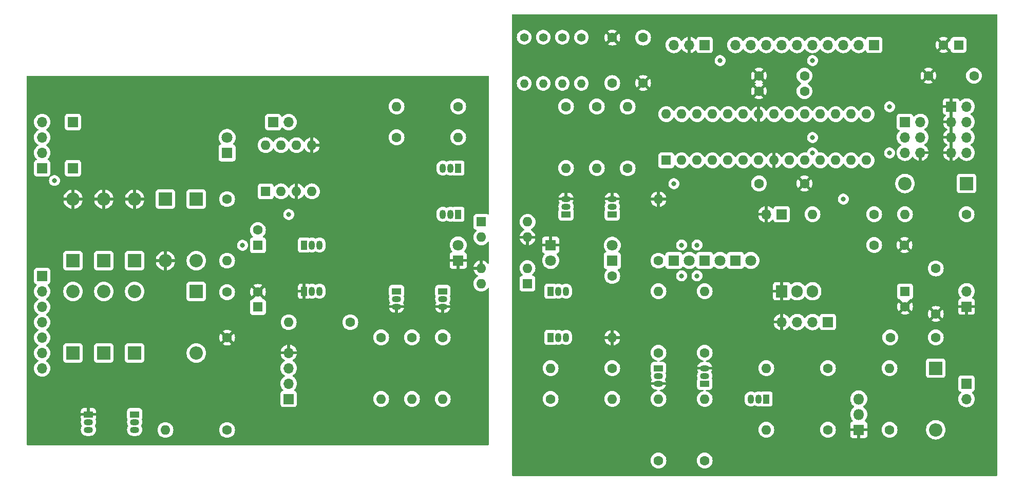
<source format=gbr>
%TF.GenerationSoftware,KiCad,Pcbnew,(7.0.0)*%
%TF.CreationDate,2023-05-24T11:09:11+02:00*%
%TF.ProjectId,Precision-Lapping-Machine,50726563-6973-4696-9f6e-2d4c61707069,rev?*%
%TF.SameCoordinates,Original*%
%TF.FileFunction,Copper,L3,Inr*%
%TF.FilePolarity,Positive*%
%FSLAX46Y46*%
G04 Gerber Fmt 4.6, Leading zero omitted, Abs format (unit mm)*
G04 Created by KiCad (PCBNEW (7.0.0)) date 2023-05-24 11:09:11*
%MOMM*%
%LPD*%
G01*
G04 APERTURE LIST*
%TA.AperFunction,ComponentPad*%
%ADD10C,1.600000*%
%TD*%
%TA.AperFunction,ComponentPad*%
%ADD11O,1.600000X1.600000*%
%TD*%
%TA.AperFunction,ComponentPad*%
%ADD12R,1.600000X1.600000*%
%TD*%
%TA.AperFunction,ComponentPad*%
%ADD13R,1.500000X1.050000*%
%TD*%
%TA.AperFunction,ComponentPad*%
%ADD14O,1.500000X1.050000*%
%TD*%
%TA.AperFunction,ComponentPad*%
%ADD15R,1.700000X1.700000*%
%TD*%
%TA.AperFunction,ComponentPad*%
%ADD16O,1.700000X1.700000*%
%TD*%
%TA.AperFunction,ComponentPad*%
%ADD17R,1.800000X1.800000*%
%TD*%
%TA.AperFunction,ComponentPad*%
%ADD18C,1.800000*%
%TD*%
%TA.AperFunction,ComponentPad*%
%ADD19R,2.200000X2.200000*%
%TD*%
%TA.AperFunction,ComponentPad*%
%ADD20O,2.200000X2.200000*%
%TD*%
%TA.AperFunction,ComponentPad*%
%ADD21C,1.400000*%
%TD*%
%TA.AperFunction,ComponentPad*%
%ADD22O,1.400000X1.400000*%
%TD*%
%TA.AperFunction,ComponentPad*%
%ADD23R,1.050000X1.500000*%
%TD*%
%TA.AperFunction,ComponentPad*%
%ADD24O,1.050000X1.500000*%
%TD*%
%TA.AperFunction,ComponentPad*%
%ADD25O,1.800000X1.800000*%
%TD*%
%TA.AperFunction,ComponentPad*%
%ADD26R,1.905000X2.000000*%
%TD*%
%TA.AperFunction,ComponentPad*%
%ADD27O,1.905000X2.000000*%
%TD*%
%TA.AperFunction,ViaPad*%
%ADD28C,0.800000*%
%TD*%
G04 APERTURE END LIST*
D10*
%TO.N,Net-(D13-K)*%
%TO.C,R18*%
X157480000Y-91480000D03*
D11*
%TO.N,GND*%
X157479999Y-81319999D03*
%TD*%
D10*
%TO.N,/AVR/PWMA*%
%TO.C,R21*%
X185420000Y-109220000D03*
D11*
%TO.N,Net-(Q15-B)*%
X175259999Y-109219999D03*
%TD*%
D10*
%TO.N,Net-(D16-K)*%
%TO.C,R24*%
X149860000Y-94020000D03*
D11*
%TO.N,GND*%
X149859999Y-104179999D03*
%TD*%
D12*
%TO.N,Net-(Q11-C)*%
%TO.C,U2*%
X135879999Y-95254999D03*
D11*
%TO.N,Net-(D12-A)*%
X135879999Y-92714999D03*
%TO.N,/OptoIsolation/Serial_Gnd*%
X128259999Y-92714999D03*
%TO.N,Net-(Q8-B)*%
X128259999Y-95254999D03*
%TD*%
D13*
%TO.N,Net-(Q7-B)*%
%TO.C,Q8*%
X121919999Y-96519999D03*
D14*
%TO.N,Net-(Q8-B)*%
X121919999Y-97789999D03*
%TO.N,/OptoIsolation/Serial_Gnd*%
X121919999Y-99059999D03*
%TD*%
D15*
%TO.N,Net-(J10-Pin_1)*%
%TO.C,J10*%
X193039999Y-55879999D03*
D16*
%TO.N,Net-(J10-Pin_2)*%
X190499999Y-55879999D03*
%TO.N,Net-(J10-Pin_3)*%
X187959999Y-55879999D03*
%TO.N,Net-(J10-Pin_4)*%
X185419999Y-55879999D03*
%TO.N,Net-(J10-Pin_5)*%
X182879999Y-55879999D03*
%TO.N,Net-(J10-Pin_6)*%
X180339999Y-55879999D03*
%TO.N,Net-(J10-Pin_7)*%
X177799999Y-55879999D03*
%TO.N,Net-(J10-Pin_8)*%
X175259999Y-55879999D03*
%TO.N,Net-(J10-Pin_9)*%
X172719999Y-55879999D03*
%TO.N,Net-(J10-Pin_10)*%
X170179999Y-55879999D03*
%TD*%
D15*
%TO.N,/Serial/DTR*%
%TO.C,J4*%
X60959999Y-68599999D03*
%TD*%
D10*
%TO.N,GND*%
%TO.C,C5*%
X201990000Y-60960000D03*
%TO.N,+5V*%
X209490000Y-60960000D03*
%TD*%
%TO.N,/OptoIsolation/VoutL*%
%TO.C,R2*%
X106680000Y-101640000D03*
D11*
%TO.N,Net-(Q1-B)*%
X96519999Y-101639999D03*
%TD*%
D12*
%TO.N,/OptoIsolation/Vcc*%
%TO.C,C3*%
X91439999Y-99124887D03*
D10*
%TO.N,/OptoIsolation/Serial_Gnd*%
X91440000Y-96624888D03*
%TD*%
D17*
%TO.N,Net-(D13-K)*%
%TO.C,D14*%
X165099999Y-91439999D03*
D18*
%TO.N,Net-(D14-A)*%
X167640000Y-91440000D03*
%TD*%
D12*
%TO.N,unconnected-(J1-Pin_1-Pad1)*%
%TO.C,J1*%
X92719999Y-80039999D03*
D11*
%TO.N,Net-(J1-Pin_2)*%
X95259999Y-80039999D03*
%TO.N,/OptoIsolation/Serial_Gnd*%
X97799999Y-80039999D03*
%TO.N,unconnected-(J1-Pin_4-Pad4)*%
X100339999Y-80039999D03*
%TO.N,/OptoIsolation/Serial_Gnd*%
X100339999Y-72419999D03*
%TO.N,unconnected-(J1-Pin_6-Pad6)*%
X97799999Y-72419999D03*
%TO.N,unconnected-(J1-Pin_7-Pad7)*%
X95259999Y-72419999D03*
%TO.N,/Serial/SGND*%
X92719999Y-72419999D03*
%TD*%
D10*
%TO.N,Net-(J11-Pin_1)*%
%TO.C,C14*%
X149860000Y-62170000D03*
%TO.N,GND*%
X149860000Y-54670000D03*
%TD*%
D19*
%TO.N,/OptoIsolation/Vcc*%
%TO.C,D6*%
X81279999Y-81319999D03*
D20*
%TO.N,Net-(D5-K)*%
X81279999Y-91479999D03*
%TD*%
D12*
%TO.N,Net-(Q6-C)*%
%TO.C,U1*%
X128279999Y-85084999D03*
D11*
%TO.N,Net-(D11-A)*%
X128279999Y-87624999D03*
%TO.N,GND*%
X135899999Y-87624999D03*
%TO.N,Net-(Q9-B)*%
X135899999Y-85084999D03*
%TD*%
D15*
%TO.N,Net-(D7-A)*%
%TO.C,J5*%
X93979999Y-68619999D03*
D16*
%TO.N,/OptoIsolation/Vcc*%
X96519999Y-68619999D03*
%TD*%
D15*
%TO.N,+12V*%
%TO.C,J15*%
X208279999Y-111759999D03*
D16*
%TO.N,/Amplifier/Motor-*%
X208279999Y-114299999D03*
%TD*%
D15*
%TO.N,/Serial/CD*%
%TO.C,J2*%
X60959999Y-76219999D03*
%TD*%
D21*
%TO.N,Net-(J11-Pin_1)*%
%TO.C,R25*%
X144780000Y-54610000D03*
D22*
%TO.N,/AVR/IntB*%
X144779999Y-62229999D03*
%TD*%
D19*
%TO.N,/Serial/DTR*%
%TO.C,D2*%
X66039999Y-91479999D03*
D20*
%TO.N,/OptoIsolation/Serial_Gnd*%
X66039999Y-81319999D03*
%TD*%
D15*
%TO.N,GND*%
%TO.C,J12*%
X208279999Y-99059999D03*
D16*
%TO.N,+12V*%
X208279999Y-96519999D03*
%TD*%
D10*
%TO.N,+5V*%
%TO.C,R10*%
X147320000Y-66040000D03*
D11*
%TO.N,/Inverter/VinL*%
X147319999Y-76199999D03*
%TD*%
D15*
%TO.N,Net-(J11-Pin_1)*%
%TO.C,J11*%
X165099999Y-55879999D03*
D16*
%TO.N,GND*%
X162559999Y-55879999D03*
%TO.N,Net-(J11-Pin_3)*%
X160019999Y-55879999D03*
%TD*%
D10*
%TO.N,Net-(D17-A)*%
%TO.C,R20*%
X193040000Y-83820000D03*
D11*
%TO.N,Net-(J8-Pin_1)*%
X182879999Y-83819999D03*
%TD*%
D10*
%TO.N,Net-(D7-K)*%
%TO.C,R1*%
X86360000Y-81320000D03*
D11*
%TO.N,/Serial/SGND*%
X86359999Y-91479999D03*
%TD*%
D17*
%TO.N,/OptoIsolation/Serial_Gnd*%
%TO.C,D11*%
X124459999Y-91439999D03*
D18*
%TO.N,Net-(D11-A)*%
X124460000Y-88900000D03*
%TD*%
D21*
%TO.N,Net-(J11-Pin_3)*%
%TO.C,R26*%
X141630000Y-54610000D03*
D22*
%TO.N,/AVR/IntA*%
X141629999Y-62229999D03*
%TD*%
D15*
%TO.N,Net-(J3-Pin_1)*%
%TO.C,J3*%
X55879999Y-76219999D03*
D16*
%TO.N,/Serial/RXD*%
X55879999Y-73679999D03*
%TO.N,/Serial/TXD*%
X55879999Y-71139999D03*
%TO.N,/OptoIsolation/VinL*%
X55879999Y-68599999D03*
%TD*%
D23*
%TO.N,Net-(Q5-C)*%
%TO.C,Q5*%
X124459999Y-76199999D03*
D24*
%TO.N,Net-(Q5-B)*%
X123189999Y-76199999D03*
%TO.N,/OptoIsolation/Vcc*%
X121919999Y-76199999D03*
%TD*%
D10*
%TO.N,+5V*%
%TO.C,R15*%
X165100000Y-124460000D03*
D11*
%TO.N,/Inverter/VoutL*%
X165099999Y-114299999D03*
%TD*%
D10*
%TO.N,Net-(J6-Pin_2)*%
%TO.C,R3*%
X86360000Y-119420000D03*
D11*
%TO.N,Net-(Q3-B)*%
X76199999Y-119419999D03*
%TD*%
D23*
%TO.N,/OptoIsolation/Serial_Gnd*%
%TO.C,Q2*%
X99059999Y-96519999D03*
D24*
%TO.N,Net-(Q1-B)*%
X100329999Y-96519999D03*
%TO.N,Net-(J3-Pin_1)*%
X101599999Y-96519999D03*
%TD*%
D17*
%TO.N,Net-(D7-K)*%
%TO.C,D7*%
X86359999Y-73699999D03*
D18*
%TO.N,Net-(D7-A)*%
X86360000Y-71160000D03*
%TD*%
D10*
%TO.N,GND*%
%TO.C,C8*%
X174050000Y-60960000D03*
%TO.N,Net-(U3-AREF)*%
X181550000Y-60960000D03*
%TD*%
D19*
%TO.N,/Serial/RTS*%
%TO.C,D3*%
X71119999Y-91479999D03*
D20*
%TO.N,/OptoIsolation/Serial_Gnd*%
X71119999Y-81319999D03*
%TD*%
D15*
%TO.N,GND*%
%TO.C,J16*%
X205739999Y-66039999D03*
D16*
X205739999Y-68579999D03*
X205739999Y-71119999D03*
X205739999Y-73659999D03*
%TO.N,+5V*%
X208279999Y-66039999D03*
X208279999Y-68579999D03*
X208279999Y-71119999D03*
X208279999Y-73659999D03*
%TD*%
D10*
%TO.N,+5V*%
%TO.C,R9*%
X142240000Y-66040000D03*
D11*
%TO.N,Net-(Q9-B)*%
X142239999Y-76199999D03*
%TD*%
D10*
%TO.N,+5V*%
%TO.C,R19*%
X208280000Y-83820000D03*
D11*
%TO.N,Net-(D17-A)*%
X198119999Y-83819999D03*
%TD*%
D13*
%TO.N,/Inverter/VinL*%
%TO.C,Q10*%
X149859999Y-83819999D03*
D14*
%TO.N,Net-(Q10-B)*%
X149859999Y-82549999D03*
%TO.N,GND*%
X149859999Y-81279999D03*
%TD*%
D10*
%TO.N,Net-(Q7-B)*%
%TO.C,R7*%
X116840000Y-104140000D03*
D11*
%TO.N,/OptoIsolation/Vcc*%
X116839999Y-114299999D03*
%TD*%
D13*
%TO.N,/AVR/Rx*%
%TO.C,Q13*%
X157479999Y-109219999D03*
D14*
%TO.N,Net-(Q13-B)*%
X157479999Y-110489999D03*
%TO.N,GND*%
X157479999Y-111759999D03*
%TD*%
D19*
%TO.N,/OptoIsolation/Vcc*%
%TO.C,D8*%
X60959999Y-106719999D03*
D20*
%TO.N,/Serial/TXD*%
X60959999Y-96559999D03*
%TD*%
D10*
%TO.N,Net-(Q11-E)*%
%TO.C,R12*%
X139700000Y-114300000D03*
D11*
%TO.N,+5V*%
X149859999Y-114299999D03*
%TD*%
D10*
%TO.N,GND*%
%TO.C,C13*%
X154940000Y-62170000D03*
%TO.N,Net-(J11-Pin_3)*%
X154940000Y-54670000D03*
%TD*%
D19*
%TO.N,+12V*%
%TO.C,D18*%
X203199999Y-109219999D03*
D20*
%TO.N,/Amplifier/Motor-*%
X203199999Y-119379999D03*
%TD*%
D10*
%TO.N,GND*%
%TO.C,C12*%
X198040000Y-88900000D03*
%TO.N,Net-(D17-A)*%
X193040000Y-88900000D03*
%TD*%
D13*
%TO.N,/OptoIsolation/Serial_Gnd*%
%TO.C,Q4*%
X63499999Y-116839999D03*
D14*
%TO.N,Net-(Q3-B)*%
X63499999Y-118109999D03*
%TO.N,/Serial/CTS*%
X63499999Y-119379999D03*
%TD*%
D17*
%TO.N,GND*%
%TO.C,D12*%
X139699999Y-88899999D03*
D18*
%TO.N,Net-(D12-A)*%
X139700000Y-91440000D03*
%TD*%
D15*
%TO.N,/Serial/RTS*%
%TO.C,J6*%
X96519999Y-114299999D03*
D16*
%TO.N,Net-(J6-Pin_2)*%
X96519999Y-111759999D03*
%TO.N,/OptoIsolation/Vcc*%
X96519999Y-109219999D03*
%TO.N,/OptoIsolation/Serial_Gnd*%
X96519999Y-106679999D03*
%TD*%
D17*
%TO.N,Net-(D13-K)*%
%TO.C,D15*%
X170179999Y-91439999D03*
D18*
%TO.N,Net-(D15-A)*%
X172720000Y-91440000D03*
%TD*%
D21*
%TO.N,+5V*%
%TO.C,R28*%
X135330000Y-54610000D03*
D22*
%TO.N,/AVR/IntB*%
X135329999Y-62229999D03*
%TD*%
D21*
%TO.N,/AVR/IntA*%
%TO.C,R27*%
X138480000Y-54610000D03*
D22*
%TO.N,+5V*%
X138479999Y-62229999D03*
%TD*%
D10*
%TO.N,/Amplifier/Motor-*%
%TO.C,R23*%
X195580000Y-119380000D03*
D11*
%TO.N,Net-(C10-Pad2)*%
X195579999Y-109219999D03*
%TD*%
D12*
%TO.N,Net-(D17-A)*%
%TO.C,U3*%
X158759999Y-74919999D03*
D11*
%TO.N,/AVR/Rx*%
X161299999Y-74919999D03*
%TO.N,/AVR/Tx*%
X163839999Y-74919999D03*
%TO.N,Net-(D13-A)*%
X166379999Y-74919999D03*
%TO.N,Net-(D14-A)*%
X168919999Y-74919999D03*
%TO.N,Net-(D15-A)*%
X171459999Y-74919999D03*
%TO.N,+5V*%
X173999999Y-74919999D03*
%TO.N,GND*%
X176539999Y-74919999D03*
%TO.N,Net-(J10-Pin_4)*%
X179079999Y-74919999D03*
%TO.N,Net-(J10-Pin_5)*%
X181619999Y-74919999D03*
%TO.N,/AVR/PWMB*%
X184159999Y-74919999D03*
%TO.N,/AVR/PWMA*%
X186699999Y-74919999D03*
%TO.N,Net-(J10-Pin_10)*%
X189239999Y-74919999D03*
%TO.N,Net-(J10-Pin_1)*%
X191779999Y-74919999D03*
%TO.N,Net-(J10-Pin_2)*%
X191779999Y-67299999D03*
%TO.N,Net-(J10-Pin_3)*%
X189239999Y-67299999D03*
%TO.N,Net-(J7-MOSI)*%
X186699999Y-67299999D03*
%TO.N,Net-(J7-MISO)*%
X184159999Y-67299999D03*
%TO.N,Net-(J7-SCK)*%
X181619999Y-67299999D03*
%TO.N,+5V*%
X179079999Y-67299999D03*
%TO.N,Net-(U3-AREF)*%
X176539999Y-67299999D03*
%TO.N,GND*%
X173999999Y-67299999D03*
%TO.N,Net-(J10-Pin_6)*%
X171459999Y-67299999D03*
%TO.N,Net-(J10-Pin_7)*%
X168919999Y-67299999D03*
%TO.N,Net-(J10-Pin_8)*%
X166379999Y-67299999D03*
%TO.N,Net-(J10-Pin_9)*%
X163839999Y-67299999D03*
%TO.N,/AVR/IntA*%
X161299999Y-67299999D03*
%TO.N,/AVR/IntB*%
X158759999Y-67299999D03*
%TD*%
D10*
%TO.N,Net-(Q5-C)*%
%TO.C,R4*%
X124460000Y-66040000D03*
D11*
%TO.N,/OptoIsolation/VinL*%
X114299999Y-66039999D03*
%TD*%
D23*
%TO.N,Net-(Q15-C)*%
%TO.C,Q15*%
X175259999Y-114299999D03*
D24*
%TO.N,Net-(Q15-B)*%
X173989999Y-114299999D03*
%TO.N,+5V*%
X172719999Y-114299999D03*
%TD*%
D19*
%TO.N,/OptoIsolation/Vcc*%
%TO.C,D9*%
X66039999Y-106719999D03*
D20*
%TO.N,/Serial/DTR*%
X66039999Y-96559999D03*
%TD*%
D23*
%TO.N,/OptoIsolation/Vcc*%
%TO.C,Q1*%
X99059999Y-88899999D03*
D24*
%TO.N,Net-(Q1-B)*%
X100329999Y-88899999D03*
%TO.N,Net-(J3-Pin_1)*%
X101599999Y-88899999D03*
%TD*%
D10*
%TO.N,Net-(Q16-B)*%
%TO.C,R22*%
X185420000Y-119380000D03*
D11*
%TO.N,Net-(Q15-C)*%
X175259999Y-119379999D03*
%TD*%
D17*
%TO.N,GND*%
%TO.C,Q16*%
X190499999Y-119379999D03*
D25*
%TO.N,/Amplifier/Motor-*%
X190499999Y-116839999D03*
%TO.N,Net-(Q16-B)*%
X190499999Y-114299999D03*
%TD*%
D10*
%TO.N,/OptoIsolation/VoutL*%
%TO.C,R6*%
X111760000Y-104140000D03*
D11*
%TO.N,/OptoIsolation/Vcc*%
X111759999Y-114299999D03*
%TD*%
D10*
%TO.N,+5V*%
%TO.C,R11*%
X152400000Y-76240000D03*
D11*
%TO.N,Net-(Q10-B)*%
X152399999Y-66079999D03*
%TD*%
D13*
%TO.N,/Inverter/VoutL*%
%TO.C,Q14*%
X165099999Y-111759999D03*
D14*
%TO.N,Net-(Q14-B)*%
X165099999Y-110489999D03*
%TO.N,GND*%
X165099999Y-109219999D03*
%TD*%
D10*
%TO.N,/Serial/SGND*%
%TO.C,C2*%
X86360000Y-96680000D03*
%TO.N,/OptoIsolation/Serial_Gnd*%
X86360000Y-104180000D03*
%TD*%
%TO.N,/Inverter/VoutL*%
%TO.C,R13*%
X149860000Y-109220000D03*
D11*
%TO.N,Net-(Q11-B)*%
X139699999Y-109219999D03*
%TD*%
D13*
%TO.N,/OptoIsolation/VoutL*%
%TO.C,Q7*%
X114299999Y-96519999D03*
D14*
%TO.N,Net-(Q7-B)*%
X114299999Y-97789999D03*
%TO.N,/OptoIsolation/Serial_Gnd*%
X114299999Y-99059999D03*
%TD*%
D23*
%TO.N,Net-(Q11-C)*%
%TO.C,Q11*%
X139699999Y-96519999D03*
D24*
%TO.N,Net-(Q11-B)*%
X140969999Y-96519999D03*
%TO.N,Net-(Q11-E)*%
X142239999Y-96519999D03*
%TD*%
D10*
%TO.N,GND*%
%TO.C,C6*%
X174050000Y-63500000D03*
%TO.N,+5V*%
X181550000Y-63500000D03*
%TD*%
D15*
%TO.N,Net-(J7-MISO)*%
%TO.C,J7*%
X198119999Y-68579999D03*
D16*
%TO.N,+5V*%
X200659999Y-68579999D03*
%TO.N,Net-(J7-SCK)*%
X198119999Y-71119999D03*
%TO.N,Net-(J7-MOSI)*%
X200659999Y-71119999D03*
%TO.N,Net-(D17-A)*%
X198119999Y-73659999D03*
%TO.N,GND*%
X200659999Y-73659999D03*
%TD*%
D23*
%TO.N,Net-(Q11-B)*%
%TO.C,Q12*%
X139699999Y-104139999D03*
D24*
%TO.N,Net-(Q11-E)*%
X140969999Y-104139999D03*
%TO.N,+5V*%
X142239999Y-104139999D03*
%TD*%
D10*
%TO.N,/AVR/Rx*%
%TO.C,R16*%
X157480000Y-106680000D03*
D11*
%TO.N,+5V*%
X157479999Y-96519999D03*
%TD*%
D15*
%TO.N,/AVR/PWMA*%
%TO.C,J9*%
X185419999Y-101599999D03*
D16*
%TO.N,/AVR/PWMB*%
X182879999Y-101599999D03*
%TO.N,+12V*%
X180339999Y-101599999D03*
%TO.N,GND*%
X177799999Y-101599999D03*
%TD*%
D13*
%TO.N,Net-(Q10-B)*%
%TO.C,Q9*%
X142239999Y-83819999D03*
D14*
%TO.N,Net-(Q9-B)*%
X142239999Y-82549999D03*
%TO.N,GND*%
X142239999Y-81279999D03*
%TD*%
D10*
%TO.N,+12V*%
%TO.C,C10*%
X203200000Y-104140000D03*
%TO.N,Net-(C10-Pad2)*%
X195700000Y-104140000D03*
%TD*%
D19*
%TO.N,Net-(D5-K)*%
%TO.C,D5*%
X81279999Y-96559999D03*
D20*
%TO.N,/Serial/SGND*%
X81279999Y-106719999D03*
%TD*%
D15*
%TO.N,/Serial/CD*%
%TO.C,J14*%
X55879999Y-94019999D03*
D16*
%TO.N,/Serial/RXD*%
X55879999Y-96559999D03*
%TO.N,/Serial/TXD*%
X55879999Y-99099999D03*
%TO.N,/Serial/DTR*%
X55879999Y-101639999D03*
%TO.N,/Serial/SGND*%
X55879999Y-104179999D03*
%TO.N,/Serial/RTS*%
X55879999Y-106719999D03*
%TO.N,/Serial/CTS*%
X55879999Y-109259999D03*
%TD*%
D12*
%TO.N,Net-(D5-K)*%
%TO.C,C1*%
X91439999Y-88939999D03*
D10*
%TO.N,Net-(J1-Pin_2)*%
X91440000Y-86440000D03*
%TD*%
%TO.N,/OptoIsolation/Vcc*%
%TO.C,R5*%
X114300000Y-71120000D03*
D11*
%TO.N,Net-(Q5-B)*%
X124459999Y-71119999D03*
%TD*%
D12*
%TO.N,+12V*%
%TO.C,C9*%
X198119999Y-96559999D03*
D10*
%TO.N,GND*%
X198120000Y-99060000D03*
%TD*%
%TO.N,Net-(Q8-B)*%
%TO.C,R8*%
X121920000Y-104140000D03*
D11*
%TO.N,/OptoIsolation/Vcc*%
X121919999Y-114299999D03*
%TD*%
D19*
%TO.N,/Serial/SGND*%
%TO.C,D4*%
X76199999Y-81319999D03*
D20*
%TO.N,/OptoIsolation/Serial_Gnd*%
X76199999Y-91479999D03*
%TD*%
D19*
%TO.N,/Serial/TXD*%
%TO.C,D1*%
X60959999Y-91479999D03*
D20*
%TO.N,/OptoIsolation/Serial_Gnd*%
X60959999Y-81319999D03*
%TD*%
D17*
%TO.N,Net-(D16-K)*%
%TO.C,D16*%
X149859999Y-91479999D03*
D18*
%TO.N,+5V*%
X149860000Y-88940000D03*
%TD*%
D17*
%TO.N,Net-(D13-K)*%
%TO.C,D13*%
X160019999Y-91439999D03*
D18*
%TO.N,Net-(D13-A)*%
X162560000Y-91440000D03*
%TD*%
D15*
%TO.N,Net-(J8-Pin_1)*%
%TO.C,J8*%
X177799999Y-83819999D03*
D16*
%TO.N,GND*%
X175259999Y-83819999D03*
%TD*%
D19*
%TO.N,/OptoIsolation/Vcc*%
%TO.C,D10*%
X71119999Y-106719999D03*
D20*
%TO.N,/Serial/RTS*%
X71119999Y-96559999D03*
%TD*%
D12*
%TO.N,+5V*%
%TO.C,C4*%
X206969999Y-55879999D03*
D10*
%TO.N,GND*%
X204470000Y-55880000D03*
%TD*%
D13*
%TO.N,/OptoIsolation/Vcc*%
%TO.C,Q3*%
X71119999Y-116839999D03*
D14*
%TO.N,Net-(Q3-B)*%
X71119999Y-118109999D03*
%TO.N,/Serial/CTS*%
X71119999Y-119379999D03*
%TD*%
D10*
%TO.N,GND*%
%TO.C,C7*%
X181550000Y-78740000D03*
%TO.N,+5V*%
X174050000Y-78740000D03*
%TD*%
D19*
%TO.N,+5V*%
%TO.C,D17*%
X208279999Y-78739999D03*
D20*
%TO.N,Net-(D17-A)*%
X198119999Y-78739999D03*
%TD*%
D10*
%TO.N,/Inverter/VinL*%
%TO.C,R14*%
X157480000Y-124460000D03*
D11*
%TO.N,Net-(Q13-B)*%
X157479999Y-114299999D03*
%TD*%
D10*
%TO.N,Net-(Q14-B)*%
%TO.C,R17*%
X165100000Y-106680000D03*
D11*
%TO.N,/AVR/Tx*%
X165099999Y-96519999D03*
%TD*%
D10*
%TO.N,GND*%
%TO.C,C11*%
X203200000Y-100270000D03*
%TO.N,+12V*%
X203200000Y-92770000D03*
%TD*%
D23*
%TO.N,Net-(Q6-C)*%
%TO.C,Q6*%
X124459999Y-83819999D03*
D24*
%TO.N,Net-(Q5-C)*%
X123189999Y-83819999D03*
%TO.N,Net-(Q5-B)*%
X121919999Y-83819999D03*
%TD*%
D26*
%TO.N,GND*%
%TO.C,U4*%
X177799999Y-96519999D03*
D27*
%TO.N,+5V*%
X180339999Y-96519999D03*
%TO.N,+12V*%
X182879999Y-96519999D03*
%TD*%
D28*
%TO.N,Net-(D17-A)*%
X187960000Y-81320000D03*
X160020000Y-78780000D03*
%TO.N,Net-(D5-K)*%
X88900000Y-88940000D03*
%TO.N,/AVR/Rx*%
X161290000Y-93980000D03*
X161290000Y-88900000D03*
%TO.N,/AVR/Tx*%
X163830000Y-93980000D03*
X163830000Y-88900000D03*
%TO.N,Net-(J3-Pin_1)*%
X57897700Y-78257700D03*
X96520000Y-83860000D03*
%TO.N,Net-(J10-Pin_1)*%
X195580000Y-73700000D03*
X195580000Y-66080000D03*
%TO.N,Net-(J10-Pin_5)*%
X182880000Y-58460000D03*
X182880000Y-71160000D03*
%TO.N,Net-(J10-Pin_10)*%
X182880000Y-73700000D03*
X167640000Y-58460000D03*
%TD*%
%TA.AperFunction,Conductor*%
%TO.N,/OptoIsolation/Serial_Gnd*%
G36*
X129478000Y-60976613D02*
G01*
X129523387Y-61022000D01*
X129540000Y-61084000D01*
X129540000Y-83756428D01*
X129521496Y-83821595D01*
X129471505Y-83867312D01*
X129404948Y-83879935D01*
X129341690Y-83855696D01*
X129338810Y-83853540D01*
X129322331Y-83841204D01*
X129187483Y-83790909D01*
X129179770Y-83790079D01*
X129179767Y-83790079D01*
X129131180Y-83784855D01*
X129131169Y-83784854D01*
X129127873Y-83784500D01*
X129124550Y-83784500D01*
X127435439Y-83784500D01*
X127435420Y-83784500D01*
X127432128Y-83784501D01*
X127428850Y-83784853D01*
X127428838Y-83784854D01*
X127380231Y-83790079D01*
X127380225Y-83790080D01*
X127372517Y-83790909D01*
X127365252Y-83793618D01*
X127365246Y-83793620D01*
X127245980Y-83838104D01*
X127245978Y-83838104D01*
X127237669Y-83841204D01*
X127230572Y-83846516D01*
X127230568Y-83846519D01*
X127129550Y-83922141D01*
X127129546Y-83922144D01*
X127122454Y-83927454D01*
X127117144Y-83934546D01*
X127117141Y-83934550D01*
X127041519Y-84035568D01*
X127041516Y-84035572D01*
X127036204Y-84042669D01*
X127033104Y-84050978D01*
X127033104Y-84050980D01*
X126988620Y-84170247D01*
X126988619Y-84170250D01*
X126985909Y-84177517D01*
X126985079Y-84185227D01*
X126985079Y-84185232D01*
X126979855Y-84233819D01*
X126979854Y-84233831D01*
X126979500Y-84237127D01*
X126979500Y-84240448D01*
X126979500Y-84240449D01*
X126979500Y-85929560D01*
X126979500Y-85929578D01*
X126979501Y-85932872D01*
X126979853Y-85936150D01*
X126979854Y-85936161D01*
X126985079Y-85984768D01*
X126985080Y-85984773D01*
X126985909Y-85992483D01*
X126988619Y-85999749D01*
X126988620Y-85999753D01*
X127022217Y-86089831D01*
X127036204Y-86127331D01*
X127122454Y-86242546D01*
X127237669Y-86328796D01*
X127372517Y-86379091D01*
X127407599Y-86382862D01*
X127463516Y-86403240D01*
X127503500Y-86447328D01*
X127518334Y-86504969D01*
X127504601Y-86562882D01*
X127465464Y-86607725D01*
X127440861Y-86624953D01*
X127437037Y-86628776D01*
X127437031Y-86628782D01*
X127283782Y-86782031D01*
X127283776Y-86782037D01*
X127279953Y-86785861D01*
X127276850Y-86790291D01*
X127276847Y-86790296D01*
X127152540Y-86967826D01*
X127152535Y-86967833D01*
X127149432Y-86972266D01*
X127147144Y-86977172D01*
X127147142Y-86977176D01*
X127055550Y-87173594D01*
X127055547Y-87173599D01*
X127053261Y-87178504D01*
X127051862Y-87183724D01*
X127051858Y-87183736D01*
X126995764Y-87393083D01*
X126995762Y-87393094D01*
X126994365Y-87398308D01*
X126993893Y-87403693D01*
X126993893Y-87403698D01*
X126982024Y-87539368D01*
X126974532Y-87625000D01*
X126975004Y-87630395D01*
X126992744Y-87833172D01*
X126994365Y-87851692D01*
X126995762Y-87856907D01*
X126995764Y-87856916D01*
X127051858Y-88066263D01*
X127051861Y-88066271D01*
X127053261Y-88071496D01*
X127055549Y-88076403D01*
X127055550Y-88076405D01*
X127067721Y-88102506D01*
X127149432Y-88277734D01*
X127279953Y-88464139D01*
X127440861Y-88625047D01*
X127627266Y-88755568D01*
X127833504Y-88851739D01*
X128053308Y-88910635D01*
X128280000Y-88930468D01*
X128506692Y-88910635D01*
X128726496Y-88851739D01*
X128932734Y-88755568D01*
X129119139Y-88625047D01*
X129280047Y-88464139D01*
X129314424Y-88415042D01*
X129361642Y-88374715D01*
X129422490Y-88362335D01*
X129481710Y-88381007D01*
X129524453Y-88426049D01*
X129540000Y-88486165D01*
X129540000Y-91883270D01*
X129524453Y-91943386D01*
X129481710Y-91988428D01*
X129422490Y-92007100D01*
X129361642Y-91994720D01*
X129314425Y-91954393D01*
X129262771Y-91880623D01*
X129255830Y-91872352D01*
X129102647Y-91719169D01*
X129094381Y-91712232D01*
X128916912Y-91587967D01*
X128907580Y-91582579D01*
X128711234Y-91491022D01*
X128701092Y-91487330D01*
X128523780Y-91439820D01*
X128512551Y-91439452D01*
X128510000Y-91450395D01*
X128510000Y-92841000D01*
X128493387Y-92903000D01*
X128448000Y-92948387D01*
X128386000Y-92965000D01*
X126995395Y-92965000D01*
X126984452Y-92967551D01*
X126984820Y-92978780D01*
X127032330Y-93156092D01*
X127036022Y-93166234D01*
X127127579Y-93362580D01*
X127132967Y-93371912D01*
X127257232Y-93549381D01*
X127264169Y-93557647D01*
X127417352Y-93710830D01*
X127425618Y-93717767D01*
X127603087Y-93842032D01*
X127612423Y-93847422D01*
X127665864Y-93872342D01*
X127718040Y-93918098D01*
X127737460Y-93984723D01*
X127718041Y-94051348D01*
X127665865Y-94097106D01*
X127607266Y-94124432D01*
X127602833Y-94127535D01*
X127602826Y-94127540D01*
X127425296Y-94251847D01*
X127425291Y-94251850D01*
X127420861Y-94254953D01*
X127417037Y-94258776D01*
X127417031Y-94258782D01*
X127263782Y-94412031D01*
X127263776Y-94412037D01*
X127259953Y-94415861D01*
X127256850Y-94420291D01*
X127256847Y-94420296D01*
X127132540Y-94597826D01*
X127132535Y-94597833D01*
X127129432Y-94602266D01*
X127127144Y-94607172D01*
X127127142Y-94607176D01*
X127035550Y-94803594D01*
X127035547Y-94803599D01*
X127033261Y-94808504D01*
X127031862Y-94813724D01*
X127031858Y-94813736D01*
X126975764Y-95023083D01*
X126975762Y-95023094D01*
X126974365Y-95028308D01*
X126973893Y-95033693D01*
X126973893Y-95033698D01*
X126965672Y-95127668D01*
X126954532Y-95255000D01*
X126955004Y-95260395D01*
X126971877Y-95453261D01*
X126974365Y-95481692D01*
X126975762Y-95486907D01*
X126975764Y-95486916D01*
X127031858Y-95696263D01*
X127031861Y-95696271D01*
X127033261Y-95701496D01*
X127035549Y-95706403D01*
X127035550Y-95706405D01*
X127060999Y-95760980D01*
X127129432Y-95907734D01*
X127259953Y-96094139D01*
X127420861Y-96255047D01*
X127607266Y-96385568D01*
X127813504Y-96481739D01*
X128033308Y-96540635D01*
X128260000Y-96560468D01*
X128486692Y-96540635D01*
X128706496Y-96481739D01*
X128912734Y-96385568D01*
X129099139Y-96255047D01*
X129260047Y-96094139D01*
X129314425Y-96016477D01*
X129361641Y-95976151D01*
X129422489Y-95963771D01*
X129481710Y-95982443D01*
X129524453Y-96027484D01*
X129540000Y-96087601D01*
X129540000Y-121796000D01*
X129523387Y-121858000D01*
X129478000Y-121903387D01*
X129416000Y-121920000D01*
X53464000Y-121920000D01*
X53402000Y-121903387D01*
X53356613Y-121858000D01*
X53340000Y-121796000D01*
X53340000Y-119380000D01*
X62244538Y-119380000D01*
X62245135Y-119386061D01*
X62263740Y-119574968D01*
X62263741Y-119574974D01*
X62264338Y-119581033D01*
X62266105Y-119586858D01*
X62266106Y-119586863D01*
X62282620Y-119641301D01*
X62322977Y-119774341D01*
X62325846Y-119779709D01*
X62325848Y-119779713D01*
X62372235Y-119866496D01*
X62418202Y-119952494D01*
X62546353Y-120108647D01*
X62702506Y-120236798D01*
X62880659Y-120332023D01*
X63073967Y-120390662D01*
X63224620Y-120405500D01*
X63772330Y-120405500D01*
X63775380Y-120405500D01*
X63926033Y-120390662D01*
X64119341Y-120332023D01*
X64297494Y-120236798D01*
X64453647Y-120108647D01*
X64581798Y-119952494D01*
X64677023Y-119774341D01*
X64735662Y-119581033D01*
X64755462Y-119380000D01*
X69864538Y-119380000D01*
X69865135Y-119386061D01*
X69883740Y-119574968D01*
X69883741Y-119574974D01*
X69884338Y-119581033D01*
X69886105Y-119586858D01*
X69886106Y-119586863D01*
X69902620Y-119641301D01*
X69942977Y-119774341D01*
X69945846Y-119779709D01*
X69945848Y-119779713D01*
X69992235Y-119866496D01*
X70038202Y-119952494D01*
X70166353Y-120108647D01*
X70322506Y-120236798D01*
X70500659Y-120332023D01*
X70693967Y-120390662D01*
X70844620Y-120405500D01*
X71392330Y-120405500D01*
X71395380Y-120405500D01*
X71546033Y-120390662D01*
X71739341Y-120332023D01*
X71917494Y-120236798D01*
X72073647Y-120108647D01*
X72201798Y-119952494D01*
X72297023Y-119774341D01*
X72355662Y-119581033D01*
X72371522Y-119420000D01*
X74894532Y-119420000D01*
X74895004Y-119425395D01*
X74909130Y-119586863D01*
X74914365Y-119646692D01*
X74915762Y-119651907D01*
X74915764Y-119651916D01*
X74971858Y-119861263D01*
X74971861Y-119861271D01*
X74973261Y-119866496D01*
X75069432Y-120072734D01*
X75072539Y-120077171D01*
X75072540Y-120077173D01*
X75156600Y-120197224D01*
X75199953Y-120259139D01*
X75360861Y-120420047D01*
X75547266Y-120550568D01*
X75753504Y-120646739D01*
X75973308Y-120705635D01*
X76200000Y-120725468D01*
X76426692Y-120705635D01*
X76646496Y-120646739D01*
X76852734Y-120550568D01*
X77039139Y-120420047D01*
X77200047Y-120259139D01*
X77330568Y-120072734D01*
X77426739Y-119866496D01*
X77485635Y-119646692D01*
X77505468Y-119420000D01*
X85054532Y-119420000D01*
X85055004Y-119425395D01*
X85069130Y-119586863D01*
X85074365Y-119646692D01*
X85075762Y-119651907D01*
X85075764Y-119651916D01*
X85131858Y-119861263D01*
X85131861Y-119861271D01*
X85133261Y-119866496D01*
X85229432Y-120072734D01*
X85232539Y-120077171D01*
X85232540Y-120077173D01*
X85316600Y-120197224D01*
X85359953Y-120259139D01*
X85520861Y-120420047D01*
X85707266Y-120550568D01*
X85913504Y-120646739D01*
X86133308Y-120705635D01*
X86360000Y-120725468D01*
X86586692Y-120705635D01*
X86806496Y-120646739D01*
X87012734Y-120550568D01*
X87199139Y-120420047D01*
X87360047Y-120259139D01*
X87490568Y-120072734D01*
X87586739Y-119866496D01*
X87645635Y-119646692D01*
X87665468Y-119420000D01*
X87645635Y-119193308D01*
X87586739Y-118973504D01*
X87490568Y-118767266D01*
X87360047Y-118580861D01*
X87199139Y-118419953D01*
X87012734Y-118289432D01*
X86806496Y-118193261D01*
X86801271Y-118191861D01*
X86801263Y-118191858D01*
X86591916Y-118135764D01*
X86591907Y-118135762D01*
X86586692Y-118134365D01*
X86581304Y-118133893D01*
X86581301Y-118133893D01*
X86365395Y-118115004D01*
X86360000Y-118114532D01*
X86354605Y-118115004D01*
X86138698Y-118133893D01*
X86138693Y-118133893D01*
X86133308Y-118134365D01*
X86128094Y-118135762D01*
X86128083Y-118135764D01*
X85918736Y-118191858D01*
X85918724Y-118191862D01*
X85913504Y-118193261D01*
X85908599Y-118195547D01*
X85908594Y-118195550D01*
X85712176Y-118287142D01*
X85712172Y-118287144D01*
X85707266Y-118289432D01*
X85702833Y-118292535D01*
X85702826Y-118292540D01*
X85525296Y-118416847D01*
X85525291Y-118416850D01*
X85520861Y-118419953D01*
X85517037Y-118423776D01*
X85517031Y-118423782D01*
X85363782Y-118577031D01*
X85363776Y-118577037D01*
X85359953Y-118580861D01*
X85356850Y-118585291D01*
X85356847Y-118585296D01*
X85232540Y-118762826D01*
X85232535Y-118762833D01*
X85229432Y-118767266D01*
X85227144Y-118772172D01*
X85227142Y-118772176D01*
X85135550Y-118968594D01*
X85135547Y-118968599D01*
X85133261Y-118973504D01*
X85131862Y-118978724D01*
X85131858Y-118978736D01*
X85075764Y-119188083D01*
X85075762Y-119188094D01*
X85074365Y-119193308D01*
X85073893Y-119198693D01*
X85073893Y-119198698D01*
X85057501Y-119386061D01*
X85054532Y-119420000D01*
X77505468Y-119420000D01*
X77485635Y-119193308D01*
X77426739Y-118973504D01*
X77330568Y-118767266D01*
X77200047Y-118580861D01*
X77039139Y-118419953D01*
X76852734Y-118289432D01*
X76646496Y-118193261D01*
X76641271Y-118191861D01*
X76641263Y-118191858D01*
X76431916Y-118135764D01*
X76431907Y-118135762D01*
X76426692Y-118134365D01*
X76421304Y-118133893D01*
X76421301Y-118133893D01*
X76205395Y-118115004D01*
X76200000Y-118114532D01*
X76194605Y-118115004D01*
X75978698Y-118133893D01*
X75978693Y-118133893D01*
X75973308Y-118134365D01*
X75968094Y-118135762D01*
X75968083Y-118135764D01*
X75758736Y-118191858D01*
X75758724Y-118191862D01*
X75753504Y-118193261D01*
X75748599Y-118195547D01*
X75748594Y-118195550D01*
X75552176Y-118287142D01*
X75552172Y-118287144D01*
X75547266Y-118289432D01*
X75542833Y-118292535D01*
X75542826Y-118292540D01*
X75365296Y-118416847D01*
X75365291Y-118416850D01*
X75360861Y-118419953D01*
X75357037Y-118423776D01*
X75357031Y-118423782D01*
X75203782Y-118577031D01*
X75203776Y-118577037D01*
X75199953Y-118580861D01*
X75196850Y-118585291D01*
X75196847Y-118585296D01*
X75072540Y-118762826D01*
X75072535Y-118762833D01*
X75069432Y-118767266D01*
X75067144Y-118772172D01*
X75067142Y-118772176D01*
X74975550Y-118968594D01*
X74975547Y-118968599D01*
X74973261Y-118973504D01*
X74971862Y-118978724D01*
X74971858Y-118978736D01*
X74915764Y-119188083D01*
X74915762Y-119188094D01*
X74914365Y-119193308D01*
X74913893Y-119198693D01*
X74913893Y-119198698D01*
X74897501Y-119386061D01*
X74894532Y-119420000D01*
X72371522Y-119420000D01*
X72375462Y-119380000D01*
X72355662Y-119178967D01*
X72297023Y-118985659D01*
X72201798Y-118807506D01*
X72202539Y-118807109D01*
X72186831Y-118769197D01*
X72186831Y-118720803D01*
X72202539Y-118682890D01*
X72201798Y-118682494D01*
X72201797Y-118682494D01*
X72297023Y-118504341D01*
X72355662Y-118311033D01*
X72375462Y-118110000D01*
X72355662Y-117908967D01*
X72297023Y-117715659D01*
X72298682Y-117715155D01*
X72291197Y-117671412D01*
X72306188Y-117618629D01*
X72308478Y-117614434D01*
X72313796Y-117607331D01*
X72364091Y-117472483D01*
X72370500Y-117412873D01*
X72370499Y-116267128D01*
X72364091Y-116207517D01*
X72313796Y-116072669D01*
X72227546Y-115957454D01*
X72112331Y-115871204D01*
X72041965Y-115844959D01*
X71984752Y-115823620D01*
X71984750Y-115823619D01*
X71977483Y-115820909D01*
X71969770Y-115820079D01*
X71969767Y-115820079D01*
X71921180Y-115814855D01*
X71921169Y-115814854D01*
X71917873Y-115814500D01*
X71914550Y-115814500D01*
X70325439Y-115814500D01*
X70325420Y-115814500D01*
X70322128Y-115814501D01*
X70318850Y-115814853D01*
X70318838Y-115814854D01*
X70270231Y-115820079D01*
X70270225Y-115820080D01*
X70262517Y-115820909D01*
X70255252Y-115823618D01*
X70255246Y-115823620D01*
X70135980Y-115868104D01*
X70135978Y-115868104D01*
X70127669Y-115871204D01*
X70120572Y-115876516D01*
X70120568Y-115876519D01*
X70019550Y-115952141D01*
X70019546Y-115952144D01*
X70012454Y-115957454D01*
X70007144Y-115964546D01*
X70007141Y-115964550D01*
X69931519Y-116065568D01*
X69931516Y-116065572D01*
X69926204Y-116072669D01*
X69923104Y-116080978D01*
X69923104Y-116080980D01*
X69878620Y-116200247D01*
X69878619Y-116200250D01*
X69875909Y-116207517D01*
X69875079Y-116215227D01*
X69875079Y-116215232D01*
X69869855Y-116263819D01*
X69869854Y-116263831D01*
X69869500Y-116267127D01*
X69869500Y-116270448D01*
X69869500Y-116270449D01*
X69869500Y-117409560D01*
X69869500Y-117409578D01*
X69869501Y-117412872D01*
X69869853Y-117416150D01*
X69869854Y-117416161D01*
X69875079Y-117464768D01*
X69875080Y-117464773D01*
X69875909Y-117472483D01*
X69878619Y-117479749D01*
X69878620Y-117479753D01*
X69923104Y-117599021D01*
X69923105Y-117599024D01*
X69926204Y-117607331D01*
X69931516Y-117614428D01*
X69933814Y-117618635D01*
X69948801Y-117671397D01*
X69941322Y-117715157D01*
X69942977Y-117715659D01*
X69886106Y-117903136D01*
X69886104Y-117903143D01*
X69884338Y-117908967D01*
X69883741Y-117915023D01*
X69883740Y-117915031D01*
X69866173Y-118093392D01*
X69864538Y-118110000D01*
X69865135Y-118116061D01*
X69883740Y-118304968D01*
X69883741Y-118304974D01*
X69884338Y-118311033D01*
X69886105Y-118316858D01*
X69886106Y-118316863D01*
X69916436Y-118416847D01*
X69942977Y-118504341D01*
X69945846Y-118509709D01*
X69945848Y-118509713D01*
X70038202Y-118682494D01*
X70037461Y-118682889D01*
X70053167Y-118720795D01*
X70053172Y-118769175D01*
X70037464Y-118807111D01*
X70038202Y-118807506D01*
X69945848Y-118980286D01*
X69945844Y-118980293D01*
X69942977Y-118985659D01*
X69941210Y-118991482D01*
X69941209Y-118991486D01*
X69886106Y-119173136D01*
X69886104Y-119173143D01*
X69884338Y-119178967D01*
X69883741Y-119185023D01*
X69883740Y-119185031D01*
X69866173Y-119363392D01*
X69864538Y-119380000D01*
X64755462Y-119380000D01*
X64735662Y-119178967D01*
X64677023Y-118985659D01*
X64581798Y-118807506D01*
X64582539Y-118807109D01*
X64566831Y-118769197D01*
X64566831Y-118720803D01*
X64582539Y-118682890D01*
X64581798Y-118682494D01*
X64581798Y-118682493D01*
X64677023Y-118504341D01*
X64735662Y-118311033D01*
X64755462Y-118110000D01*
X64735662Y-117908967D01*
X64677023Y-117715659D01*
X64678544Y-117715197D01*
X64670949Y-117670813D01*
X64685940Y-117618030D01*
X64696452Y-117598778D01*
X64740888Y-117479641D01*
X64744426Y-117464667D01*
X64749646Y-117416114D01*
X64750000Y-117409518D01*
X64750000Y-117106326D01*
X64746549Y-117093450D01*
X64733674Y-117090000D01*
X63837315Y-117090000D01*
X63825161Y-117089403D01*
X63778414Y-117084798D01*
X63778397Y-117084797D01*
X63775380Y-117084500D01*
X63224620Y-117084500D01*
X63221603Y-117084797D01*
X63221585Y-117084798D01*
X63174839Y-117089403D01*
X63162685Y-117090000D01*
X62266326Y-117090000D01*
X62253450Y-117093450D01*
X62250000Y-117106326D01*
X62250000Y-117409518D01*
X62250353Y-117416114D01*
X62255573Y-117464667D01*
X62259111Y-117479641D01*
X62303547Y-117598779D01*
X62314062Y-117618036D01*
X62329049Y-117670802D01*
X62321459Y-117715198D01*
X62322977Y-117715659D01*
X62266106Y-117903136D01*
X62266104Y-117903143D01*
X62264338Y-117908967D01*
X62263741Y-117915023D01*
X62263740Y-117915031D01*
X62246173Y-118093392D01*
X62244538Y-118110000D01*
X62245135Y-118116061D01*
X62263740Y-118304968D01*
X62263741Y-118304974D01*
X62264338Y-118311033D01*
X62266105Y-118316858D01*
X62266106Y-118316863D01*
X62296436Y-118416847D01*
X62322977Y-118504341D01*
X62325846Y-118509709D01*
X62325848Y-118509713D01*
X62418202Y-118682494D01*
X62417461Y-118682889D01*
X62433167Y-118720795D01*
X62433172Y-118769175D01*
X62417464Y-118807111D01*
X62418202Y-118807506D01*
X62325848Y-118980286D01*
X62325844Y-118980293D01*
X62322977Y-118985659D01*
X62321210Y-118991482D01*
X62321209Y-118991486D01*
X62266106Y-119173136D01*
X62266104Y-119173143D01*
X62264338Y-119178967D01*
X62263741Y-119185023D01*
X62263740Y-119185031D01*
X62246173Y-119363392D01*
X62244538Y-119380000D01*
X53340000Y-119380000D01*
X53340000Y-116573674D01*
X62250000Y-116573674D01*
X62253450Y-116586549D01*
X62266326Y-116590000D01*
X63233674Y-116590000D01*
X63246549Y-116586549D01*
X63250000Y-116573674D01*
X63750000Y-116573674D01*
X63753450Y-116586549D01*
X63766326Y-116590000D01*
X64733674Y-116590000D01*
X64746549Y-116586549D01*
X64750000Y-116573674D01*
X64750000Y-116270482D01*
X64749646Y-116263885D01*
X64744426Y-116215332D01*
X64740888Y-116200358D01*
X64696452Y-116081222D01*
X64688037Y-116065810D01*
X64612501Y-115964907D01*
X64600092Y-115952498D01*
X64499189Y-115876962D01*
X64483777Y-115868547D01*
X64364641Y-115824111D01*
X64349667Y-115820573D01*
X64301114Y-115815353D01*
X64294518Y-115815000D01*
X63766326Y-115815000D01*
X63753450Y-115818450D01*
X63750000Y-115831326D01*
X63750000Y-116573674D01*
X63250000Y-116573674D01*
X63250000Y-115831326D01*
X63246549Y-115818450D01*
X63233674Y-115815000D01*
X62705482Y-115815000D01*
X62698885Y-115815353D01*
X62650332Y-115820573D01*
X62635358Y-115824111D01*
X62516222Y-115868547D01*
X62500810Y-115876962D01*
X62399907Y-115952498D01*
X62387498Y-115964907D01*
X62311962Y-116065810D01*
X62303547Y-116081222D01*
X62259111Y-116200358D01*
X62255573Y-116215332D01*
X62250353Y-116263885D01*
X62250000Y-116270482D01*
X62250000Y-116573674D01*
X53340000Y-116573674D01*
X53340000Y-111760000D01*
X95164341Y-111760000D01*
X95184937Y-111995408D01*
X95186336Y-112000630D01*
X95186337Y-112000634D01*
X95244694Y-112218430D01*
X95244697Y-112218438D01*
X95246097Y-112223663D01*
X95248385Y-112228570D01*
X95248386Y-112228572D01*
X95343678Y-112432927D01*
X95343681Y-112432933D01*
X95345965Y-112437830D01*
X95349064Y-112442257D01*
X95349066Y-112442259D01*
X95478399Y-112626966D01*
X95478402Y-112626970D01*
X95481505Y-112631401D01*
X95485336Y-112635232D01*
X95603430Y-112753326D01*
X95634726Y-112806072D01*
X95636915Y-112867365D01*
X95609462Y-112922210D01*
X95559083Y-112957189D01*
X95458963Y-112994532D01*
X95427669Y-113006204D01*
X95420572Y-113011516D01*
X95420568Y-113011519D01*
X95319550Y-113087141D01*
X95319546Y-113087144D01*
X95312454Y-113092454D01*
X95307144Y-113099546D01*
X95307141Y-113099550D01*
X95231519Y-113200568D01*
X95231516Y-113200572D01*
X95226204Y-113207669D01*
X95223104Y-113215978D01*
X95223104Y-113215980D01*
X95178620Y-113335247D01*
X95178619Y-113335250D01*
X95175909Y-113342517D01*
X95175079Y-113350227D01*
X95175079Y-113350232D01*
X95169855Y-113398819D01*
X95169854Y-113398831D01*
X95169500Y-113402127D01*
X95169500Y-113405448D01*
X95169500Y-113405449D01*
X95169500Y-115194560D01*
X95169500Y-115194578D01*
X95169501Y-115197872D01*
X95169853Y-115201150D01*
X95169854Y-115201161D01*
X95175079Y-115249768D01*
X95175080Y-115249773D01*
X95175909Y-115257483D01*
X95178619Y-115264749D01*
X95178620Y-115264753D01*
X95191784Y-115300047D01*
X95226204Y-115392331D01*
X95312454Y-115507546D01*
X95427669Y-115593796D01*
X95562517Y-115644091D01*
X95622127Y-115650500D01*
X97417872Y-115650499D01*
X97477483Y-115644091D01*
X97612331Y-115593796D01*
X97727546Y-115507546D01*
X97813796Y-115392331D01*
X97864091Y-115257483D01*
X97870500Y-115197873D01*
X97870499Y-114300000D01*
X110454532Y-114300000D01*
X110474365Y-114526692D01*
X110475762Y-114531907D01*
X110475764Y-114531916D01*
X110531858Y-114741263D01*
X110531861Y-114741271D01*
X110533261Y-114746496D01*
X110629432Y-114952734D01*
X110759953Y-115139139D01*
X110920861Y-115300047D01*
X111107266Y-115430568D01*
X111313504Y-115526739D01*
X111533308Y-115585635D01*
X111760000Y-115605468D01*
X111986692Y-115585635D01*
X112206496Y-115526739D01*
X112412734Y-115430568D01*
X112599139Y-115300047D01*
X112760047Y-115139139D01*
X112890568Y-114952734D01*
X112986739Y-114746496D01*
X113045635Y-114526692D01*
X113065468Y-114300000D01*
X115534532Y-114300000D01*
X115554365Y-114526692D01*
X115555762Y-114531907D01*
X115555764Y-114531916D01*
X115611858Y-114741263D01*
X115611861Y-114741271D01*
X115613261Y-114746496D01*
X115709432Y-114952734D01*
X115839953Y-115139139D01*
X116000861Y-115300047D01*
X116187266Y-115430568D01*
X116393504Y-115526739D01*
X116613308Y-115585635D01*
X116840000Y-115605468D01*
X117066692Y-115585635D01*
X117286496Y-115526739D01*
X117492734Y-115430568D01*
X117679139Y-115300047D01*
X117840047Y-115139139D01*
X117970568Y-114952734D01*
X118066739Y-114746496D01*
X118125635Y-114526692D01*
X118145468Y-114300000D01*
X120614532Y-114300000D01*
X120634365Y-114526692D01*
X120635762Y-114531907D01*
X120635764Y-114531916D01*
X120691858Y-114741263D01*
X120691861Y-114741271D01*
X120693261Y-114746496D01*
X120789432Y-114952734D01*
X120919953Y-115139139D01*
X121080861Y-115300047D01*
X121267266Y-115430568D01*
X121473504Y-115526739D01*
X121693308Y-115585635D01*
X121920000Y-115605468D01*
X122146692Y-115585635D01*
X122366496Y-115526739D01*
X122572734Y-115430568D01*
X122759139Y-115300047D01*
X122920047Y-115139139D01*
X123050568Y-114952734D01*
X123146739Y-114746496D01*
X123205635Y-114526692D01*
X123225468Y-114300000D01*
X123205635Y-114073308D01*
X123146739Y-113853504D01*
X123050568Y-113647266D01*
X122920047Y-113460861D01*
X122759139Y-113299953D01*
X122572734Y-113169432D01*
X122366496Y-113073261D01*
X122361271Y-113071861D01*
X122361263Y-113071858D01*
X122151916Y-113015764D01*
X122151907Y-113015762D01*
X122146692Y-113014365D01*
X122141304Y-113013893D01*
X122141301Y-113013893D01*
X121925395Y-112995004D01*
X121920000Y-112994532D01*
X121914605Y-112995004D01*
X121698698Y-113013893D01*
X121698693Y-113013893D01*
X121693308Y-113014365D01*
X121688094Y-113015762D01*
X121688083Y-113015764D01*
X121478736Y-113071858D01*
X121478724Y-113071862D01*
X121473504Y-113073261D01*
X121468599Y-113075547D01*
X121468594Y-113075550D01*
X121272176Y-113167142D01*
X121272172Y-113167144D01*
X121267266Y-113169432D01*
X121262833Y-113172535D01*
X121262826Y-113172540D01*
X121085296Y-113296847D01*
X121085291Y-113296850D01*
X121080861Y-113299953D01*
X121077037Y-113303776D01*
X121077031Y-113303782D01*
X120923782Y-113457031D01*
X120923776Y-113457037D01*
X120919953Y-113460861D01*
X120916850Y-113465291D01*
X120916847Y-113465296D01*
X120792540Y-113642826D01*
X120792535Y-113642833D01*
X120789432Y-113647266D01*
X120787144Y-113652172D01*
X120787142Y-113652176D01*
X120695550Y-113848594D01*
X120695547Y-113848599D01*
X120693261Y-113853504D01*
X120691862Y-113858724D01*
X120691858Y-113858736D01*
X120635764Y-114068083D01*
X120635762Y-114068094D01*
X120634365Y-114073308D01*
X120614532Y-114300000D01*
X118145468Y-114300000D01*
X118125635Y-114073308D01*
X118066739Y-113853504D01*
X117970568Y-113647266D01*
X117840047Y-113460861D01*
X117679139Y-113299953D01*
X117492734Y-113169432D01*
X117286496Y-113073261D01*
X117281271Y-113071861D01*
X117281263Y-113071858D01*
X117071916Y-113015764D01*
X117071907Y-113015762D01*
X117066692Y-113014365D01*
X117061304Y-113013893D01*
X117061301Y-113013893D01*
X116845395Y-112995004D01*
X116840000Y-112994532D01*
X116834605Y-112995004D01*
X116618698Y-113013893D01*
X116618693Y-113013893D01*
X116613308Y-113014365D01*
X116608094Y-113015762D01*
X116608083Y-113015764D01*
X116398736Y-113071858D01*
X116398724Y-113071862D01*
X116393504Y-113073261D01*
X116388599Y-113075547D01*
X116388594Y-113075550D01*
X116192176Y-113167142D01*
X116192172Y-113167144D01*
X116187266Y-113169432D01*
X116182833Y-113172535D01*
X116182826Y-113172540D01*
X116005296Y-113296847D01*
X116005291Y-113296850D01*
X116000861Y-113299953D01*
X115997037Y-113303776D01*
X115997031Y-113303782D01*
X115843782Y-113457031D01*
X115843776Y-113457037D01*
X115839953Y-113460861D01*
X115836850Y-113465291D01*
X115836847Y-113465296D01*
X115712540Y-113642826D01*
X115712535Y-113642833D01*
X115709432Y-113647266D01*
X115707144Y-113652172D01*
X115707142Y-113652176D01*
X115615550Y-113848594D01*
X115615547Y-113848599D01*
X115613261Y-113853504D01*
X115611862Y-113858724D01*
X115611858Y-113858736D01*
X115555764Y-114068083D01*
X115555762Y-114068094D01*
X115554365Y-114073308D01*
X115534532Y-114300000D01*
X113065468Y-114300000D01*
X113045635Y-114073308D01*
X112986739Y-113853504D01*
X112890568Y-113647266D01*
X112760047Y-113460861D01*
X112599139Y-113299953D01*
X112412734Y-113169432D01*
X112206496Y-113073261D01*
X112201271Y-113071861D01*
X112201263Y-113071858D01*
X111991916Y-113015764D01*
X111991907Y-113015762D01*
X111986692Y-113014365D01*
X111981304Y-113013893D01*
X111981301Y-113013893D01*
X111765395Y-112995004D01*
X111760000Y-112994532D01*
X111754605Y-112995004D01*
X111538698Y-113013893D01*
X111538693Y-113013893D01*
X111533308Y-113014365D01*
X111528094Y-113015762D01*
X111528083Y-113015764D01*
X111318736Y-113071858D01*
X111318724Y-113071862D01*
X111313504Y-113073261D01*
X111308599Y-113075547D01*
X111308594Y-113075550D01*
X111112176Y-113167142D01*
X111112172Y-113167144D01*
X111107266Y-113169432D01*
X111102833Y-113172535D01*
X111102826Y-113172540D01*
X110925296Y-113296847D01*
X110925291Y-113296850D01*
X110920861Y-113299953D01*
X110917037Y-113303776D01*
X110917031Y-113303782D01*
X110763782Y-113457031D01*
X110763776Y-113457037D01*
X110759953Y-113460861D01*
X110756850Y-113465291D01*
X110756847Y-113465296D01*
X110632540Y-113642826D01*
X110632535Y-113642833D01*
X110629432Y-113647266D01*
X110627144Y-113652172D01*
X110627142Y-113652176D01*
X110535550Y-113848594D01*
X110535547Y-113848599D01*
X110533261Y-113853504D01*
X110531862Y-113858724D01*
X110531858Y-113858736D01*
X110475764Y-114068083D01*
X110475762Y-114068094D01*
X110474365Y-114073308D01*
X110454532Y-114300000D01*
X97870499Y-114300000D01*
X97870499Y-113402128D01*
X97864091Y-113342517D01*
X97813796Y-113207669D01*
X97727546Y-113092454D01*
X97701907Y-113073261D01*
X97619431Y-113011519D01*
X97619430Y-113011518D01*
X97612331Y-113006204D01*
X97542359Y-112980106D01*
X97480916Y-112957189D01*
X97430537Y-112922210D01*
X97403084Y-112867365D01*
X97405273Y-112806072D01*
X97436566Y-112753329D01*
X97558495Y-112631401D01*
X97694035Y-112437830D01*
X97793903Y-112223663D01*
X97855063Y-111995408D01*
X97875659Y-111760000D01*
X97855063Y-111524592D01*
X97793903Y-111296337D01*
X97694035Y-111082171D01*
X97558495Y-110888599D01*
X97391401Y-110721505D01*
X97386968Y-110718401D01*
X97386961Y-110718395D01*
X97205842Y-110591575D01*
X97166976Y-110547257D01*
X97152965Y-110490000D01*
X97166976Y-110432743D01*
X97205842Y-110388425D01*
X97386961Y-110261604D01*
X97386961Y-110261603D01*
X97391401Y-110258495D01*
X97558495Y-110091401D01*
X97694035Y-109897830D01*
X97793903Y-109683663D01*
X97855063Y-109455408D01*
X97875659Y-109220000D01*
X97855063Y-108984592D01*
X97793903Y-108756337D01*
X97694035Y-108542171D01*
X97558495Y-108348599D01*
X97391401Y-108181505D01*
X97386970Y-108178402D01*
X97386966Y-108178399D01*
X97205405Y-108051269D01*
X97166540Y-108006951D01*
X97152529Y-107949694D01*
X97166540Y-107892437D01*
X97205406Y-107848119D01*
X97386638Y-107721219D01*
X97394909Y-107714278D01*
X97554278Y-107554909D01*
X97561215Y-107546643D01*
X97690498Y-107362008D01*
X97695886Y-107352676D01*
X97791143Y-107148397D01*
X97794831Y-107138263D01*
X97846943Y-106943780D01*
X97847311Y-106932551D01*
X97836369Y-106930000D01*
X95203631Y-106930000D01*
X95192688Y-106932551D01*
X95193056Y-106943780D01*
X95245168Y-107138263D01*
X95248856Y-107148397D01*
X95344113Y-107352676D01*
X95349501Y-107362008D01*
X95478784Y-107546643D01*
X95485721Y-107554909D01*
X95645090Y-107714278D01*
X95653356Y-107721215D01*
X95834595Y-107848120D01*
X95873460Y-107892438D01*
X95887471Y-107949695D01*
X95873460Y-108006952D01*
X95834594Y-108051270D01*
X95653034Y-108178399D01*
X95653029Y-108178402D01*
X95648599Y-108181505D01*
X95644775Y-108185328D01*
X95644769Y-108185334D01*
X95485334Y-108344769D01*
X95485328Y-108344775D01*
X95481505Y-108348599D01*
X95478402Y-108353029D01*
X95478399Y-108353034D01*
X95349073Y-108537731D01*
X95349068Y-108537738D01*
X95345965Y-108542171D01*
X95343677Y-108547077D01*
X95343675Y-108547081D01*
X95248386Y-108751427D01*
X95248383Y-108751432D01*
X95246097Y-108756337D01*
X95244698Y-108761557D01*
X95244694Y-108761569D01*
X95186337Y-108979365D01*
X95186335Y-108979371D01*
X95184937Y-108984592D01*
X95184465Y-108989977D01*
X95184465Y-108989982D01*
X95164813Y-109214605D01*
X95164341Y-109220000D01*
X95184937Y-109455408D01*
X95186336Y-109460630D01*
X95186337Y-109460634D01*
X95244694Y-109678430D01*
X95244697Y-109678438D01*
X95246097Y-109683663D01*
X95248385Y-109688570D01*
X95248386Y-109688572D01*
X95343678Y-109892927D01*
X95343681Y-109892933D01*
X95345965Y-109897830D01*
X95349064Y-109902257D01*
X95349066Y-109902259D01*
X95478399Y-110086966D01*
X95478402Y-110086970D01*
X95481505Y-110091401D01*
X95648599Y-110258495D01*
X95653032Y-110261599D01*
X95653038Y-110261604D01*
X95834158Y-110388425D01*
X95873024Y-110432743D01*
X95887035Y-110490000D01*
X95873024Y-110547257D01*
X95834159Y-110591575D01*
X95653041Y-110718395D01*
X95648599Y-110721505D01*
X95644775Y-110725328D01*
X95644769Y-110725334D01*
X95485334Y-110884769D01*
X95485328Y-110884775D01*
X95481505Y-110888599D01*
X95478402Y-110893029D01*
X95478399Y-110893034D01*
X95349073Y-111077731D01*
X95349068Y-111077738D01*
X95345965Y-111082171D01*
X95343677Y-111087077D01*
X95343675Y-111087081D01*
X95248386Y-111291427D01*
X95248383Y-111291432D01*
X95246097Y-111296337D01*
X95244698Y-111301557D01*
X95244694Y-111301569D01*
X95186337Y-111519365D01*
X95186335Y-111519371D01*
X95184937Y-111524592D01*
X95164341Y-111760000D01*
X53340000Y-111760000D01*
X53340000Y-109260000D01*
X54524341Y-109260000D01*
X54524813Y-109265395D01*
X54541894Y-109460634D01*
X54544937Y-109495408D01*
X54546336Y-109500630D01*
X54546337Y-109500634D01*
X54604694Y-109718430D01*
X54604697Y-109718438D01*
X54606097Y-109723663D01*
X54608385Y-109728570D01*
X54608386Y-109728572D01*
X54703678Y-109932927D01*
X54703681Y-109932933D01*
X54705965Y-109937830D01*
X54709064Y-109942257D01*
X54709066Y-109942259D01*
X54838399Y-110126966D01*
X54838402Y-110126970D01*
X54841505Y-110131401D01*
X55008599Y-110298495D01*
X55202170Y-110434035D01*
X55416337Y-110533903D01*
X55644592Y-110595063D01*
X55880000Y-110615659D01*
X56115408Y-110595063D01*
X56343663Y-110533903D01*
X56557830Y-110434035D01*
X56751401Y-110298495D01*
X56918495Y-110131401D01*
X57054035Y-109937830D01*
X57153903Y-109723663D01*
X57215063Y-109495408D01*
X57235659Y-109260000D01*
X57215063Y-109024592D01*
X57153903Y-108796337D01*
X57054035Y-108582171D01*
X56918495Y-108388599D01*
X56751401Y-108221505D01*
X56746968Y-108218401D01*
X56746961Y-108218395D01*
X56565842Y-108091575D01*
X56526976Y-108047257D01*
X56512965Y-107990000D01*
X56526976Y-107932743D01*
X56565842Y-107888425D01*
X56599899Y-107864578D01*
X59359500Y-107864578D01*
X59359501Y-107867872D01*
X59359853Y-107871150D01*
X59359854Y-107871161D01*
X59365079Y-107919768D01*
X59365080Y-107919773D01*
X59365909Y-107927483D01*
X59368619Y-107934749D01*
X59368620Y-107934753D01*
X59389226Y-107990000D01*
X59416204Y-108062331D01*
X59502454Y-108177546D01*
X59617669Y-108263796D01*
X59752517Y-108314091D01*
X59812127Y-108320500D01*
X62107872Y-108320499D01*
X62167483Y-108314091D01*
X62302331Y-108263796D01*
X62417546Y-108177546D01*
X62503796Y-108062331D01*
X62554091Y-107927483D01*
X62560500Y-107867873D01*
X62560500Y-107864578D01*
X64439500Y-107864578D01*
X64439501Y-107867872D01*
X64439853Y-107871150D01*
X64439854Y-107871161D01*
X64445079Y-107919768D01*
X64445080Y-107919773D01*
X64445909Y-107927483D01*
X64448619Y-107934749D01*
X64448620Y-107934753D01*
X64469226Y-107990000D01*
X64496204Y-108062331D01*
X64582454Y-108177546D01*
X64697669Y-108263796D01*
X64832517Y-108314091D01*
X64892127Y-108320500D01*
X67187872Y-108320499D01*
X67247483Y-108314091D01*
X67382331Y-108263796D01*
X67497546Y-108177546D01*
X67583796Y-108062331D01*
X67634091Y-107927483D01*
X67640500Y-107867873D01*
X67640500Y-107864578D01*
X69519500Y-107864578D01*
X69519501Y-107867872D01*
X69519853Y-107871150D01*
X69519854Y-107871161D01*
X69525079Y-107919768D01*
X69525080Y-107919773D01*
X69525909Y-107927483D01*
X69528619Y-107934749D01*
X69528620Y-107934753D01*
X69549226Y-107990000D01*
X69576204Y-108062331D01*
X69662454Y-108177546D01*
X69777669Y-108263796D01*
X69912517Y-108314091D01*
X69972127Y-108320500D01*
X72267872Y-108320499D01*
X72327483Y-108314091D01*
X72462331Y-108263796D01*
X72577546Y-108177546D01*
X72663796Y-108062331D01*
X72714091Y-107927483D01*
X72720500Y-107867873D01*
X72720499Y-106720000D01*
X79674551Y-106720000D01*
X79674933Y-106724854D01*
X79693489Y-106960634D01*
X79694317Y-106971148D01*
X79695452Y-106975877D01*
X79695453Y-106975881D01*
X79751989Y-107211374D01*
X79751991Y-107211382D01*
X79753127Y-107216111D01*
X79849534Y-107448859D01*
X79852081Y-107453016D01*
X79852082Y-107453017D01*
X79978617Y-107659504D01*
X79978622Y-107659511D01*
X79981164Y-107663659D01*
X79984324Y-107667358D01*
X79984327Y-107667363D01*
X80064817Y-107761604D01*
X80144776Y-107855224D01*
X80148476Y-107858384D01*
X80322426Y-108006952D01*
X80336341Y-108018836D01*
X80340491Y-108021379D01*
X80340495Y-108021382D01*
X80389268Y-108051270D01*
X80551141Y-108150466D01*
X80783889Y-108246873D01*
X81028852Y-108305683D01*
X81280000Y-108325449D01*
X81531148Y-108305683D01*
X81776111Y-108246873D01*
X82008859Y-108150466D01*
X82223659Y-108018836D01*
X82415224Y-107855224D01*
X82578836Y-107663659D01*
X82710466Y-107448859D01*
X82806873Y-107216111D01*
X82865683Y-106971148D01*
X82885449Y-106720000D01*
X82865683Y-106468852D01*
X82855743Y-106427448D01*
X95192688Y-106427448D01*
X95203631Y-106430000D01*
X96253674Y-106430000D01*
X96266549Y-106426549D01*
X96270000Y-106413674D01*
X96770000Y-106413674D01*
X96773450Y-106426549D01*
X96786326Y-106430000D01*
X97836369Y-106430000D01*
X97847311Y-106427448D01*
X97846943Y-106416219D01*
X97794831Y-106221736D01*
X97791143Y-106211602D01*
X97695889Y-106007332D01*
X97690491Y-105997982D01*
X97561215Y-105813357D01*
X97554280Y-105805092D01*
X97394909Y-105645721D01*
X97386643Y-105638784D01*
X97202008Y-105509501D01*
X97192676Y-105504113D01*
X96988397Y-105408856D01*
X96978263Y-105405168D01*
X96783780Y-105353056D01*
X96772551Y-105352688D01*
X96770000Y-105363631D01*
X96770000Y-106413674D01*
X96270000Y-106413674D01*
X96270000Y-105363631D01*
X96267448Y-105352688D01*
X96256219Y-105353056D01*
X96061736Y-105405168D01*
X96051602Y-105408856D01*
X95847332Y-105504110D01*
X95837982Y-105509508D01*
X95653357Y-105638784D01*
X95645092Y-105645719D01*
X95485719Y-105805092D01*
X95478784Y-105813357D01*
X95349508Y-105997982D01*
X95344110Y-106007332D01*
X95248856Y-106211602D01*
X95245168Y-106221736D01*
X95193056Y-106416219D01*
X95192688Y-106427448D01*
X82855743Y-106427448D01*
X82806873Y-106223889D01*
X82710466Y-105991141D01*
X82578836Y-105776341D01*
X82501110Y-105685336D01*
X82418384Y-105588476D01*
X82415224Y-105584776D01*
X82411523Y-105581615D01*
X82227363Y-105424327D01*
X82227358Y-105424324D01*
X82223659Y-105421164D01*
X82219511Y-105418622D01*
X82219504Y-105418617D01*
X82013017Y-105292082D01*
X82013016Y-105292081D01*
X82008859Y-105289534D01*
X81934426Y-105258703D01*
X85638217Y-105258703D01*
X85645650Y-105266814D01*
X85703077Y-105307025D01*
X85712427Y-105312423D01*
X85908768Y-105403979D01*
X85918902Y-105407667D01*
X86128162Y-105463739D01*
X86138793Y-105465613D01*
X86354605Y-105484494D01*
X86365395Y-105484494D01*
X86581206Y-105465613D01*
X86591837Y-105463739D01*
X86801097Y-105407667D01*
X86811231Y-105403979D01*
X87007575Y-105312422D01*
X87016920Y-105307026D01*
X87074348Y-105266814D01*
X87081780Y-105258703D01*
X87075867Y-105249421D01*
X86371542Y-104545095D01*
X86360000Y-104538431D01*
X86348457Y-104545095D01*
X85644128Y-105249424D01*
X85638217Y-105258703D01*
X81934426Y-105258703D01*
X81776111Y-105193127D01*
X81771382Y-105191991D01*
X81771374Y-105191989D01*
X81535881Y-105135453D01*
X81535877Y-105135452D01*
X81531148Y-105134317D01*
X81526295Y-105133935D01*
X81284854Y-105114933D01*
X81280000Y-105114551D01*
X81275146Y-105114933D01*
X81033704Y-105133935D01*
X81033702Y-105133935D01*
X81028852Y-105134317D01*
X81024124Y-105135451D01*
X81024118Y-105135453D01*
X80788625Y-105191989D01*
X80788613Y-105191992D01*
X80783889Y-105193127D01*
X80779392Y-105194989D01*
X80779388Y-105194991D01*
X80555645Y-105287668D01*
X80555640Y-105287670D01*
X80551141Y-105289534D01*
X80546988Y-105292078D01*
X80546982Y-105292082D01*
X80340495Y-105418617D01*
X80340482Y-105418626D01*
X80336341Y-105421164D01*
X80332646Y-105424319D01*
X80332636Y-105424327D01*
X80148476Y-105581615D01*
X80148469Y-105581621D01*
X80144776Y-105584776D01*
X80141621Y-105588469D01*
X80141615Y-105588476D01*
X79984327Y-105772636D01*
X79984319Y-105772646D01*
X79981164Y-105776341D01*
X79978626Y-105780482D01*
X79978617Y-105780495D01*
X79852082Y-105986982D01*
X79852078Y-105986988D01*
X79849534Y-105991141D01*
X79847670Y-105995640D01*
X79847668Y-105995645D01*
X79826363Y-106047081D01*
X79753127Y-106223889D01*
X79751992Y-106228613D01*
X79751989Y-106228625D01*
X79695453Y-106464118D01*
X79695451Y-106464124D01*
X79694317Y-106468852D01*
X79693935Y-106473702D01*
X79693935Y-106473704D01*
X79693078Y-106484592D01*
X79674551Y-106720000D01*
X72720499Y-106720000D01*
X72720499Y-105572128D01*
X72714091Y-105512517D01*
X72663796Y-105377669D01*
X72577546Y-105262454D01*
X72518824Y-105218495D01*
X72469431Y-105181519D01*
X72469430Y-105181518D01*
X72462331Y-105176204D01*
X72327483Y-105125909D01*
X72319770Y-105125079D01*
X72319767Y-105125079D01*
X72271180Y-105119855D01*
X72271169Y-105119854D01*
X72267873Y-105119500D01*
X72264550Y-105119500D01*
X69975439Y-105119500D01*
X69975420Y-105119500D01*
X69972128Y-105119501D01*
X69968850Y-105119853D01*
X69968838Y-105119854D01*
X69920231Y-105125079D01*
X69920225Y-105125080D01*
X69912517Y-105125909D01*
X69905252Y-105128618D01*
X69905246Y-105128620D01*
X69785980Y-105173104D01*
X69785978Y-105173104D01*
X69777669Y-105176204D01*
X69770572Y-105181516D01*
X69770568Y-105181519D01*
X69669550Y-105257141D01*
X69669546Y-105257144D01*
X69662454Y-105262454D01*
X69657144Y-105269546D01*
X69657141Y-105269550D01*
X69581519Y-105370568D01*
X69581516Y-105370572D01*
X69576204Y-105377669D01*
X69573104Y-105385978D01*
X69573104Y-105385980D01*
X69528620Y-105505247D01*
X69528619Y-105505250D01*
X69525909Y-105512517D01*
X69525079Y-105520227D01*
X69525079Y-105520232D01*
X69519855Y-105568819D01*
X69519854Y-105568831D01*
X69519500Y-105572127D01*
X69519500Y-105575448D01*
X69519500Y-105575449D01*
X69519500Y-107864560D01*
X69519500Y-107864578D01*
X67640500Y-107864578D01*
X67640499Y-105572128D01*
X67634091Y-105512517D01*
X67583796Y-105377669D01*
X67497546Y-105262454D01*
X67438824Y-105218495D01*
X67389431Y-105181519D01*
X67389430Y-105181518D01*
X67382331Y-105176204D01*
X67247483Y-105125909D01*
X67239770Y-105125079D01*
X67239767Y-105125079D01*
X67191180Y-105119855D01*
X67191169Y-105119854D01*
X67187873Y-105119500D01*
X67184550Y-105119500D01*
X64895439Y-105119500D01*
X64895420Y-105119500D01*
X64892128Y-105119501D01*
X64888850Y-105119853D01*
X64888838Y-105119854D01*
X64840231Y-105125079D01*
X64840225Y-105125080D01*
X64832517Y-105125909D01*
X64825252Y-105128618D01*
X64825246Y-105128620D01*
X64705980Y-105173104D01*
X64705978Y-105173104D01*
X64697669Y-105176204D01*
X64690572Y-105181516D01*
X64690568Y-105181519D01*
X64589550Y-105257141D01*
X64589546Y-105257144D01*
X64582454Y-105262454D01*
X64577144Y-105269546D01*
X64577141Y-105269550D01*
X64501519Y-105370568D01*
X64501516Y-105370572D01*
X64496204Y-105377669D01*
X64493104Y-105385978D01*
X64493104Y-105385980D01*
X64448620Y-105505247D01*
X64448619Y-105505250D01*
X64445909Y-105512517D01*
X64445079Y-105520227D01*
X64445079Y-105520232D01*
X64439855Y-105568819D01*
X64439854Y-105568831D01*
X64439500Y-105572127D01*
X64439500Y-105575448D01*
X64439500Y-105575449D01*
X64439500Y-107864560D01*
X64439500Y-107864578D01*
X62560500Y-107864578D01*
X62560499Y-105572128D01*
X62554091Y-105512517D01*
X62503796Y-105377669D01*
X62417546Y-105262454D01*
X62358824Y-105218495D01*
X62309431Y-105181519D01*
X62309430Y-105181518D01*
X62302331Y-105176204D01*
X62167483Y-105125909D01*
X62159770Y-105125079D01*
X62159767Y-105125079D01*
X62111180Y-105119855D01*
X62111169Y-105119854D01*
X62107873Y-105119500D01*
X62104550Y-105119500D01*
X59815439Y-105119500D01*
X59815420Y-105119500D01*
X59812128Y-105119501D01*
X59808850Y-105119853D01*
X59808838Y-105119854D01*
X59760231Y-105125079D01*
X59760225Y-105125080D01*
X59752517Y-105125909D01*
X59745252Y-105128618D01*
X59745246Y-105128620D01*
X59625980Y-105173104D01*
X59625978Y-105173104D01*
X59617669Y-105176204D01*
X59610572Y-105181516D01*
X59610568Y-105181519D01*
X59509550Y-105257141D01*
X59509546Y-105257144D01*
X59502454Y-105262454D01*
X59497144Y-105269546D01*
X59497141Y-105269550D01*
X59421519Y-105370568D01*
X59421516Y-105370572D01*
X59416204Y-105377669D01*
X59413104Y-105385978D01*
X59413104Y-105385980D01*
X59368620Y-105505247D01*
X59368619Y-105505250D01*
X59365909Y-105512517D01*
X59365079Y-105520227D01*
X59365079Y-105520232D01*
X59359855Y-105568819D01*
X59359854Y-105568831D01*
X59359500Y-105572127D01*
X59359500Y-105575448D01*
X59359500Y-105575449D01*
X59359500Y-107864560D01*
X59359500Y-107864578D01*
X56599899Y-107864578D01*
X56746961Y-107761604D01*
X56746961Y-107761603D01*
X56751401Y-107758495D01*
X56918495Y-107591401D01*
X57054035Y-107397830D01*
X57153903Y-107183663D01*
X57215063Y-106955408D01*
X57235659Y-106720000D01*
X57215063Y-106484592D01*
X57153903Y-106256337D01*
X57054035Y-106042171D01*
X56918495Y-105848599D01*
X56751401Y-105681505D01*
X56746970Y-105678402D01*
X56746966Y-105678399D01*
X56565841Y-105551574D01*
X56526976Y-105507256D01*
X56512965Y-105449999D01*
X56526976Y-105392742D01*
X56565839Y-105348426D01*
X56751401Y-105218495D01*
X56918495Y-105051401D01*
X57054035Y-104857830D01*
X57153903Y-104643663D01*
X57215063Y-104415408D01*
X57235187Y-104185395D01*
X85055506Y-104185395D01*
X85074386Y-104401206D01*
X85076260Y-104411837D01*
X85132332Y-104621097D01*
X85136020Y-104631231D01*
X85227576Y-104827572D01*
X85232974Y-104836922D01*
X85273184Y-104894348D01*
X85281295Y-104901781D01*
X85290574Y-104895870D01*
X85994903Y-104191542D01*
X86001566Y-104180000D01*
X86718431Y-104180000D01*
X86725095Y-104191542D01*
X87429421Y-104895867D01*
X87438703Y-104901780D01*
X87446814Y-104894348D01*
X87487026Y-104836920D01*
X87492422Y-104827575D01*
X87583979Y-104631231D01*
X87587667Y-104621097D01*
X87643739Y-104411837D01*
X87645613Y-104401206D01*
X87664494Y-104185395D01*
X87664494Y-104174605D01*
X87661466Y-104140000D01*
X110454532Y-104140000D01*
X110455004Y-104145395D01*
X110458503Y-104185395D01*
X110474365Y-104366692D01*
X110475762Y-104371907D01*
X110475764Y-104371916D01*
X110531858Y-104581263D01*
X110531861Y-104581271D01*
X110533261Y-104586496D01*
X110629432Y-104792734D01*
X110632539Y-104797171D01*
X110632540Y-104797173D01*
X110653828Y-104827575D01*
X110759953Y-104979139D01*
X110920861Y-105140047D01*
X111107266Y-105270568D01*
X111313504Y-105366739D01*
X111318734Y-105368140D01*
X111318736Y-105368141D01*
X111507116Y-105418617D01*
X111533308Y-105425635D01*
X111760000Y-105445468D01*
X111986692Y-105425635D01*
X112206496Y-105366739D01*
X112412734Y-105270568D01*
X112599139Y-105140047D01*
X112760047Y-104979139D01*
X112890568Y-104792734D01*
X112986739Y-104586496D01*
X113045635Y-104366692D01*
X113065468Y-104140000D01*
X115534532Y-104140000D01*
X115535004Y-104145395D01*
X115538503Y-104185395D01*
X115554365Y-104366692D01*
X115555762Y-104371907D01*
X115555764Y-104371916D01*
X115611858Y-104581263D01*
X115611861Y-104581271D01*
X115613261Y-104586496D01*
X115709432Y-104792734D01*
X115712539Y-104797171D01*
X115712540Y-104797173D01*
X115733828Y-104827575D01*
X115839953Y-104979139D01*
X116000861Y-105140047D01*
X116187266Y-105270568D01*
X116393504Y-105366739D01*
X116398734Y-105368140D01*
X116398736Y-105368141D01*
X116587116Y-105418617D01*
X116613308Y-105425635D01*
X116840000Y-105445468D01*
X117066692Y-105425635D01*
X117286496Y-105366739D01*
X117492734Y-105270568D01*
X117679139Y-105140047D01*
X117840047Y-104979139D01*
X117970568Y-104792734D01*
X118066739Y-104586496D01*
X118125635Y-104366692D01*
X118145468Y-104140000D01*
X120614532Y-104140000D01*
X120615004Y-104145395D01*
X120618503Y-104185395D01*
X120634365Y-104366692D01*
X120635762Y-104371907D01*
X120635764Y-104371916D01*
X120691858Y-104581263D01*
X120691861Y-104581271D01*
X120693261Y-104586496D01*
X120789432Y-104792734D01*
X120792539Y-104797171D01*
X120792540Y-104797173D01*
X120813828Y-104827575D01*
X120919953Y-104979139D01*
X121080861Y-105140047D01*
X121267266Y-105270568D01*
X121473504Y-105366739D01*
X121478734Y-105368140D01*
X121478736Y-105368141D01*
X121667116Y-105418617D01*
X121693308Y-105425635D01*
X121920000Y-105445468D01*
X122146692Y-105425635D01*
X122366496Y-105366739D01*
X122572734Y-105270568D01*
X122759139Y-105140047D01*
X122920047Y-104979139D01*
X123050568Y-104792734D01*
X123146739Y-104586496D01*
X123205635Y-104366692D01*
X123225468Y-104140000D01*
X123205635Y-103913308D01*
X123152857Y-103716337D01*
X123148141Y-103698736D01*
X123148140Y-103698734D01*
X123146739Y-103693504D01*
X123050568Y-103487266D01*
X122920047Y-103300861D01*
X122759139Y-103139953D01*
X122572734Y-103009432D01*
X122458192Y-102956020D01*
X122371405Y-102915550D01*
X122371403Y-102915549D01*
X122366496Y-102913261D01*
X122361271Y-102911861D01*
X122361263Y-102911858D01*
X122151916Y-102855764D01*
X122151907Y-102855762D01*
X122146692Y-102854365D01*
X122141304Y-102853893D01*
X122141301Y-102853893D01*
X121925395Y-102835004D01*
X121920000Y-102834532D01*
X121914605Y-102835004D01*
X121698698Y-102853893D01*
X121698693Y-102853893D01*
X121693308Y-102854365D01*
X121688094Y-102855762D01*
X121688083Y-102855764D01*
X121478736Y-102911858D01*
X121478724Y-102911862D01*
X121473504Y-102913261D01*
X121468599Y-102915547D01*
X121468594Y-102915550D01*
X121272176Y-103007142D01*
X121272172Y-103007144D01*
X121267266Y-103009432D01*
X121262833Y-103012535D01*
X121262826Y-103012540D01*
X121085296Y-103136847D01*
X121085291Y-103136850D01*
X121080861Y-103139953D01*
X121077037Y-103143776D01*
X121077031Y-103143782D01*
X120923782Y-103297031D01*
X120923776Y-103297037D01*
X120919953Y-103300861D01*
X120916850Y-103305291D01*
X120916847Y-103305296D01*
X120792540Y-103482826D01*
X120792535Y-103482833D01*
X120789432Y-103487266D01*
X120787144Y-103492172D01*
X120787142Y-103492176D01*
X120695550Y-103688594D01*
X120695547Y-103688599D01*
X120693261Y-103693504D01*
X120691862Y-103698724D01*
X120691858Y-103698736D01*
X120635764Y-103908083D01*
X120635762Y-103908094D01*
X120634365Y-103913308D01*
X120633893Y-103918693D01*
X120633893Y-103918698D01*
X120615004Y-104134605D01*
X120614532Y-104140000D01*
X118145468Y-104140000D01*
X118125635Y-103913308D01*
X118072857Y-103716337D01*
X118068141Y-103698736D01*
X118068140Y-103698734D01*
X118066739Y-103693504D01*
X117970568Y-103487266D01*
X117840047Y-103300861D01*
X117679139Y-103139953D01*
X117492734Y-103009432D01*
X117378192Y-102956020D01*
X117291405Y-102915550D01*
X117291403Y-102915549D01*
X117286496Y-102913261D01*
X117281271Y-102911861D01*
X117281263Y-102911858D01*
X117071916Y-102855764D01*
X117071907Y-102855762D01*
X117066692Y-102854365D01*
X117061304Y-102853893D01*
X117061301Y-102853893D01*
X116845395Y-102835004D01*
X116840000Y-102834532D01*
X116834605Y-102835004D01*
X116618698Y-102853893D01*
X116618693Y-102853893D01*
X116613308Y-102854365D01*
X116608094Y-102855762D01*
X116608083Y-102855764D01*
X116398736Y-102911858D01*
X116398724Y-102911862D01*
X116393504Y-102913261D01*
X116388599Y-102915547D01*
X116388594Y-102915550D01*
X116192176Y-103007142D01*
X116192172Y-103007144D01*
X116187266Y-103009432D01*
X116182833Y-103012535D01*
X116182826Y-103012540D01*
X116005296Y-103136847D01*
X116005291Y-103136850D01*
X116000861Y-103139953D01*
X115997037Y-103143776D01*
X115997031Y-103143782D01*
X115843782Y-103297031D01*
X115843776Y-103297037D01*
X115839953Y-103300861D01*
X115836850Y-103305291D01*
X115836847Y-103305296D01*
X115712540Y-103482826D01*
X115712535Y-103482833D01*
X115709432Y-103487266D01*
X115707144Y-103492172D01*
X115707142Y-103492176D01*
X115615550Y-103688594D01*
X115615547Y-103688599D01*
X115613261Y-103693504D01*
X115611862Y-103698724D01*
X115611858Y-103698736D01*
X115555764Y-103908083D01*
X115555762Y-103908094D01*
X115554365Y-103913308D01*
X115553893Y-103918693D01*
X115553893Y-103918698D01*
X115535004Y-104134605D01*
X115534532Y-104140000D01*
X113065468Y-104140000D01*
X113045635Y-103913308D01*
X112992857Y-103716337D01*
X112988141Y-103698736D01*
X112988140Y-103698734D01*
X112986739Y-103693504D01*
X112890568Y-103487266D01*
X112760047Y-103300861D01*
X112599139Y-103139953D01*
X112412734Y-103009432D01*
X112298192Y-102956020D01*
X112211405Y-102915550D01*
X112211403Y-102915549D01*
X112206496Y-102913261D01*
X112201271Y-102911861D01*
X112201263Y-102911858D01*
X111991916Y-102855764D01*
X111991907Y-102855762D01*
X111986692Y-102854365D01*
X111981304Y-102853893D01*
X111981301Y-102853893D01*
X111765395Y-102835004D01*
X111760000Y-102834532D01*
X111754605Y-102835004D01*
X111538698Y-102853893D01*
X111538693Y-102853893D01*
X111533308Y-102854365D01*
X111528094Y-102855762D01*
X111528083Y-102855764D01*
X111318736Y-102911858D01*
X111318724Y-102911862D01*
X111313504Y-102913261D01*
X111308599Y-102915547D01*
X111308594Y-102915550D01*
X111112176Y-103007142D01*
X111112172Y-103007144D01*
X111107266Y-103009432D01*
X111102833Y-103012535D01*
X111102826Y-103012540D01*
X110925296Y-103136847D01*
X110925291Y-103136850D01*
X110920861Y-103139953D01*
X110917037Y-103143776D01*
X110917031Y-103143782D01*
X110763782Y-103297031D01*
X110763776Y-103297037D01*
X110759953Y-103300861D01*
X110756850Y-103305291D01*
X110756847Y-103305296D01*
X110632540Y-103482826D01*
X110632535Y-103482833D01*
X110629432Y-103487266D01*
X110627144Y-103492172D01*
X110627142Y-103492176D01*
X110535550Y-103688594D01*
X110535547Y-103688599D01*
X110533261Y-103693504D01*
X110531862Y-103698724D01*
X110531858Y-103698736D01*
X110475764Y-103908083D01*
X110475762Y-103908094D01*
X110474365Y-103913308D01*
X110473893Y-103918693D01*
X110473893Y-103918698D01*
X110455004Y-104134605D01*
X110454532Y-104140000D01*
X87661466Y-104140000D01*
X87645613Y-103958793D01*
X87643739Y-103948162D01*
X87587667Y-103738902D01*
X87583979Y-103728768D01*
X87492423Y-103532427D01*
X87487025Y-103523077D01*
X87446814Y-103465650D01*
X87438703Y-103458217D01*
X87429424Y-103464128D01*
X86725095Y-104168457D01*
X86718431Y-104180000D01*
X86001566Y-104180000D01*
X86001567Y-104179999D01*
X85994903Y-104168457D01*
X85290574Y-103464128D01*
X85281296Y-103458217D01*
X85273183Y-103465651D01*
X85232971Y-103523081D01*
X85227577Y-103532425D01*
X85136020Y-103728768D01*
X85132332Y-103738902D01*
X85076260Y-103948162D01*
X85074386Y-103958793D01*
X85055506Y-104174605D01*
X85055506Y-104185395D01*
X57235187Y-104185395D01*
X57235659Y-104180000D01*
X57215063Y-103944592D01*
X57153903Y-103716337D01*
X57054035Y-103502171D01*
X56918495Y-103308599D01*
X56751401Y-103141505D01*
X56746968Y-103138401D01*
X56746961Y-103138395D01*
X56693978Y-103101296D01*
X85638217Y-103101296D01*
X85644128Y-103110574D01*
X86348457Y-103814903D01*
X86360000Y-103821567D01*
X86371542Y-103814903D01*
X87075870Y-103110574D01*
X87081781Y-103101295D01*
X87074348Y-103093184D01*
X87016922Y-103052974D01*
X87007572Y-103047576D01*
X86811231Y-102956020D01*
X86801097Y-102952332D01*
X86591837Y-102896260D01*
X86581206Y-102894386D01*
X86365395Y-102875506D01*
X86354605Y-102875506D01*
X86138793Y-102894386D01*
X86128162Y-102896260D01*
X85918902Y-102952332D01*
X85908768Y-102956020D01*
X85712425Y-103047577D01*
X85703081Y-103052971D01*
X85645651Y-103093183D01*
X85638217Y-103101296D01*
X56693978Y-103101296D01*
X56565842Y-103011575D01*
X56526976Y-102967257D01*
X56512965Y-102910000D01*
X56526976Y-102852743D01*
X56565842Y-102808425D01*
X56746961Y-102681604D01*
X56746961Y-102681603D01*
X56751401Y-102678495D01*
X56918495Y-102511401D01*
X57054035Y-102317830D01*
X57153903Y-102103663D01*
X57215063Y-101875408D01*
X57235659Y-101640000D01*
X95214532Y-101640000D01*
X95234365Y-101866692D01*
X95235762Y-101871907D01*
X95235764Y-101871916D01*
X95291858Y-102081263D01*
X95291861Y-102081271D01*
X95293261Y-102086496D01*
X95389432Y-102292734D01*
X95519953Y-102479139D01*
X95680861Y-102640047D01*
X95867266Y-102770568D01*
X96073504Y-102866739D01*
X96078734Y-102868140D01*
X96078736Y-102868141D01*
X96183678Y-102896260D01*
X96293308Y-102925635D01*
X96520000Y-102945468D01*
X96746692Y-102925635D01*
X96966496Y-102866739D01*
X97172734Y-102770568D01*
X97359139Y-102640047D01*
X97520047Y-102479139D01*
X97650568Y-102292734D01*
X97746739Y-102086496D01*
X97805635Y-101866692D01*
X97825468Y-101640000D01*
X105374532Y-101640000D01*
X105394365Y-101866692D01*
X105395762Y-101871907D01*
X105395764Y-101871916D01*
X105451858Y-102081263D01*
X105451861Y-102081271D01*
X105453261Y-102086496D01*
X105549432Y-102292734D01*
X105679953Y-102479139D01*
X105840861Y-102640047D01*
X106027266Y-102770568D01*
X106233504Y-102866739D01*
X106238734Y-102868140D01*
X106238736Y-102868141D01*
X106343678Y-102896260D01*
X106453308Y-102925635D01*
X106680000Y-102945468D01*
X106906692Y-102925635D01*
X107126496Y-102866739D01*
X107332734Y-102770568D01*
X107519139Y-102640047D01*
X107680047Y-102479139D01*
X107810568Y-102292734D01*
X107906739Y-102086496D01*
X107965635Y-101866692D01*
X107985468Y-101640000D01*
X107965635Y-101413308D01*
X107906739Y-101193504D01*
X107810568Y-100987266D01*
X107680047Y-100800861D01*
X107519139Y-100639953D01*
X107332734Y-100509432D01*
X107239519Y-100465965D01*
X107131405Y-100415550D01*
X107131403Y-100415549D01*
X107126496Y-100413261D01*
X107121271Y-100411861D01*
X107121263Y-100411858D01*
X106911916Y-100355764D01*
X106911907Y-100355762D01*
X106906692Y-100354365D01*
X106901304Y-100353893D01*
X106901301Y-100353893D01*
X106685395Y-100335004D01*
X106680000Y-100334532D01*
X106674605Y-100335004D01*
X106458698Y-100353893D01*
X106458693Y-100353893D01*
X106453308Y-100354365D01*
X106448094Y-100355762D01*
X106448083Y-100355764D01*
X106238736Y-100411858D01*
X106238724Y-100411862D01*
X106233504Y-100413261D01*
X106228599Y-100415547D01*
X106228594Y-100415550D01*
X106032176Y-100507142D01*
X106032172Y-100507144D01*
X106027266Y-100509432D01*
X106022833Y-100512535D01*
X106022826Y-100512540D01*
X105845296Y-100636847D01*
X105845291Y-100636850D01*
X105840861Y-100639953D01*
X105837037Y-100643776D01*
X105837031Y-100643782D01*
X105683782Y-100797031D01*
X105683776Y-100797037D01*
X105679953Y-100800861D01*
X105676850Y-100805291D01*
X105676847Y-100805296D01*
X105552540Y-100982826D01*
X105552535Y-100982833D01*
X105549432Y-100987266D01*
X105547144Y-100992172D01*
X105547142Y-100992176D01*
X105455550Y-101188594D01*
X105455547Y-101188599D01*
X105453261Y-101193504D01*
X105451862Y-101198724D01*
X105451858Y-101198736D01*
X105395764Y-101408083D01*
X105395762Y-101408094D01*
X105394365Y-101413308D01*
X105374532Y-101640000D01*
X97825468Y-101640000D01*
X97805635Y-101413308D01*
X97746739Y-101193504D01*
X97650568Y-100987266D01*
X97520047Y-100800861D01*
X97359139Y-100639953D01*
X97172734Y-100509432D01*
X97079519Y-100465965D01*
X96971405Y-100415550D01*
X96971403Y-100415549D01*
X96966496Y-100413261D01*
X96961271Y-100411861D01*
X96961263Y-100411858D01*
X96751916Y-100355764D01*
X96751907Y-100355762D01*
X96746692Y-100354365D01*
X96741304Y-100353893D01*
X96741301Y-100353893D01*
X96525395Y-100335004D01*
X96520000Y-100334532D01*
X96514605Y-100335004D01*
X96298698Y-100353893D01*
X96298693Y-100353893D01*
X96293308Y-100354365D01*
X96288094Y-100355762D01*
X96288083Y-100355764D01*
X96078736Y-100411858D01*
X96078724Y-100411862D01*
X96073504Y-100413261D01*
X96068599Y-100415547D01*
X96068594Y-100415550D01*
X95872176Y-100507142D01*
X95872172Y-100507144D01*
X95867266Y-100509432D01*
X95862833Y-100512535D01*
X95862826Y-100512540D01*
X95685296Y-100636847D01*
X95685291Y-100636850D01*
X95680861Y-100639953D01*
X95677037Y-100643776D01*
X95677031Y-100643782D01*
X95523782Y-100797031D01*
X95523776Y-100797037D01*
X95519953Y-100800861D01*
X95516850Y-100805291D01*
X95516847Y-100805296D01*
X95392540Y-100982826D01*
X95392535Y-100982833D01*
X95389432Y-100987266D01*
X95387144Y-100992172D01*
X95387142Y-100992176D01*
X95295550Y-101188594D01*
X95295547Y-101188599D01*
X95293261Y-101193504D01*
X95291862Y-101198724D01*
X95291858Y-101198736D01*
X95235764Y-101408083D01*
X95235762Y-101408094D01*
X95234365Y-101413308D01*
X95214532Y-101640000D01*
X57235659Y-101640000D01*
X57215063Y-101404592D01*
X57153903Y-101176337D01*
X57054035Y-100962171D01*
X56918495Y-100768599D01*
X56751401Y-100601505D01*
X56746968Y-100598401D01*
X56746961Y-100598395D01*
X56565842Y-100471575D01*
X56526976Y-100427257D01*
X56512965Y-100370000D01*
X56526976Y-100312743D01*
X56565842Y-100268425D01*
X56746961Y-100141604D01*
X56746961Y-100141603D01*
X56751401Y-100138495D01*
X56918495Y-99971401D01*
X56919850Y-99969466D01*
X90139500Y-99969466D01*
X90139501Y-99972760D01*
X90139853Y-99976038D01*
X90139854Y-99976049D01*
X90145079Y-100024656D01*
X90145080Y-100024661D01*
X90145909Y-100032371D01*
X90148619Y-100039637D01*
X90148620Y-100039641D01*
X90164251Y-100081549D01*
X90196204Y-100167219D01*
X90201518Y-100174318D01*
X90201519Y-100174319D01*
X90276166Y-100274035D01*
X90282454Y-100282434D01*
X90397669Y-100368684D01*
X90532517Y-100418979D01*
X90592127Y-100425388D01*
X92287872Y-100425387D01*
X92347483Y-100418979D01*
X92482331Y-100368684D01*
X92597546Y-100282434D01*
X92683796Y-100167219D01*
X92734091Y-100032371D01*
X92740500Y-99972761D01*
X92740500Y-99312612D01*
X113083236Y-99312612D01*
X113083929Y-99323897D01*
X113121672Y-99448317D01*
X113126313Y-99459523D01*
X113215749Y-99626844D01*
X113222483Y-99636922D01*
X113342845Y-99783585D01*
X113351414Y-99792154D01*
X113498077Y-99912516D01*
X113508155Y-99919250D01*
X113675476Y-100008686D01*
X113686682Y-100013327D01*
X113868234Y-100068401D01*
X113880129Y-100070767D01*
X114021604Y-100084701D01*
X114027689Y-100085000D01*
X114033674Y-100085000D01*
X114046549Y-100081549D01*
X114050000Y-100068674D01*
X114550000Y-100068674D01*
X114553450Y-100081549D01*
X114566326Y-100085000D01*
X114572311Y-100085000D01*
X114578395Y-100084701D01*
X114719870Y-100070767D01*
X114731765Y-100068401D01*
X114913317Y-100013327D01*
X114924523Y-100008686D01*
X115091844Y-99919250D01*
X115101922Y-99912516D01*
X115248585Y-99792154D01*
X115257154Y-99783585D01*
X115377516Y-99636922D01*
X115384250Y-99626844D01*
X115473686Y-99459523D01*
X115478327Y-99448317D01*
X115516070Y-99323897D01*
X115516763Y-99312612D01*
X120703236Y-99312612D01*
X120703929Y-99323897D01*
X120741672Y-99448317D01*
X120746313Y-99459523D01*
X120835749Y-99626844D01*
X120842483Y-99636922D01*
X120962845Y-99783585D01*
X120971414Y-99792154D01*
X121118077Y-99912516D01*
X121128155Y-99919250D01*
X121295476Y-100008686D01*
X121306682Y-100013327D01*
X121488234Y-100068401D01*
X121500129Y-100070767D01*
X121641604Y-100084701D01*
X121647689Y-100085000D01*
X121653674Y-100085000D01*
X121666549Y-100081549D01*
X121670000Y-100068674D01*
X122170000Y-100068674D01*
X122173450Y-100081549D01*
X122186326Y-100085000D01*
X122192311Y-100085000D01*
X122198395Y-100084701D01*
X122339870Y-100070767D01*
X122351765Y-100068401D01*
X122533317Y-100013327D01*
X122544523Y-100008686D01*
X122711844Y-99919250D01*
X122721922Y-99912516D01*
X122868585Y-99792154D01*
X122877154Y-99783585D01*
X122997516Y-99636922D01*
X123004250Y-99626844D01*
X123093686Y-99459523D01*
X123098327Y-99448317D01*
X123136070Y-99323897D01*
X123136763Y-99312612D01*
X123125762Y-99310000D01*
X122186326Y-99310000D01*
X122173450Y-99313450D01*
X122170000Y-99326326D01*
X122170000Y-100068674D01*
X121670000Y-100068674D01*
X121670000Y-99326326D01*
X121666549Y-99313450D01*
X121653674Y-99310000D01*
X120714238Y-99310000D01*
X120703236Y-99312612D01*
X115516763Y-99312612D01*
X115505762Y-99310000D01*
X114566326Y-99310000D01*
X114553450Y-99313450D01*
X114550000Y-99326326D01*
X114550000Y-100068674D01*
X114050000Y-100068674D01*
X114050000Y-99326326D01*
X114046549Y-99313450D01*
X114033674Y-99310000D01*
X113094238Y-99310000D01*
X113083236Y-99312612D01*
X92740500Y-99312612D01*
X92740499Y-98277016D01*
X92734091Y-98217405D01*
X92683796Y-98082557D01*
X92597546Y-97967342D01*
X92482331Y-97881092D01*
X92347483Y-97830797D01*
X92339770Y-97829967D01*
X92339767Y-97829967D01*
X92291180Y-97824743D01*
X92291169Y-97824742D01*
X92287873Y-97824388D01*
X92284554Y-97824388D01*
X92281232Y-97824210D01*
X92281298Y-97822965D01*
X92229856Y-97810377D01*
X92206621Y-97790000D01*
X113044538Y-97790000D01*
X113045135Y-97796061D01*
X113063740Y-97984968D01*
X113063741Y-97984974D01*
X113064338Y-97991033D01*
X113066105Y-97996858D01*
X113066106Y-97996863D01*
X113098544Y-98103796D01*
X113122977Y-98184341D01*
X113125846Y-98189709D01*
X113125848Y-98189713D01*
X113218202Y-98362494D01*
X113217557Y-98362838D01*
X113233469Y-98401255D01*
X113233474Y-98449623D01*
X113217847Y-98487372D01*
X113218620Y-98487785D01*
X113126313Y-98660476D01*
X113121672Y-98671682D01*
X113083929Y-98796102D01*
X113083236Y-98807387D01*
X113094238Y-98810000D01*
X113962685Y-98810000D01*
X113974838Y-98810596D01*
X114024620Y-98815500D01*
X114572330Y-98815500D01*
X114575380Y-98815500D01*
X114625161Y-98810596D01*
X114637315Y-98810000D01*
X115505762Y-98810000D01*
X115516763Y-98807387D01*
X115516070Y-98796102D01*
X115478327Y-98671682D01*
X115473686Y-98660476D01*
X115381380Y-98487785D01*
X115382156Y-98487369D01*
X115366527Y-98449639D01*
X115366531Y-98401244D01*
X115382446Y-98362840D01*
X115381798Y-98362494D01*
X115427487Y-98277016D01*
X115477023Y-98184341D01*
X115535662Y-97991033D01*
X115555462Y-97790000D01*
X120664538Y-97790000D01*
X120665135Y-97796061D01*
X120683740Y-97984968D01*
X120683741Y-97984974D01*
X120684338Y-97991033D01*
X120686105Y-97996858D01*
X120686106Y-97996863D01*
X120718544Y-98103796D01*
X120742977Y-98184341D01*
X120745846Y-98189709D01*
X120745848Y-98189713D01*
X120838202Y-98362494D01*
X120837557Y-98362838D01*
X120853469Y-98401255D01*
X120853474Y-98449623D01*
X120837847Y-98487372D01*
X120838620Y-98487785D01*
X120746313Y-98660476D01*
X120741672Y-98671682D01*
X120703929Y-98796102D01*
X120703236Y-98807387D01*
X120714238Y-98810000D01*
X121582685Y-98810000D01*
X121594838Y-98810596D01*
X121644620Y-98815500D01*
X122192330Y-98815500D01*
X122195380Y-98815500D01*
X122245161Y-98810596D01*
X122257315Y-98810000D01*
X123125762Y-98810000D01*
X123136763Y-98807387D01*
X123136070Y-98796102D01*
X123098327Y-98671682D01*
X123093686Y-98660476D01*
X123001380Y-98487785D01*
X123002156Y-98487369D01*
X122986527Y-98449639D01*
X122986531Y-98401244D01*
X123002446Y-98362840D01*
X123001798Y-98362494D01*
X123047487Y-98277016D01*
X123097023Y-98184341D01*
X123155662Y-97991033D01*
X123175462Y-97790000D01*
X123155662Y-97588967D01*
X123097023Y-97395659D01*
X123098682Y-97395155D01*
X123091197Y-97351412D01*
X123106188Y-97298629D01*
X123108478Y-97294434D01*
X123113796Y-97287331D01*
X123164091Y-97152483D01*
X123170500Y-97092873D01*
X123170499Y-95947128D01*
X123164091Y-95887517D01*
X123113796Y-95752669D01*
X123027546Y-95637454D01*
X122994393Y-95612636D01*
X122919431Y-95556519D01*
X122919430Y-95556518D01*
X122912331Y-95551204D01*
X122812386Y-95513927D01*
X122784752Y-95503620D01*
X122784750Y-95503619D01*
X122777483Y-95500909D01*
X122769770Y-95500079D01*
X122769767Y-95500079D01*
X122721180Y-95494855D01*
X122721169Y-95494854D01*
X122717873Y-95494500D01*
X122714550Y-95494500D01*
X121125439Y-95494500D01*
X121125420Y-95494500D01*
X121122128Y-95494501D01*
X121118850Y-95494853D01*
X121118838Y-95494854D01*
X121070231Y-95500079D01*
X121070225Y-95500080D01*
X121062517Y-95500909D01*
X121055252Y-95503618D01*
X121055246Y-95503620D01*
X120935980Y-95548104D01*
X120935978Y-95548104D01*
X120927669Y-95551204D01*
X120920572Y-95556516D01*
X120920568Y-95556519D01*
X120819550Y-95632141D01*
X120819546Y-95632144D01*
X120812454Y-95637454D01*
X120807144Y-95644546D01*
X120807141Y-95644550D01*
X120731519Y-95745568D01*
X120731516Y-95745572D01*
X120726204Y-95752669D01*
X120723104Y-95760978D01*
X120723104Y-95760980D01*
X120678620Y-95880247D01*
X120678619Y-95880250D01*
X120675909Y-95887517D01*
X120675079Y-95895227D01*
X120675079Y-95895232D01*
X120669855Y-95943819D01*
X120669854Y-95943831D01*
X120669500Y-95947127D01*
X120669500Y-95950448D01*
X120669500Y-95950449D01*
X120669500Y-97089560D01*
X120669500Y-97089578D01*
X120669501Y-97092872D01*
X120669853Y-97096150D01*
X120669854Y-97096161D01*
X120675079Y-97144768D01*
X120675080Y-97144773D01*
X120675909Y-97152483D01*
X120678619Y-97159749D01*
X120678620Y-97159753D01*
X120723104Y-97279021D01*
X120723105Y-97279024D01*
X120726204Y-97287331D01*
X120731516Y-97294428D01*
X120733814Y-97298635D01*
X120748801Y-97351397D01*
X120741322Y-97395157D01*
X120742977Y-97395659D01*
X120686106Y-97583136D01*
X120686104Y-97583143D01*
X120684338Y-97588967D01*
X120683741Y-97595023D01*
X120683740Y-97595031D01*
X120670050Y-97734035D01*
X120664538Y-97790000D01*
X115555462Y-97790000D01*
X115535662Y-97588967D01*
X115477023Y-97395659D01*
X115478682Y-97395155D01*
X115471197Y-97351412D01*
X115486188Y-97298629D01*
X115488478Y-97294434D01*
X115493796Y-97287331D01*
X115544091Y-97152483D01*
X115550500Y-97092873D01*
X115550499Y-95947128D01*
X115544091Y-95887517D01*
X115493796Y-95752669D01*
X115407546Y-95637454D01*
X115374393Y-95612636D01*
X115299431Y-95556519D01*
X115299430Y-95556518D01*
X115292331Y-95551204D01*
X115192386Y-95513927D01*
X115164752Y-95503620D01*
X115164750Y-95503619D01*
X115157483Y-95500909D01*
X115149770Y-95500079D01*
X115149767Y-95500079D01*
X115101180Y-95494855D01*
X115101169Y-95494854D01*
X115097873Y-95494500D01*
X115094550Y-95494500D01*
X113505439Y-95494500D01*
X113505420Y-95494500D01*
X113502128Y-95494501D01*
X113498850Y-95494853D01*
X113498838Y-95494854D01*
X113450231Y-95500079D01*
X113450225Y-95500080D01*
X113442517Y-95500909D01*
X113435252Y-95503618D01*
X113435246Y-95503620D01*
X113315980Y-95548104D01*
X113315978Y-95548104D01*
X113307669Y-95551204D01*
X113300572Y-95556516D01*
X113300568Y-95556519D01*
X113199550Y-95632141D01*
X113199546Y-95632144D01*
X113192454Y-95637454D01*
X113187144Y-95644546D01*
X113187141Y-95644550D01*
X113111519Y-95745568D01*
X113111516Y-95745572D01*
X113106204Y-95752669D01*
X113103104Y-95760978D01*
X113103104Y-95760980D01*
X113058620Y-95880247D01*
X113058619Y-95880250D01*
X113055909Y-95887517D01*
X113055079Y-95895227D01*
X113055079Y-95895232D01*
X113049855Y-95943819D01*
X113049854Y-95943831D01*
X113049500Y-95947127D01*
X113049500Y-95950448D01*
X113049500Y-95950449D01*
X113049500Y-97089560D01*
X113049500Y-97089578D01*
X113049501Y-97092872D01*
X113049853Y-97096150D01*
X113049854Y-97096161D01*
X113055079Y-97144768D01*
X113055080Y-97144773D01*
X113055909Y-97152483D01*
X113058619Y-97159749D01*
X113058620Y-97159753D01*
X113103104Y-97279021D01*
X113103105Y-97279024D01*
X113106204Y-97287331D01*
X113111516Y-97294428D01*
X113113814Y-97298635D01*
X113128801Y-97351397D01*
X113121322Y-97395157D01*
X113122977Y-97395659D01*
X113066106Y-97583136D01*
X113066104Y-97583143D01*
X113064338Y-97588967D01*
X113063741Y-97595023D01*
X113063740Y-97595031D01*
X113050050Y-97734035D01*
X113044538Y-97790000D01*
X92206621Y-97790000D01*
X92185538Y-97771511D01*
X92164174Y-97716572D01*
X92162643Y-97704945D01*
X92155867Y-97694309D01*
X91451542Y-96989983D01*
X91440000Y-96983319D01*
X91428457Y-96989983D01*
X90724128Y-97694312D01*
X90717355Y-97704943D01*
X90715824Y-97716576D01*
X90694490Y-97771468D01*
X90650238Y-97810327D01*
X90598697Y-97822999D01*
X90598762Y-97824211D01*
X90595435Y-97824388D01*
X90592128Y-97824389D01*
X90588850Y-97824741D01*
X90588838Y-97824742D01*
X90540231Y-97829967D01*
X90540225Y-97829968D01*
X90532517Y-97830797D01*
X90525252Y-97833506D01*
X90525246Y-97833508D01*
X90405980Y-97877992D01*
X90405978Y-97877992D01*
X90397669Y-97881092D01*
X90390572Y-97886404D01*
X90390568Y-97886407D01*
X90289550Y-97962029D01*
X90289546Y-97962032D01*
X90282454Y-97967342D01*
X90277144Y-97974434D01*
X90277141Y-97974438D01*
X90201519Y-98075456D01*
X90201516Y-98075460D01*
X90196204Y-98082557D01*
X90193104Y-98090866D01*
X90193104Y-98090868D01*
X90148620Y-98210135D01*
X90148619Y-98210138D01*
X90145909Y-98217405D01*
X90145079Y-98225115D01*
X90145079Y-98225120D01*
X90139855Y-98273707D01*
X90139854Y-98273719D01*
X90139500Y-98277015D01*
X90139500Y-98280336D01*
X90139500Y-98280337D01*
X90139500Y-99969448D01*
X90139500Y-99969466D01*
X56919850Y-99969466D01*
X57054035Y-99777830D01*
X57153903Y-99563663D01*
X57215063Y-99335408D01*
X57235659Y-99100000D01*
X57215063Y-98864592D01*
X57153903Y-98636337D01*
X57054035Y-98422171D01*
X56918495Y-98228599D01*
X56751401Y-98061505D01*
X56746968Y-98058401D01*
X56746961Y-98058395D01*
X56565842Y-97931575D01*
X56526976Y-97887257D01*
X56512965Y-97830000D01*
X56526976Y-97772743D01*
X56565842Y-97728425D01*
X56746961Y-97601604D01*
X56746961Y-97601603D01*
X56751401Y-97598495D01*
X56918495Y-97431401D01*
X57054035Y-97237830D01*
X57153903Y-97023663D01*
X57215063Y-96795408D01*
X57235659Y-96560000D01*
X59354551Y-96560000D01*
X59354933Y-96564854D01*
X59373489Y-96800634D01*
X59374317Y-96811148D01*
X59375452Y-96815877D01*
X59375453Y-96815881D01*
X59431989Y-97051374D01*
X59431991Y-97051382D01*
X59433127Y-97056111D01*
X59529534Y-97288859D01*
X59532081Y-97293016D01*
X59532082Y-97293017D01*
X59658617Y-97499504D01*
X59658622Y-97499511D01*
X59661164Y-97503659D01*
X59664324Y-97507358D01*
X59664327Y-97507363D01*
X59821125Y-97690949D01*
X59824776Y-97695224D01*
X59836158Y-97704945D01*
X59986685Y-97833508D01*
X60016341Y-97858836D01*
X60020491Y-97861379D01*
X60020495Y-97861382D01*
X60073754Y-97894019D01*
X60231141Y-97990466D01*
X60463889Y-98086873D01*
X60708852Y-98145683D01*
X60960000Y-98165449D01*
X61211148Y-98145683D01*
X61456111Y-98086873D01*
X61688859Y-97990466D01*
X61903659Y-97858836D01*
X62095224Y-97695224D01*
X62258836Y-97503659D01*
X62390466Y-97288859D01*
X62486873Y-97056111D01*
X62545683Y-96811148D01*
X62565449Y-96560000D01*
X64434551Y-96560000D01*
X64434933Y-96564854D01*
X64453489Y-96800634D01*
X64454317Y-96811148D01*
X64455452Y-96815877D01*
X64455453Y-96815881D01*
X64511989Y-97051374D01*
X64511991Y-97051382D01*
X64513127Y-97056111D01*
X64609534Y-97288859D01*
X64612081Y-97293016D01*
X64612082Y-97293017D01*
X64738617Y-97499504D01*
X64738622Y-97499511D01*
X64741164Y-97503659D01*
X64744324Y-97507358D01*
X64744327Y-97507363D01*
X64901125Y-97690949D01*
X64904776Y-97695224D01*
X64916158Y-97704945D01*
X65066685Y-97833508D01*
X65096341Y-97858836D01*
X65100491Y-97861379D01*
X65100495Y-97861382D01*
X65153754Y-97894019D01*
X65311141Y-97990466D01*
X65543889Y-98086873D01*
X65788852Y-98145683D01*
X66040000Y-98165449D01*
X66291148Y-98145683D01*
X66536111Y-98086873D01*
X66768859Y-97990466D01*
X66983659Y-97858836D01*
X67175224Y-97695224D01*
X67338836Y-97503659D01*
X67470466Y-97288859D01*
X67566873Y-97056111D01*
X67625683Y-96811148D01*
X67645449Y-96560000D01*
X69514551Y-96560000D01*
X69514933Y-96564854D01*
X69533489Y-96800634D01*
X69534317Y-96811148D01*
X69535452Y-96815877D01*
X69535453Y-96815881D01*
X69591989Y-97051374D01*
X69591991Y-97051382D01*
X69593127Y-97056111D01*
X69689534Y-97288859D01*
X69692081Y-97293016D01*
X69692082Y-97293017D01*
X69818617Y-97499504D01*
X69818622Y-97499511D01*
X69821164Y-97503659D01*
X69824324Y-97507358D01*
X69824327Y-97507363D01*
X69981125Y-97690949D01*
X69984776Y-97695224D01*
X69996158Y-97704945D01*
X70146685Y-97833508D01*
X70176341Y-97858836D01*
X70180491Y-97861379D01*
X70180495Y-97861382D01*
X70233754Y-97894019D01*
X70391141Y-97990466D01*
X70623889Y-98086873D01*
X70868852Y-98145683D01*
X71120000Y-98165449D01*
X71371148Y-98145683D01*
X71616111Y-98086873D01*
X71848859Y-97990466D01*
X72063659Y-97858836D01*
X72244272Y-97704578D01*
X79679500Y-97704578D01*
X79679501Y-97707872D01*
X79679853Y-97711155D01*
X79679854Y-97711156D01*
X79685079Y-97759768D01*
X79685080Y-97759773D01*
X79685909Y-97767483D01*
X79688619Y-97774749D01*
X79688620Y-97774753D01*
X79710535Y-97833508D01*
X79736204Y-97902331D01*
X79822454Y-98017546D01*
X79937669Y-98103796D01*
X80072517Y-98154091D01*
X80132127Y-98160500D01*
X82427872Y-98160499D01*
X82487483Y-98154091D01*
X82622331Y-98103796D01*
X82737546Y-98017546D01*
X82823796Y-97902331D01*
X82874091Y-97767483D01*
X82880500Y-97707873D01*
X82880500Y-96680000D01*
X85054532Y-96680000D01*
X85055004Y-96685395D01*
X85068981Y-96845161D01*
X85074365Y-96906692D01*
X85075762Y-96911907D01*
X85075764Y-96911916D01*
X85131858Y-97121263D01*
X85131861Y-97121271D01*
X85133261Y-97126496D01*
X85229432Y-97332734D01*
X85232539Y-97337171D01*
X85232540Y-97337173D01*
X85265777Y-97384641D01*
X85359953Y-97519139D01*
X85520861Y-97680047D01*
X85707266Y-97810568D01*
X85913504Y-97906739D01*
X85918734Y-97908140D01*
X85918736Y-97908141D01*
X86119850Y-97962029D01*
X86133308Y-97965635D01*
X86360000Y-97985468D01*
X86586692Y-97965635D01*
X86806496Y-97906739D01*
X87012734Y-97810568D01*
X87199139Y-97680047D01*
X87360047Y-97519139D01*
X87490568Y-97332734D01*
X87586739Y-97126496D01*
X87645635Y-96906692D01*
X87665468Y-96680000D01*
X87661118Y-96630283D01*
X90135506Y-96630283D01*
X90154386Y-96846094D01*
X90156260Y-96856725D01*
X90212332Y-97065985D01*
X90216020Y-97076119D01*
X90307576Y-97272460D01*
X90312974Y-97281810D01*
X90353184Y-97339236D01*
X90361295Y-97346669D01*
X90370574Y-97340758D01*
X91074903Y-96636430D01*
X91081567Y-96624888D01*
X91798431Y-96624888D01*
X91805095Y-96636430D01*
X92509421Y-97340755D01*
X92518703Y-97346668D01*
X92526814Y-97339236D01*
X92544122Y-97314518D01*
X98035000Y-97314518D01*
X98035353Y-97321114D01*
X98040573Y-97369667D01*
X98044111Y-97384641D01*
X98088547Y-97503777D01*
X98096962Y-97519189D01*
X98172498Y-97620092D01*
X98184907Y-97632501D01*
X98285810Y-97708037D01*
X98301222Y-97716452D01*
X98420358Y-97760888D01*
X98435332Y-97764426D01*
X98483885Y-97769646D01*
X98490482Y-97770000D01*
X98793674Y-97770000D01*
X98806549Y-97766549D01*
X98810000Y-97753674D01*
X98810000Y-96795380D01*
X99304500Y-96795380D01*
X99304797Y-96798397D01*
X99304798Y-96798414D01*
X99309403Y-96845161D01*
X99310000Y-96857315D01*
X99310000Y-97753674D01*
X99313450Y-97766549D01*
X99326326Y-97770000D01*
X99629518Y-97770000D01*
X99636114Y-97769646D01*
X99684667Y-97764426D01*
X99699641Y-97760888D01*
X99818778Y-97716452D01*
X99838030Y-97705940D01*
X99890813Y-97690949D01*
X99935197Y-97698544D01*
X99935659Y-97697023D01*
X100128967Y-97755662D01*
X100330000Y-97775462D01*
X100531033Y-97755662D01*
X100724341Y-97697023D01*
X100902494Y-97601798D01*
X100902890Y-97602539D01*
X100940803Y-97586831D01*
X100989197Y-97586831D01*
X101027109Y-97602539D01*
X101027506Y-97601798D01*
X101205659Y-97697023D01*
X101398967Y-97755662D01*
X101600000Y-97775462D01*
X101801033Y-97755662D01*
X101994341Y-97697023D01*
X102172494Y-97601798D01*
X102328647Y-97473647D01*
X102456798Y-97317494D01*
X102552023Y-97139341D01*
X102610662Y-96946033D01*
X102625500Y-96795380D01*
X102625500Y-96244620D01*
X102610662Y-96093967D01*
X102552023Y-95900659D01*
X102456798Y-95722506D01*
X102328647Y-95566353D01*
X102306410Y-95548104D01*
X102177206Y-95442069D01*
X102177205Y-95442068D01*
X102172494Y-95438202D01*
X102167118Y-95435328D01*
X102167116Y-95435327D01*
X101999713Y-95345848D01*
X101999709Y-95345846D01*
X101994341Y-95342977D01*
X101982134Y-95339274D01*
X101806863Y-95286106D01*
X101806858Y-95286105D01*
X101801033Y-95284338D01*
X101794974Y-95283741D01*
X101794968Y-95283740D01*
X101606061Y-95265135D01*
X101600000Y-95264538D01*
X101593939Y-95265135D01*
X101405031Y-95283740D01*
X101405023Y-95283741D01*
X101398967Y-95284338D01*
X101393143Y-95286104D01*
X101393136Y-95286106D01*
X101211486Y-95341209D01*
X101211482Y-95341210D01*
X101205659Y-95342977D01*
X101200293Y-95345844D01*
X101200286Y-95345848D01*
X101027506Y-95438202D01*
X101027111Y-95437463D01*
X100989190Y-95453170D01*
X100940810Y-95453170D01*
X100902888Y-95437463D01*
X100902494Y-95438202D01*
X100729713Y-95345848D01*
X100729709Y-95345846D01*
X100724341Y-95342977D01*
X100712134Y-95339274D01*
X100536863Y-95286106D01*
X100536858Y-95286105D01*
X100531033Y-95284338D01*
X100524974Y-95283741D01*
X100524968Y-95283740D01*
X100336061Y-95265135D01*
X100330000Y-95264538D01*
X100323939Y-95265135D01*
X100135031Y-95283740D01*
X100135023Y-95283741D01*
X100128967Y-95284338D01*
X100123143Y-95286104D01*
X100123136Y-95286106D01*
X99935659Y-95342977D01*
X99935198Y-95341459D01*
X99890802Y-95349049D01*
X99838036Y-95334062D01*
X99818779Y-95323547D01*
X99699641Y-95279111D01*
X99684667Y-95275573D01*
X99636114Y-95270353D01*
X99629518Y-95270000D01*
X99326326Y-95270000D01*
X99313450Y-95273450D01*
X99310000Y-95286326D01*
X99310000Y-96182685D01*
X99309403Y-96194839D01*
X99304798Y-96241585D01*
X99304797Y-96241603D01*
X99304500Y-96244620D01*
X99304500Y-96795380D01*
X98810000Y-96795380D01*
X98810000Y-96786326D01*
X98806549Y-96773450D01*
X98793674Y-96770000D01*
X98051326Y-96770000D01*
X98038450Y-96773450D01*
X98035000Y-96786326D01*
X98035000Y-97314518D01*
X92544122Y-97314518D01*
X92567026Y-97281808D01*
X92572422Y-97272463D01*
X92663979Y-97076119D01*
X92667667Y-97065985D01*
X92723739Y-96856725D01*
X92725613Y-96846094D01*
X92744494Y-96630283D01*
X92744494Y-96619493D01*
X92725613Y-96403681D01*
X92723739Y-96393050D01*
X92686393Y-96253674D01*
X98035000Y-96253674D01*
X98038450Y-96266549D01*
X98051326Y-96270000D01*
X98793674Y-96270000D01*
X98806549Y-96266549D01*
X98810000Y-96253674D01*
X98810000Y-95286326D01*
X98806549Y-95273450D01*
X98793674Y-95270000D01*
X98490482Y-95270000D01*
X98483885Y-95270353D01*
X98435332Y-95275573D01*
X98420358Y-95279111D01*
X98301222Y-95323547D01*
X98285810Y-95331962D01*
X98184907Y-95407498D01*
X98172498Y-95419907D01*
X98096962Y-95520810D01*
X98088547Y-95536222D01*
X98044111Y-95655358D01*
X98040573Y-95670332D01*
X98035353Y-95718885D01*
X98035000Y-95725482D01*
X98035000Y-96253674D01*
X92686393Y-96253674D01*
X92667667Y-96183790D01*
X92663979Y-96173656D01*
X92572423Y-95977315D01*
X92567025Y-95967965D01*
X92526814Y-95910538D01*
X92518703Y-95903105D01*
X92509424Y-95909016D01*
X91805095Y-96613345D01*
X91798431Y-96624888D01*
X91081567Y-96624888D01*
X91074903Y-96613345D01*
X90370574Y-95909016D01*
X90361296Y-95903105D01*
X90353183Y-95910539D01*
X90312971Y-95967969D01*
X90307577Y-95977313D01*
X90216020Y-96173656D01*
X90212332Y-96183790D01*
X90156260Y-96393050D01*
X90154386Y-96403681D01*
X90135506Y-96619493D01*
X90135506Y-96630283D01*
X87661118Y-96630283D01*
X87645635Y-96453308D01*
X87586739Y-96233504D01*
X87490568Y-96027266D01*
X87360047Y-95840861D01*
X87199139Y-95679953D01*
X87108291Y-95616341D01*
X87017173Y-95552540D01*
X87017171Y-95552539D01*
X87012734Y-95549432D01*
X87005769Y-95546184D01*
X90718217Y-95546184D01*
X90724128Y-95555462D01*
X91428457Y-96259791D01*
X91440000Y-96266455D01*
X91451542Y-96259791D01*
X92155870Y-95555462D01*
X92161781Y-95546183D01*
X92154348Y-95538072D01*
X92096922Y-95497862D01*
X92087572Y-95492464D01*
X91891231Y-95400908D01*
X91881097Y-95397220D01*
X91671837Y-95341148D01*
X91661206Y-95339274D01*
X91445395Y-95320394D01*
X91434605Y-95320394D01*
X91218793Y-95339274D01*
X91208162Y-95341148D01*
X90998902Y-95397220D01*
X90988768Y-95400908D01*
X90792425Y-95492465D01*
X90783081Y-95497859D01*
X90725651Y-95538071D01*
X90718217Y-95546184D01*
X87005769Y-95546184D01*
X86806496Y-95453261D01*
X86801271Y-95451861D01*
X86801263Y-95451858D01*
X86591916Y-95395764D01*
X86591907Y-95395762D01*
X86586692Y-95394365D01*
X86581304Y-95393893D01*
X86581301Y-95393893D01*
X86365395Y-95375004D01*
X86360000Y-95374532D01*
X86354605Y-95375004D01*
X86138698Y-95393893D01*
X86138693Y-95393893D01*
X86133308Y-95394365D01*
X86128094Y-95395762D01*
X86128083Y-95395764D01*
X85918736Y-95451858D01*
X85918724Y-95451862D01*
X85913504Y-95453261D01*
X85908599Y-95455547D01*
X85908594Y-95455550D01*
X85712176Y-95547142D01*
X85712172Y-95547144D01*
X85707266Y-95549432D01*
X85702833Y-95552535D01*
X85702826Y-95552540D01*
X85525296Y-95676847D01*
X85525291Y-95676850D01*
X85520861Y-95679953D01*
X85517037Y-95683776D01*
X85517031Y-95683782D01*
X85363782Y-95837031D01*
X85363776Y-95837037D01*
X85359953Y-95840861D01*
X85356850Y-95845291D01*
X85356847Y-95845296D01*
X85232540Y-96022826D01*
X85232535Y-96022833D01*
X85229432Y-96027266D01*
X85227144Y-96032172D01*
X85227142Y-96032176D01*
X85135550Y-96228594D01*
X85135547Y-96228599D01*
X85133261Y-96233504D01*
X85131862Y-96238724D01*
X85131858Y-96238736D01*
X85075764Y-96448083D01*
X85075762Y-96448094D01*
X85074365Y-96453308D01*
X85073893Y-96458693D01*
X85073893Y-96458698D01*
X85059826Y-96619493D01*
X85054532Y-96680000D01*
X82880500Y-96680000D01*
X82880499Y-95412128D01*
X82874091Y-95352517D01*
X82823796Y-95217669D01*
X82737546Y-95102454D01*
X82622331Y-95016204D01*
X82551965Y-94989959D01*
X82494752Y-94968620D01*
X82494750Y-94968619D01*
X82487483Y-94965909D01*
X82479770Y-94965079D01*
X82479767Y-94965079D01*
X82431180Y-94959855D01*
X82431169Y-94959854D01*
X82427873Y-94959500D01*
X82424550Y-94959500D01*
X80135439Y-94959500D01*
X80135420Y-94959500D01*
X80132128Y-94959501D01*
X80128850Y-94959853D01*
X80128838Y-94959854D01*
X80080231Y-94965079D01*
X80080225Y-94965080D01*
X80072517Y-94965909D01*
X80065252Y-94968618D01*
X80065246Y-94968620D01*
X79945980Y-95013104D01*
X79945978Y-95013104D01*
X79937669Y-95016204D01*
X79930572Y-95021516D01*
X79930568Y-95021519D01*
X79829550Y-95097141D01*
X79829546Y-95097144D01*
X79822454Y-95102454D01*
X79817144Y-95109546D01*
X79817141Y-95109550D01*
X79741519Y-95210568D01*
X79741516Y-95210572D01*
X79736204Y-95217669D01*
X79733104Y-95225978D01*
X79733104Y-95225980D01*
X79688620Y-95345247D01*
X79688619Y-95345250D01*
X79685909Y-95352517D01*
X79685079Y-95360227D01*
X79685079Y-95360232D01*
X79679855Y-95408819D01*
X79679854Y-95408831D01*
X79679500Y-95412127D01*
X79679500Y-95415448D01*
X79679500Y-95415449D01*
X79679500Y-97704560D01*
X79679500Y-97704578D01*
X72244272Y-97704578D01*
X72255224Y-97695224D01*
X72418836Y-97503659D01*
X72550466Y-97288859D01*
X72646873Y-97056111D01*
X72705683Y-96811148D01*
X72725449Y-96560000D01*
X72705683Y-96308852D01*
X72646873Y-96063889D01*
X72550466Y-95831141D01*
X72481006Y-95717793D01*
X72421382Y-95620495D01*
X72421379Y-95620491D01*
X72418836Y-95616341D01*
X72366840Y-95555462D01*
X72258384Y-95428476D01*
X72255224Y-95424776D01*
X72249523Y-95419907D01*
X72067363Y-95264327D01*
X72067358Y-95264324D01*
X72063659Y-95261164D01*
X72059511Y-95258622D01*
X72059504Y-95258617D01*
X71853017Y-95132082D01*
X71853016Y-95132081D01*
X71848859Y-95129534D01*
X71616111Y-95033127D01*
X71611382Y-95031991D01*
X71611374Y-95031989D01*
X71375881Y-94975453D01*
X71375877Y-94975452D01*
X71371148Y-94974317D01*
X71366295Y-94973935D01*
X71124854Y-94954933D01*
X71120000Y-94954551D01*
X71115146Y-94954933D01*
X70873704Y-94973935D01*
X70873702Y-94973935D01*
X70868852Y-94974317D01*
X70864124Y-94975451D01*
X70864118Y-94975453D01*
X70628625Y-95031989D01*
X70628613Y-95031992D01*
X70623889Y-95033127D01*
X70619392Y-95034989D01*
X70619388Y-95034991D01*
X70395645Y-95127668D01*
X70395640Y-95127670D01*
X70391141Y-95129534D01*
X70386988Y-95132078D01*
X70386982Y-95132082D01*
X70180495Y-95258617D01*
X70180482Y-95258626D01*
X70176341Y-95261164D01*
X70172646Y-95264319D01*
X70172636Y-95264327D01*
X69988476Y-95421615D01*
X69988469Y-95421621D01*
X69984776Y-95424776D01*
X69981621Y-95428469D01*
X69981615Y-95428476D01*
X69824327Y-95612636D01*
X69824319Y-95612646D01*
X69821164Y-95616341D01*
X69818626Y-95620482D01*
X69818617Y-95620495D01*
X69692082Y-95826982D01*
X69692078Y-95826988D01*
X69689534Y-95831141D01*
X69687670Y-95835640D01*
X69687668Y-95835645D01*
X69608206Y-96027484D01*
X69593127Y-96063889D01*
X69591992Y-96068613D01*
X69591989Y-96068625D01*
X69535453Y-96304118D01*
X69535451Y-96304124D01*
X69534317Y-96308852D01*
X69533935Y-96313702D01*
X69533935Y-96313704D01*
X69533078Y-96324592D01*
X69514551Y-96560000D01*
X67645449Y-96560000D01*
X67625683Y-96308852D01*
X67566873Y-96063889D01*
X67470466Y-95831141D01*
X67401006Y-95717793D01*
X67341382Y-95620495D01*
X67341379Y-95620491D01*
X67338836Y-95616341D01*
X67286840Y-95555462D01*
X67178384Y-95428476D01*
X67175224Y-95424776D01*
X67169523Y-95419907D01*
X66987363Y-95264327D01*
X66987358Y-95264324D01*
X66983659Y-95261164D01*
X66979511Y-95258622D01*
X66979504Y-95258617D01*
X66773017Y-95132082D01*
X66773016Y-95132081D01*
X66768859Y-95129534D01*
X66536111Y-95033127D01*
X66531382Y-95031991D01*
X66531374Y-95031989D01*
X66295881Y-94975453D01*
X66295877Y-94975452D01*
X66291148Y-94974317D01*
X66286295Y-94973935D01*
X66044854Y-94954933D01*
X66040000Y-94954551D01*
X66035146Y-94954933D01*
X65793704Y-94973935D01*
X65793702Y-94973935D01*
X65788852Y-94974317D01*
X65784124Y-94975451D01*
X65784118Y-94975453D01*
X65548625Y-95031989D01*
X65548613Y-95031992D01*
X65543889Y-95033127D01*
X65539392Y-95034989D01*
X65539388Y-95034991D01*
X65315645Y-95127668D01*
X65315640Y-95127670D01*
X65311141Y-95129534D01*
X65306988Y-95132078D01*
X65306982Y-95132082D01*
X65100495Y-95258617D01*
X65100482Y-95258626D01*
X65096341Y-95261164D01*
X65092646Y-95264319D01*
X65092636Y-95264327D01*
X64908476Y-95421615D01*
X64908469Y-95421621D01*
X64904776Y-95424776D01*
X64901621Y-95428469D01*
X64901615Y-95428476D01*
X64744327Y-95612636D01*
X64744319Y-95612646D01*
X64741164Y-95616341D01*
X64738626Y-95620482D01*
X64738617Y-95620495D01*
X64612082Y-95826982D01*
X64612078Y-95826988D01*
X64609534Y-95831141D01*
X64607670Y-95835640D01*
X64607668Y-95835645D01*
X64528206Y-96027484D01*
X64513127Y-96063889D01*
X64511992Y-96068613D01*
X64511989Y-96068625D01*
X64455453Y-96304118D01*
X64455451Y-96304124D01*
X64454317Y-96308852D01*
X64453935Y-96313702D01*
X64453935Y-96313704D01*
X64453078Y-96324592D01*
X64434551Y-96560000D01*
X62565449Y-96560000D01*
X62545683Y-96308852D01*
X62486873Y-96063889D01*
X62390466Y-95831141D01*
X62321006Y-95717793D01*
X62261382Y-95620495D01*
X62261379Y-95620491D01*
X62258836Y-95616341D01*
X62206840Y-95555462D01*
X62098384Y-95428476D01*
X62095224Y-95424776D01*
X62089523Y-95419907D01*
X61907363Y-95264327D01*
X61907358Y-95264324D01*
X61903659Y-95261164D01*
X61899511Y-95258622D01*
X61899504Y-95258617D01*
X61693017Y-95132082D01*
X61693016Y-95132081D01*
X61688859Y-95129534D01*
X61456111Y-95033127D01*
X61451382Y-95031991D01*
X61451374Y-95031989D01*
X61215881Y-94975453D01*
X61215877Y-94975452D01*
X61211148Y-94974317D01*
X61206295Y-94973935D01*
X60964854Y-94954933D01*
X60960000Y-94954551D01*
X60955146Y-94954933D01*
X60713704Y-94973935D01*
X60713702Y-94973935D01*
X60708852Y-94974317D01*
X60704124Y-94975451D01*
X60704118Y-94975453D01*
X60468625Y-95031989D01*
X60468613Y-95031992D01*
X60463889Y-95033127D01*
X60459392Y-95034989D01*
X60459388Y-95034991D01*
X60235645Y-95127668D01*
X60235640Y-95127670D01*
X60231141Y-95129534D01*
X60226988Y-95132078D01*
X60226982Y-95132082D01*
X60020495Y-95258617D01*
X60020482Y-95258626D01*
X60016341Y-95261164D01*
X60012646Y-95264319D01*
X60012636Y-95264327D01*
X59828476Y-95421615D01*
X59828469Y-95421621D01*
X59824776Y-95424776D01*
X59821621Y-95428469D01*
X59821615Y-95428476D01*
X59664327Y-95612636D01*
X59664319Y-95612646D01*
X59661164Y-95616341D01*
X59658626Y-95620482D01*
X59658617Y-95620495D01*
X59532082Y-95826982D01*
X59532078Y-95826988D01*
X59529534Y-95831141D01*
X59527670Y-95835640D01*
X59527668Y-95835645D01*
X59448206Y-96027484D01*
X59433127Y-96063889D01*
X59431992Y-96068613D01*
X59431989Y-96068625D01*
X59375453Y-96304118D01*
X59375451Y-96304124D01*
X59374317Y-96308852D01*
X59373935Y-96313702D01*
X59373935Y-96313704D01*
X59373078Y-96324592D01*
X59354551Y-96560000D01*
X57235659Y-96560000D01*
X57215063Y-96324592D01*
X57153903Y-96096337D01*
X57054035Y-95882171D01*
X56918495Y-95688599D01*
X56796569Y-95566673D01*
X56765273Y-95513927D01*
X56763084Y-95452634D01*
X56790537Y-95397789D01*
X56840916Y-95362810D01*
X56972331Y-95313796D01*
X57087546Y-95227546D01*
X57173796Y-95112331D01*
X57224091Y-94977483D01*
X57230500Y-94917873D01*
X57230499Y-93122128D01*
X57224091Y-93062517D01*
X57173796Y-92927669D01*
X57087546Y-92812454D01*
X57051497Y-92785468D01*
X56979431Y-92731519D01*
X56979430Y-92731518D01*
X56972331Y-92726204D01*
X56901965Y-92699959D01*
X56844752Y-92678620D01*
X56844750Y-92678619D01*
X56837483Y-92675909D01*
X56829770Y-92675079D01*
X56829767Y-92675079D01*
X56781180Y-92669855D01*
X56781169Y-92669854D01*
X56777873Y-92669500D01*
X56774550Y-92669500D01*
X54985439Y-92669500D01*
X54985420Y-92669500D01*
X54982128Y-92669501D01*
X54978850Y-92669853D01*
X54978838Y-92669854D01*
X54930231Y-92675079D01*
X54930225Y-92675080D01*
X54922517Y-92675909D01*
X54915252Y-92678618D01*
X54915246Y-92678620D01*
X54795980Y-92723104D01*
X54795978Y-92723104D01*
X54787669Y-92726204D01*
X54780572Y-92731516D01*
X54780568Y-92731519D01*
X54679550Y-92807141D01*
X54679546Y-92807144D01*
X54672454Y-92812454D01*
X54667144Y-92819546D01*
X54667141Y-92819550D01*
X54591519Y-92920568D01*
X54591516Y-92920572D01*
X54586204Y-92927669D01*
X54583104Y-92935978D01*
X54583104Y-92935980D01*
X54538620Y-93055247D01*
X54538619Y-93055250D01*
X54535909Y-93062517D01*
X54535079Y-93070227D01*
X54535079Y-93070232D01*
X54529855Y-93118819D01*
X54529854Y-93118831D01*
X54529500Y-93122127D01*
X54529500Y-93125448D01*
X54529500Y-93125449D01*
X54529500Y-94914560D01*
X54529500Y-94914578D01*
X54529501Y-94917872D01*
X54529853Y-94921150D01*
X54529854Y-94921161D01*
X54535079Y-94969768D01*
X54535080Y-94969773D01*
X54535909Y-94977483D01*
X54538619Y-94984749D01*
X54538620Y-94984753D01*
X54554865Y-95028308D01*
X54586204Y-95112331D01*
X54672454Y-95227546D01*
X54787669Y-95313796D01*
X54897405Y-95354725D01*
X54919082Y-95362810D01*
X54969462Y-95397789D01*
X54996915Y-95452633D01*
X54994726Y-95513926D01*
X54963431Y-95566673D01*
X54841505Y-95688599D01*
X54838402Y-95693029D01*
X54838399Y-95693034D01*
X54709073Y-95877731D01*
X54709068Y-95877738D01*
X54705965Y-95882171D01*
X54703677Y-95887077D01*
X54703675Y-95887081D01*
X54608386Y-96091427D01*
X54608383Y-96091432D01*
X54606097Y-96096337D01*
X54604698Y-96101557D01*
X54604694Y-96101569D01*
X54546337Y-96319365D01*
X54546335Y-96319371D01*
X54544937Y-96324592D01*
X54544465Y-96329977D01*
X54544465Y-96329982D01*
X54533204Y-96458698D01*
X54524341Y-96560000D01*
X54544937Y-96795408D01*
X54546336Y-96800630D01*
X54546337Y-96800634D01*
X54604694Y-97018430D01*
X54604697Y-97018438D01*
X54606097Y-97023663D01*
X54608385Y-97028570D01*
X54608386Y-97028572D01*
X54703678Y-97232927D01*
X54703681Y-97232933D01*
X54705965Y-97237830D01*
X54709064Y-97242257D01*
X54709066Y-97242259D01*
X54838399Y-97426966D01*
X54838402Y-97426970D01*
X54841505Y-97431401D01*
X55008599Y-97598495D01*
X55013032Y-97601599D01*
X55013038Y-97601604D01*
X55194158Y-97728425D01*
X55233024Y-97772743D01*
X55247035Y-97830000D01*
X55233024Y-97887257D01*
X55194159Y-97931575D01*
X55013041Y-98058395D01*
X55008599Y-98061505D01*
X55004775Y-98065328D01*
X55004769Y-98065334D01*
X54845334Y-98224769D01*
X54845328Y-98224775D01*
X54841505Y-98228599D01*
X54838402Y-98233029D01*
X54838399Y-98233034D01*
X54709073Y-98417731D01*
X54709068Y-98417738D01*
X54705965Y-98422171D01*
X54703677Y-98427077D01*
X54703675Y-98427081D01*
X54608386Y-98631427D01*
X54608383Y-98631432D01*
X54606097Y-98636337D01*
X54604698Y-98641557D01*
X54604694Y-98641569D01*
X54546337Y-98859365D01*
X54546335Y-98859371D01*
X54544937Y-98864592D01*
X54524341Y-99100000D01*
X54524813Y-99105395D01*
X54542942Y-99312612D01*
X54544937Y-99335408D01*
X54546336Y-99340630D01*
X54546337Y-99340634D01*
X54604694Y-99558430D01*
X54604697Y-99558438D01*
X54606097Y-99563663D01*
X54608385Y-99568570D01*
X54608386Y-99568572D01*
X54703678Y-99772927D01*
X54703681Y-99772933D01*
X54705965Y-99777830D01*
X54709064Y-99782257D01*
X54709066Y-99782259D01*
X54838399Y-99966966D01*
X54838402Y-99966970D01*
X54841505Y-99971401D01*
X55008599Y-100138495D01*
X55013032Y-100141599D01*
X55013038Y-100141604D01*
X55194158Y-100268425D01*
X55233024Y-100312743D01*
X55247035Y-100370000D01*
X55233024Y-100427257D01*
X55194159Y-100471575D01*
X55013041Y-100598395D01*
X55008599Y-100601505D01*
X55004775Y-100605328D01*
X55004769Y-100605334D01*
X54845334Y-100764769D01*
X54845328Y-100764775D01*
X54841505Y-100768599D01*
X54838402Y-100773029D01*
X54838399Y-100773034D01*
X54709073Y-100957731D01*
X54709068Y-100957738D01*
X54705965Y-100962171D01*
X54703677Y-100967077D01*
X54703675Y-100967081D01*
X54608386Y-101171427D01*
X54608383Y-101171432D01*
X54606097Y-101176337D01*
X54604698Y-101181557D01*
X54604694Y-101181569D01*
X54546337Y-101399365D01*
X54546335Y-101399371D01*
X54544937Y-101404592D01*
X54544465Y-101409977D01*
X54544465Y-101409982D01*
X54524813Y-101634605D01*
X54524341Y-101640000D01*
X54524813Y-101645395D01*
X54543702Y-101861301D01*
X54544937Y-101875408D01*
X54546336Y-101880630D01*
X54546337Y-101880634D01*
X54604694Y-102098430D01*
X54604697Y-102098438D01*
X54606097Y-102103663D01*
X54608385Y-102108570D01*
X54608386Y-102108572D01*
X54703678Y-102312927D01*
X54703681Y-102312933D01*
X54705965Y-102317830D01*
X54709064Y-102322257D01*
X54709066Y-102322259D01*
X54838399Y-102506966D01*
X54838402Y-102506970D01*
X54841505Y-102511401D01*
X55008599Y-102678495D01*
X55013032Y-102681599D01*
X55013038Y-102681604D01*
X55194158Y-102808425D01*
X55233024Y-102852743D01*
X55247035Y-102910000D01*
X55233024Y-102967257D01*
X55194159Y-103011575D01*
X55013041Y-103138395D01*
X55008599Y-103141505D01*
X55004775Y-103145328D01*
X55004769Y-103145334D01*
X54845334Y-103304769D01*
X54845328Y-103304775D01*
X54841505Y-103308599D01*
X54838402Y-103313029D01*
X54838399Y-103313034D01*
X54709073Y-103497731D01*
X54709068Y-103497738D01*
X54705965Y-103502171D01*
X54703677Y-103507077D01*
X54703675Y-103507081D01*
X54608386Y-103711427D01*
X54608383Y-103711432D01*
X54606097Y-103716337D01*
X54604698Y-103721557D01*
X54604694Y-103721569D01*
X54546337Y-103939365D01*
X54546335Y-103939371D01*
X54544937Y-103944592D01*
X54544465Y-103949977D01*
X54544465Y-103949982D01*
X54528313Y-104134605D01*
X54524341Y-104180000D01*
X54544937Y-104415408D01*
X54546336Y-104420630D01*
X54546337Y-104420634D01*
X54604694Y-104638430D01*
X54604697Y-104638438D01*
X54606097Y-104643663D01*
X54608385Y-104648570D01*
X54608386Y-104648572D01*
X54703678Y-104852927D01*
X54703681Y-104852933D01*
X54705965Y-104857830D01*
X54709064Y-104862257D01*
X54709066Y-104862259D01*
X54838399Y-105046966D01*
X54838402Y-105046970D01*
X54841505Y-105051401D01*
X55008599Y-105218495D01*
X55013032Y-105221599D01*
X55013038Y-105221604D01*
X55194158Y-105348425D01*
X55233024Y-105392743D01*
X55247035Y-105450000D01*
X55233024Y-105507257D01*
X55194160Y-105551574D01*
X55008599Y-105681505D01*
X55004775Y-105685328D01*
X55004769Y-105685334D01*
X54845334Y-105844769D01*
X54845328Y-105844775D01*
X54841505Y-105848599D01*
X54838402Y-105853029D01*
X54838399Y-105853034D01*
X54709073Y-106037731D01*
X54709068Y-106037738D01*
X54705965Y-106042171D01*
X54703677Y-106047077D01*
X54703675Y-106047081D01*
X54608386Y-106251427D01*
X54608383Y-106251432D01*
X54606097Y-106256337D01*
X54604698Y-106261557D01*
X54604694Y-106261569D01*
X54546337Y-106479365D01*
X54546335Y-106479371D01*
X54544937Y-106484592D01*
X54524341Y-106720000D01*
X54524813Y-106725395D01*
X54543919Y-106943780D01*
X54544937Y-106955408D01*
X54546336Y-106960630D01*
X54546337Y-106960634D01*
X54604694Y-107178430D01*
X54604697Y-107178438D01*
X54606097Y-107183663D01*
X54608385Y-107188570D01*
X54608386Y-107188572D01*
X54703678Y-107392927D01*
X54703681Y-107392933D01*
X54705965Y-107397830D01*
X54709064Y-107402257D01*
X54709066Y-107402259D01*
X54838399Y-107586966D01*
X54838402Y-107586970D01*
X54841505Y-107591401D01*
X55008599Y-107758495D01*
X55013032Y-107761599D01*
X55013038Y-107761604D01*
X55194158Y-107888425D01*
X55233024Y-107932743D01*
X55247035Y-107990000D01*
X55233024Y-108047257D01*
X55194159Y-108091575D01*
X55013041Y-108218395D01*
X55008599Y-108221505D01*
X55004775Y-108225328D01*
X55004769Y-108225334D01*
X54845334Y-108384769D01*
X54845328Y-108384775D01*
X54841505Y-108388599D01*
X54838402Y-108393029D01*
X54838399Y-108393034D01*
X54709073Y-108577731D01*
X54709068Y-108577738D01*
X54705965Y-108582171D01*
X54703677Y-108587077D01*
X54703675Y-108587081D01*
X54608386Y-108791427D01*
X54608383Y-108791432D01*
X54606097Y-108796337D01*
X54604698Y-108801557D01*
X54604694Y-108801569D01*
X54546337Y-109019365D01*
X54546335Y-109019371D01*
X54544937Y-109024592D01*
X54524341Y-109260000D01*
X53340000Y-109260000D01*
X53340000Y-92624578D01*
X59359500Y-92624578D01*
X59359501Y-92627872D01*
X59359853Y-92631150D01*
X59359854Y-92631161D01*
X59365079Y-92679768D01*
X59365080Y-92679773D01*
X59365909Y-92687483D01*
X59368619Y-92694749D01*
X59368620Y-92694753D01*
X59398801Y-92775672D01*
X59416204Y-92822331D01*
X59502454Y-92937546D01*
X59617669Y-93023796D01*
X59752517Y-93074091D01*
X59812127Y-93080500D01*
X62107872Y-93080499D01*
X62167483Y-93074091D01*
X62302331Y-93023796D01*
X62417546Y-92937546D01*
X62503796Y-92822331D01*
X62554091Y-92687483D01*
X62560500Y-92627873D01*
X62560500Y-92624578D01*
X64439500Y-92624578D01*
X64439501Y-92627872D01*
X64439853Y-92631150D01*
X64439854Y-92631161D01*
X64445079Y-92679768D01*
X64445080Y-92679773D01*
X64445909Y-92687483D01*
X64448619Y-92694749D01*
X64448620Y-92694753D01*
X64478801Y-92775672D01*
X64496204Y-92822331D01*
X64582454Y-92937546D01*
X64697669Y-93023796D01*
X64832517Y-93074091D01*
X64892127Y-93080500D01*
X67187872Y-93080499D01*
X67247483Y-93074091D01*
X67382331Y-93023796D01*
X67497546Y-92937546D01*
X67583796Y-92822331D01*
X67634091Y-92687483D01*
X67640500Y-92627873D01*
X67640500Y-92624578D01*
X69519500Y-92624578D01*
X69519501Y-92627872D01*
X69519853Y-92631150D01*
X69519854Y-92631161D01*
X69525079Y-92679768D01*
X69525080Y-92679773D01*
X69525909Y-92687483D01*
X69528619Y-92694749D01*
X69528620Y-92694753D01*
X69558801Y-92775672D01*
X69576204Y-92822331D01*
X69662454Y-92937546D01*
X69777669Y-93023796D01*
X69912517Y-93074091D01*
X69972127Y-93080500D01*
X72267872Y-93080499D01*
X72327483Y-93074091D01*
X72462331Y-93023796D01*
X72577546Y-92937546D01*
X72663796Y-92822331D01*
X72714091Y-92687483D01*
X72720500Y-92627873D01*
X72720499Y-91741202D01*
X74617244Y-91741202D01*
X74672466Y-91971219D01*
X74675468Y-91980456D01*
X74768115Y-92204126D01*
X74772529Y-92212789D01*
X74899022Y-92419208D01*
X74904734Y-92427070D01*
X75061969Y-92611169D01*
X75068830Y-92618030D01*
X75252929Y-92775265D01*
X75260791Y-92780977D01*
X75467210Y-92907470D01*
X75475873Y-92911884D01*
X75699543Y-93004531D01*
X75708780Y-93007533D01*
X75938797Y-93062755D01*
X75946294Y-93061263D01*
X75950000Y-93048123D01*
X76450000Y-93048123D01*
X76453705Y-93061263D01*
X76461202Y-93062755D01*
X76691219Y-93007533D01*
X76700456Y-93004531D01*
X76924126Y-92911884D01*
X76932789Y-92907470D01*
X77139208Y-92780977D01*
X77147070Y-92775265D01*
X77331169Y-92618030D01*
X77338030Y-92611169D01*
X77495265Y-92427070D01*
X77500977Y-92419208D01*
X77627470Y-92212789D01*
X77631884Y-92204126D01*
X77724531Y-91980456D01*
X77727533Y-91971219D01*
X77782755Y-91741202D01*
X77781263Y-91733705D01*
X77768123Y-91730000D01*
X76466326Y-91730000D01*
X76453450Y-91733450D01*
X76450000Y-91746326D01*
X76450000Y-93048123D01*
X75950000Y-93048123D01*
X75950000Y-91746326D01*
X75946549Y-91733450D01*
X75933674Y-91730000D01*
X74631877Y-91730000D01*
X74618736Y-91733705D01*
X74617244Y-91741202D01*
X72720499Y-91741202D01*
X72720499Y-91480000D01*
X79674551Y-91480000D01*
X79674933Y-91484854D01*
X79691078Y-91690000D01*
X79694317Y-91731148D01*
X79695452Y-91735877D01*
X79695453Y-91735881D01*
X79751989Y-91971374D01*
X79751991Y-91971382D01*
X79753127Y-91976111D01*
X79849534Y-92208859D01*
X79852081Y-92213016D01*
X79852082Y-92213017D01*
X79978617Y-92419504D01*
X79978622Y-92419511D01*
X79981164Y-92423659D01*
X79984324Y-92427358D01*
X79984327Y-92427363D01*
X80109377Y-92573777D01*
X80144776Y-92615224D01*
X80148476Y-92618384D01*
X80332159Y-92775265D01*
X80336341Y-92778836D01*
X80340491Y-92781379D01*
X80340495Y-92781382D01*
X80418904Y-92829431D01*
X80551141Y-92910466D01*
X80783889Y-93006873D01*
X81028852Y-93065683D01*
X81280000Y-93085449D01*
X81531148Y-93065683D01*
X81776111Y-93006873D01*
X82008859Y-92910466D01*
X82223659Y-92778836D01*
X82415224Y-92615224D01*
X82578836Y-92423659D01*
X82710466Y-92208859D01*
X82806873Y-91976111D01*
X82865683Y-91731148D01*
X82885449Y-91480000D01*
X85054532Y-91480000D01*
X85055004Y-91485395D01*
X85072904Y-91690000D01*
X85074365Y-91706692D01*
X85075762Y-91711907D01*
X85075764Y-91711916D01*
X85131858Y-91921263D01*
X85131861Y-91921271D01*
X85133261Y-91926496D01*
X85135549Y-91931403D01*
X85135550Y-91931405D01*
X85194623Y-92058087D01*
X85229432Y-92132734D01*
X85359953Y-92319139D01*
X85520861Y-92480047D01*
X85707266Y-92610568D01*
X85913504Y-92706739D01*
X85918734Y-92708140D01*
X85918736Y-92708141D01*
X86128083Y-92764235D01*
X86133308Y-92765635D01*
X86360000Y-92785468D01*
X86586692Y-92765635D01*
X86806496Y-92706739D01*
X87012734Y-92610568D01*
X87199139Y-92480047D01*
X87294668Y-92384518D01*
X123060000Y-92384518D01*
X123060353Y-92391114D01*
X123065573Y-92439667D01*
X123069111Y-92454641D01*
X123113547Y-92573777D01*
X123121962Y-92589189D01*
X123197498Y-92690092D01*
X123209907Y-92702501D01*
X123310810Y-92778037D01*
X123326222Y-92786452D01*
X123445358Y-92830888D01*
X123460332Y-92834426D01*
X123508885Y-92839646D01*
X123515482Y-92840000D01*
X124193674Y-92840000D01*
X124206549Y-92836549D01*
X124210000Y-92823674D01*
X124710000Y-92823674D01*
X124713450Y-92836549D01*
X124726326Y-92840000D01*
X125404518Y-92840000D01*
X125411114Y-92839646D01*
X125459667Y-92834426D01*
X125474641Y-92830888D01*
X125593777Y-92786452D01*
X125609189Y-92778037D01*
X125710092Y-92702501D01*
X125722501Y-92690092D01*
X125798037Y-92589189D01*
X125806452Y-92573777D01*
X125847976Y-92462448D01*
X126984452Y-92462448D01*
X126995395Y-92465000D01*
X127993674Y-92465000D01*
X128006549Y-92461549D01*
X128010000Y-92448674D01*
X128010000Y-91450395D01*
X128007448Y-91439452D01*
X127996219Y-91439820D01*
X127818907Y-91487330D01*
X127808765Y-91491022D01*
X127612419Y-91582579D01*
X127603087Y-91587967D01*
X127425618Y-91712232D01*
X127417352Y-91719169D01*
X127264169Y-91872352D01*
X127257232Y-91880618D01*
X127132967Y-92058087D01*
X127127579Y-92067419D01*
X127036022Y-92263765D01*
X127032330Y-92273907D01*
X126984820Y-92451219D01*
X126984452Y-92462448D01*
X125847976Y-92462448D01*
X125850888Y-92454641D01*
X125854426Y-92439667D01*
X125859646Y-92391114D01*
X125860000Y-92384518D01*
X125860000Y-91706326D01*
X125856549Y-91693450D01*
X125843674Y-91690000D01*
X124726326Y-91690000D01*
X124713450Y-91693450D01*
X124710000Y-91706326D01*
X124710000Y-92823674D01*
X124210000Y-92823674D01*
X124210000Y-91706326D01*
X124206549Y-91693450D01*
X124193674Y-91690000D01*
X123076326Y-91690000D01*
X123063450Y-91693450D01*
X123060000Y-91706326D01*
X123060000Y-92384518D01*
X87294668Y-92384518D01*
X87360047Y-92319139D01*
X87490568Y-92132734D01*
X87586739Y-91926496D01*
X87645635Y-91706692D01*
X87665468Y-91480000D01*
X87645635Y-91253308D01*
X87586739Y-91033504D01*
X87490568Y-90827266D01*
X87360047Y-90640861D01*
X87199139Y-90479953D01*
X87012734Y-90349432D01*
X86948145Y-90319313D01*
X86811405Y-90255550D01*
X86811403Y-90255549D01*
X86806496Y-90253261D01*
X86801271Y-90251861D01*
X86801263Y-90251858D01*
X86591916Y-90195764D01*
X86591907Y-90195762D01*
X86586692Y-90194365D01*
X86581304Y-90193893D01*
X86581301Y-90193893D01*
X86365395Y-90175004D01*
X86360000Y-90174532D01*
X86354605Y-90175004D01*
X86138698Y-90193893D01*
X86138693Y-90193893D01*
X86133308Y-90194365D01*
X86128094Y-90195762D01*
X86128083Y-90195764D01*
X85918736Y-90251858D01*
X85918724Y-90251862D01*
X85913504Y-90253261D01*
X85908599Y-90255547D01*
X85908594Y-90255550D01*
X85712176Y-90347142D01*
X85712172Y-90347144D01*
X85707266Y-90349432D01*
X85702833Y-90352535D01*
X85702826Y-90352540D01*
X85525296Y-90476847D01*
X85525291Y-90476850D01*
X85520861Y-90479953D01*
X85517037Y-90483776D01*
X85517031Y-90483782D01*
X85363782Y-90637031D01*
X85363776Y-90637037D01*
X85359953Y-90640861D01*
X85356850Y-90645291D01*
X85356847Y-90645296D01*
X85232540Y-90822826D01*
X85232535Y-90822833D01*
X85229432Y-90827266D01*
X85227144Y-90832172D01*
X85227142Y-90832176D01*
X85135550Y-91028594D01*
X85135547Y-91028599D01*
X85133261Y-91033504D01*
X85131862Y-91038724D01*
X85131858Y-91038736D01*
X85075764Y-91248083D01*
X85075762Y-91248094D01*
X85074365Y-91253308D01*
X85054532Y-91480000D01*
X82885449Y-91480000D01*
X82865683Y-91228852D01*
X82806873Y-90983889D01*
X82710466Y-90751141D01*
X82578836Y-90536341D01*
X82533946Y-90483782D01*
X82418384Y-90348476D01*
X82415224Y-90344776D01*
X82411523Y-90341615D01*
X82227363Y-90184327D01*
X82227358Y-90184324D01*
X82223659Y-90181164D01*
X82219511Y-90178622D01*
X82219504Y-90178617D01*
X82013017Y-90052082D01*
X82013016Y-90052081D01*
X82008859Y-90049534D01*
X81776111Y-89953127D01*
X81771382Y-89951991D01*
X81771374Y-89951989D01*
X81535881Y-89895453D01*
X81535877Y-89895452D01*
X81531148Y-89894317D01*
X81526295Y-89893935D01*
X81284854Y-89874933D01*
X81280000Y-89874551D01*
X81275146Y-89874933D01*
X81033704Y-89893935D01*
X81033702Y-89893935D01*
X81028852Y-89894317D01*
X81024124Y-89895451D01*
X81024118Y-89895453D01*
X80788625Y-89951989D01*
X80788613Y-89951992D01*
X80783889Y-89953127D01*
X80779392Y-89954989D01*
X80779388Y-89954991D01*
X80555645Y-90047668D01*
X80555640Y-90047670D01*
X80551141Y-90049534D01*
X80546988Y-90052078D01*
X80546982Y-90052082D01*
X80340495Y-90178617D01*
X80340482Y-90178626D01*
X80336341Y-90181164D01*
X80332646Y-90184319D01*
X80332636Y-90184327D01*
X80148476Y-90341615D01*
X80148469Y-90341621D01*
X80144776Y-90344776D01*
X80141621Y-90348469D01*
X80141615Y-90348476D01*
X79984327Y-90532636D01*
X79984319Y-90532646D01*
X79981164Y-90536341D01*
X79978626Y-90540482D01*
X79978617Y-90540495D01*
X79852082Y-90746982D01*
X79852078Y-90746988D01*
X79849534Y-90751141D01*
X79753127Y-90983889D01*
X79751992Y-90988613D01*
X79751989Y-90988625D01*
X79695453Y-91224118D01*
X79695451Y-91224124D01*
X79694317Y-91228852D01*
X79674551Y-91480000D01*
X72720499Y-91480000D01*
X72720499Y-91218797D01*
X74617244Y-91218797D01*
X74618736Y-91226294D01*
X74631877Y-91230000D01*
X75933674Y-91230000D01*
X75946549Y-91226549D01*
X75950000Y-91213674D01*
X76450000Y-91213674D01*
X76453450Y-91226549D01*
X76466326Y-91230000D01*
X77768123Y-91230000D01*
X77781263Y-91226294D01*
X77782755Y-91218797D01*
X77727533Y-90988780D01*
X77724531Y-90979543D01*
X77631884Y-90755873D01*
X77627470Y-90747210D01*
X77500977Y-90540791D01*
X77495265Y-90532929D01*
X77338030Y-90348830D01*
X77331169Y-90341969D01*
X77147070Y-90184734D01*
X77139208Y-90179022D01*
X76932789Y-90052529D01*
X76924126Y-90048115D01*
X76700456Y-89955468D01*
X76691219Y-89952466D01*
X76461202Y-89897244D01*
X76453705Y-89898736D01*
X76450000Y-89911877D01*
X76450000Y-91213674D01*
X75950000Y-91213674D01*
X75950000Y-89911877D01*
X75946294Y-89898736D01*
X75938797Y-89897244D01*
X75708780Y-89952466D01*
X75699543Y-89955468D01*
X75475873Y-90048115D01*
X75467210Y-90052529D01*
X75260791Y-90179022D01*
X75252929Y-90184734D01*
X75068830Y-90341969D01*
X75061969Y-90348830D01*
X74904734Y-90532929D01*
X74899022Y-90540791D01*
X74772529Y-90747210D01*
X74768115Y-90755873D01*
X74675468Y-90979543D01*
X74672466Y-90988780D01*
X74617244Y-91218797D01*
X72720499Y-91218797D01*
X72720499Y-90332128D01*
X72714091Y-90272517D01*
X72663796Y-90137669D01*
X72577546Y-90022454D01*
X72564727Y-90012858D01*
X72469431Y-89941519D01*
X72469430Y-89941518D01*
X72462331Y-89936204D01*
X72391965Y-89909959D01*
X72334752Y-89888620D01*
X72334750Y-89888619D01*
X72327483Y-89885909D01*
X72319770Y-89885079D01*
X72319767Y-89885079D01*
X72271180Y-89879855D01*
X72271169Y-89879854D01*
X72267873Y-89879500D01*
X72264550Y-89879500D01*
X69975439Y-89879500D01*
X69975420Y-89879500D01*
X69972128Y-89879501D01*
X69968850Y-89879853D01*
X69968838Y-89879854D01*
X69920231Y-89885079D01*
X69920225Y-89885080D01*
X69912517Y-89885909D01*
X69905252Y-89888618D01*
X69905246Y-89888620D01*
X69785980Y-89933104D01*
X69785978Y-89933104D01*
X69777669Y-89936204D01*
X69770572Y-89941516D01*
X69770568Y-89941519D01*
X69669550Y-90017141D01*
X69669546Y-90017144D01*
X69662454Y-90022454D01*
X69657144Y-90029546D01*
X69657141Y-90029550D01*
X69581519Y-90130568D01*
X69581516Y-90130572D01*
X69576204Y-90137669D01*
X69573104Y-90145978D01*
X69573104Y-90145980D01*
X69528620Y-90265247D01*
X69528619Y-90265250D01*
X69525909Y-90272517D01*
X69525079Y-90280227D01*
X69525079Y-90280232D01*
X69519855Y-90328819D01*
X69519854Y-90328831D01*
X69519500Y-90332127D01*
X69519500Y-90335448D01*
X69519500Y-90335449D01*
X69519500Y-92624560D01*
X69519500Y-92624578D01*
X67640500Y-92624578D01*
X67640499Y-90332128D01*
X67634091Y-90272517D01*
X67583796Y-90137669D01*
X67497546Y-90022454D01*
X67484727Y-90012858D01*
X67389431Y-89941519D01*
X67389430Y-89941518D01*
X67382331Y-89936204D01*
X67311965Y-89909959D01*
X67254752Y-89888620D01*
X67254750Y-89888619D01*
X67247483Y-89885909D01*
X67239770Y-89885079D01*
X67239767Y-89885079D01*
X67191180Y-89879855D01*
X67191169Y-89879854D01*
X67187873Y-89879500D01*
X67184550Y-89879500D01*
X64895439Y-89879500D01*
X64895420Y-89879500D01*
X64892128Y-89879501D01*
X64888850Y-89879853D01*
X64888838Y-89879854D01*
X64840231Y-89885079D01*
X64840225Y-89885080D01*
X64832517Y-89885909D01*
X64825252Y-89888618D01*
X64825246Y-89888620D01*
X64705980Y-89933104D01*
X64705978Y-89933104D01*
X64697669Y-89936204D01*
X64690572Y-89941516D01*
X64690568Y-89941519D01*
X64589550Y-90017141D01*
X64589546Y-90017144D01*
X64582454Y-90022454D01*
X64577144Y-90029546D01*
X64577141Y-90029550D01*
X64501519Y-90130568D01*
X64501516Y-90130572D01*
X64496204Y-90137669D01*
X64493104Y-90145978D01*
X64493104Y-90145980D01*
X64448620Y-90265247D01*
X64448619Y-90265250D01*
X64445909Y-90272517D01*
X64445079Y-90280227D01*
X64445079Y-90280232D01*
X64439855Y-90328819D01*
X64439854Y-90328831D01*
X64439500Y-90332127D01*
X64439500Y-90335448D01*
X64439500Y-90335449D01*
X64439500Y-92624560D01*
X64439500Y-92624578D01*
X62560500Y-92624578D01*
X62560499Y-90332128D01*
X62554091Y-90272517D01*
X62503796Y-90137669D01*
X62417546Y-90022454D01*
X62404727Y-90012858D01*
X62309431Y-89941519D01*
X62309430Y-89941518D01*
X62302331Y-89936204D01*
X62231965Y-89909959D01*
X62174752Y-89888620D01*
X62174750Y-89888619D01*
X62167483Y-89885909D01*
X62159770Y-89885079D01*
X62159767Y-89885079D01*
X62111180Y-89879855D01*
X62111169Y-89879854D01*
X62107873Y-89879500D01*
X62104550Y-89879500D01*
X59815439Y-89879500D01*
X59815420Y-89879500D01*
X59812128Y-89879501D01*
X59808850Y-89879853D01*
X59808838Y-89879854D01*
X59760231Y-89885079D01*
X59760225Y-89885080D01*
X59752517Y-89885909D01*
X59745252Y-89888618D01*
X59745246Y-89888620D01*
X59625980Y-89933104D01*
X59625978Y-89933104D01*
X59617669Y-89936204D01*
X59610572Y-89941516D01*
X59610568Y-89941519D01*
X59509550Y-90017141D01*
X59509546Y-90017144D01*
X59502454Y-90022454D01*
X59497144Y-90029546D01*
X59497141Y-90029550D01*
X59421519Y-90130568D01*
X59421516Y-90130572D01*
X59416204Y-90137669D01*
X59413104Y-90145978D01*
X59413104Y-90145980D01*
X59368620Y-90265247D01*
X59368619Y-90265250D01*
X59365909Y-90272517D01*
X59365079Y-90280227D01*
X59365079Y-90280232D01*
X59359855Y-90328819D01*
X59359854Y-90328831D01*
X59359500Y-90332127D01*
X59359500Y-90335448D01*
X59359500Y-90335449D01*
X59359500Y-92624560D01*
X59359500Y-92624578D01*
X53340000Y-92624578D01*
X53340000Y-88940000D01*
X87994540Y-88940000D01*
X87995219Y-88946460D01*
X88013646Y-89121795D01*
X88013647Y-89121803D01*
X88014326Y-89128256D01*
X88016331Y-89134428D01*
X88016333Y-89134435D01*
X88030623Y-89178414D01*
X88072821Y-89308284D01*
X88167467Y-89472216D01*
X88171811Y-89477041D01*
X88171813Y-89477043D01*
X88254476Y-89568849D01*
X88294129Y-89612888D01*
X88447270Y-89724151D01*
X88620197Y-89801144D01*
X88805354Y-89840500D01*
X88988143Y-89840500D01*
X88994646Y-89840500D01*
X89179803Y-89801144D01*
X89352730Y-89724151D01*
X89505871Y-89612888D01*
X89632533Y-89472216D01*
X89727179Y-89308284D01*
X89785674Y-89128256D01*
X89805460Y-88940000D01*
X89785674Y-88751744D01*
X89727179Y-88571716D01*
X89632533Y-88407784D01*
X89602757Y-88374715D01*
X89510220Y-88271942D01*
X89510219Y-88271941D01*
X89505871Y-88267112D01*
X89500613Y-88263292D01*
X89500611Y-88263290D01*
X89357988Y-88159669D01*
X89357987Y-88159668D01*
X89352730Y-88155849D01*
X89346792Y-88153205D01*
X89185745Y-88081501D01*
X89185740Y-88081499D01*
X89179803Y-88078856D01*
X89173444Y-88077504D01*
X89173440Y-88077503D01*
X89001008Y-88040852D01*
X89001005Y-88040851D01*
X88994646Y-88039500D01*
X88805354Y-88039500D01*
X88798995Y-88040851D01*
X88798991Y-88040852D01*
X88626559Y-88077503D01*
X88626552Y-88077505D01*
X88620197Y-88078856D01*
X88614262Y-88081498D01*
X88614254Y-88081501D01*
X88453207Y-88153205D01*
X88453202Y-88153207D01*
X88447270Y-88155849D01*
X88442016Y-88159665D01*
X88442011Y-88159669D01*
X88299388Y-88263290D01*
X88299381Y-88263295D01*
X88294129Y-88267112D01*
X88289784Y-88271937D01*
X88289779Y-88271942D01*
X88171813Y-88402956D01*
X88171808Y-88402962D01*
X88167467Y-88407784D01*
X88164222Y-88413404D01*
X88164218Y-88413410D01*
X88076069Y-88566089D01*
X88076066Y-88566094D01*
X88072821Y-88571716D01*
X88070815Y-88577888D01*
X88070813Y-88577894D01*
X88016333Y-88745564D01*
X88016331Y-88745573D01*
X88014326Y-88751744D01*
X88013648Y-88758194D01*
X88013646Y-88758204D01*
X88004057Y-88849449D01*
X87994540Y-88940000D01*
X53340000Y-88940000D01*
X53340000Y-86440000D01*
X90134532Y-86440000D01*
X90135004Y-86445395D01*
X90150441Y-86621849D01*
X90154365Y-86666692D01*
X90155762Y-86671907D01*
X90155764Y-86671916D01*
X90211858Y-86881263D01*
X90211861Y-86881271D01*
X90213261Y-86886496D01*
X90309432Y-87092734D01*
X90439953Y-87279139D01*
X90443782Y-87282968D01*
X90597891Y-87437077D01*
X90630220Y-87493556D01*
X90629495Y-87558628D01*
X90595914Y-87614372D01*
X90539171Y-87645193D01*
X90532517Y-87645909D01*
X90525254Y-87648617D01*
X90525249Y-87648619D01*
X90405980Y-87693104D01*
X90405978Y-87693104D01*
X90397669Y-87696204D01*
X90390572Y-87701516D01*
X90390568Y-87701519D01*
X90289550Y-87777141D01*
X90289546Y-87777144D01*
X90282454Y-87782454D01*
X90277144Y-87789546D01*
X90277141Y-87789550D01*
X90201519Y-87890568D01*
X90201516Y-87890572D01*
X90196204Y-87897669D01*
X90193104Y-87905978D01*
X90193104Y-87905980D01*
X90148620Y-88025247D01*
X90148619Y-88025250D01*
X90145909Y-88032517D01*
X90145079Y-88040227D01*
X90145079Y-88040232D01*
X90139855Y-88088819D01*
X90139854Y-88088831D01*
X90139500Y-88092127D01*
X90139500Y-88095448D01*
X90139500Y-88095449D01*
X90139500Y-89784560D01*
X90139500Y-89784578D01*
X90139501Y-89787872D01*
X90139853Y-89791150D01*
X90139854Y-89791161D01*
X90145079Y-89839768D01*
X90145080Y-89839773D01*
X90145909Y-89847483D01*
X90148619Y-89854749D01*
X90148620Y-89854753D01*
X90178145Y-89933913D01*
X90196204Y-89982331D01*
X90201518Y-89989430D01*
X90201519Y-89989431D01*
X90248419Y-90052082D01*
X90282454Y-90097546D01*
X90397669Y-90183796D01*
X90532517Y-90234091D01*
X90592127Y-90240500D01*
X92287872Y-90240499D01*
X92347483Y-90234091D01*
X92482331Y-90183796D01*
X92597546Y-90097546D01*
X92683796Y-89982331D01*
X92734091Y-89847483D01*
X92740500Y-89787873D01*
X92740500Y-89694578D01*
X98034500Y-89694578D01*
X98034501Y-89697872D01*
X98034853Y-89701150D01*
X98034854Y-89701161D01*
X98040079Y-89749768D01*
X98040080Y-89749773D01*
X98040909Y-89757483D01*
X98043619Y-89764749D01*
X98043620Y-89764753D01*
X98071368Y-89839147D01*
X98091204Y-89892331D01*
X98096518Y-89899430D01*
X98096519Y-89899431D01*
X98160330Y-89984672D01*
X98177454Y-90007546D01*
X98292669Y-90093796D01*
X98427517Y-90144091D01*
X98487127Y-90150500D01*
X99632872Y-90150499D01*
X99692483Y-90144091D01*
X99827331Y-90093796D01*
X99834434Y-90088478D01*
X99838629Y-90086188D01*
X99891412Y-90071197D01*
X99935155Y-90078682D01*
X99935659Y-90077023D01*
X100128967Y-90135662D01*
X100330000Y-90155462D01*
X100531033Y-90135662D01*
X100724341Y-90077023D01*
X100902494Y-89981798D01*
X100902890Y-89982539D01*
X100940803Y-89966831D01*
X100989197Y-89966831D01*
X101027109Y-89982539D01*
X101027506Y-89981798D01*
X101205659Y-90077023D01*
X101398967Y-90135662D01*
X101600000Y-90155462D01*
X101801033Y-90135662D01*
X101994341Y-90077023D01*
X102172494Y-89981798D01*
X102328647Y-89853647D01*
X102456798Y-89697494D01*
X102552023Y-89519341D01*
X102610662Y-89326033D01*
X102625500Y-89175380D01*
X102625500Y-88900000D01*
X123054700Y-88900000D01*
X123055124Y-88905117D01*
X123073441Y-89126186D01*
X123073442Y-89126195D01*
X123073866Y-89131305D01*
X123075123Y-89136272D01*
X123075125Y-89136279D01*
X123129584Y-89351329D01*
X123130843Y-89356300D01*
X123132903Y-89360996D01*
X123222016Y-89564154D01*
X123222019Y-89564159D01*
X123224076Y-89568849D01*
X123287548Y-89666001D01*
X123348219Y-89758865D01*
X123348222Y-89758869D01*
X123351021Y-89763153D01*
X123354486Y-89766917D01*
X123354490Y-89766922D01*
X123404510Y-89821258D01*
X123437881Y-89857509D01*
X123446167Y-89866509D01*
X123474940Y-89919262D01*
X123475533Y-89979348D01*
X123447806Y-90032658D01*
X123398271Y-90066673D01*
X123326226Y-90093544D01*
X123310810Y-90101962D01*
X123209907Y-90177498D01*
X123197498Y-90189907D01*
X123121962Y-90290810D01*
X123113547Y-90306222D01*
X123069111Y-90425358D01*
X123065573Y-90440332D01*
X123060353Y-90488885D01*
X123060000Y-90495482D01*
X123060000Y-91173674D01*
X123063450Y-91186549D01*
X123076326Y-91190000D01*
X125843674Y-91190000D01*
X125856549Y-91186549D01*
X125860000Y-91173674D01*
X125860000Y-90495482D01*
X125859646Y-90488885D01*
X125854426Y-90440332D01*
X125850888Y-90425358D01*
X125806452Y-90306222D01*
X125798037Y-90290810D01*
X125722501Y-90189907D01*
X125710092Y-90177498D01*
X125609189Y-90101962D01*
X125593779Y-90093548D01*
X125521728Y-90066674D01*
X125472193Y-90032658D01*
X125444466Y-89979348D01*
X125445059Y-89919261D01*
X125473833Y-89866509D01*
X125482119Y-89857509D01*
X125568979Y-89763153D01*
X125695924Y-89568849D01*
X125789157Y-89356300D01*
X125846134Y-89131305D01*
X125865300Y-88900000D01*
X125846134Y-88668695D01*
X125789157Y-88443700D01*
X125695924Y-88231151D01*
X125577724Y-88050232D01*
X125571780Y-88041134D01*
X125571778Y-88041132D01*
X125568979Y-88036847D01*
X125411784Y-87866087D01*
X125393289Y-87851692D01*
X125232672Y-87726679D01*
X125232671Y-87726678D01*
X125228626Y-87723530D01*
X125090203Y-87648619D01*
X125029007Y-87615501D01*
X125029002Y-87615499D01*
X125024503Y-87613064D01*
X125019657Y-87611400D01*
X125019654Y-87611399D01*
X124809834Y-87539368D01*
X124809833Y-87539367D01*
X124804981Y-87537702D01*
X124799931Y-87536859D01*
X124799922Y-87536857D01*
X124581111Y-87500344D01*
X124581102Y-87500343D01*
X124576049Y-87499500D01*
X124343951Y-87499500D01*
X124338898Y-87500343D01*
X124338888Y-87500344D01*
X124120077Y-87536857D01*
X124120065Y-87536859D01*
X124115019Y-87537702D01*
X124110169Y-87539366D01*
X124110165Y-87539368D01*
X123900345Y-87611399D01*
X123900337Y-87611402D01*
X123895497Y-87613064D01*
X123891001Y-87615496D01*
X123890992Y-87615501D01*
X123695882Y-87721090D01*
X123695878Y-87721092D01*
X123691374Y-87723530D01*
X123687334Y-87726674D01*
X123687327Y-87726679D01*
X123512263Y-87862936D01*
X123512255Y-87862943D01*
X123508216Y-87866087D01*
X123504746Y-87869855D01*
X123504742Y-87869860D01*
X123354491Y-88033077D01*
X123354488Y-88033080D01*
X123351021Y-88036847D01*
X123348226Y-88041124D01*
X123348219Y-88041134D01*
X123273273Y-88155849D01*
X123224076Y-88231151D01*
X123222021Y-88235835D01*
X123222016Y-88235845D01*
X123138585Y-88426049D01*
X123130843Y-88443700D01*
X123129585Y-88448665D01*
X123129584Y-88448670D01*
X123075125Y-88663720D01*
X123075123Y-88663729D01*
X123073866Y-88668695D01*
X123073442Y-88673802D01*
X123073441Y-88673813D01*
X123058699Y-88851739D01*
X123054700Y-88900000D01*
X102625500Y-88900000D01*
X102625500Y-88624620D01*
X102610662Y-88473967D01*
X102552023Y-88280659D01*
X102456798Y-88102506D01*
X102328647Y-87946353D01*
X102172494Y-87818202D01*
X102167118Y-87815328D01*
X102167116Y-87815327D01*
X101999713Y-87725848D01*
X101999709Y-87725846D01*
X101994341Y-87722977D01*
X101988513Y-87721209D01*
X101806863Y-87666106D01*
X101806858Y-87666105D01*
X101801033Y-87664338D01*
X101794974Y-87663741D01*
X101794968Y-87663740D01*
X101606061Y-87645135D01*
X101600000Y-87644538D01*
X101593939Y-87645135D01*
X101405031Y-87663740D01*
X101405023Y-87663741D01*
X101398967Y-87664338D01*
X101393143Y-87666104D01*
X101393136Y-87666106D01*
X101211486Y-87721209D01*
X101211482Y-87721210D01*
X101205659Y-87722977D01*
X101200293Y-87725844D01*
X101200286Y-87725848D01*
X101027506Y-87818202D01*
X101027111Y-87817464D01*
X100989175Y-87833172D01*
X100940795Y-87833167D01*
X100902889Y-87817461D01*
X100902494Y-87818202D01*
X100729713Y-87725848D01*
X100729709Y-87725846D01*
X100724341Y-87722977D01*
X100718513Y-87721209D01*
X100536863Y-87666106D01*
X100536858Y-87666105D01*
X100531033Y-87664338D01*
X100524974Y-87663741D01*
X100524968Y-87663740D01*
X100336061Y-87645135D01*
X100330000Y-87644538D01*
X100323939Y-87645135D01*
X100135031Y-87663740D01*
X100135023Y-87663741D01*
X100128967Y-87664338D01*
X100123143Y-87666104D01*
X100123136Y-87666106D01*
X99935659Y-87722977D01*
X99935157Y-87721322D01*
X99891397Y-87728801D01*
X99838635Y-87713814D01*
X99834428Y-87711516D01*
X99827331Y-87706204D01*
X99819024Y-87703105D01*
X99819021Y-87703104D01*
X99699752Y-87658620D01*
X99699750Y-87658619D01*
X99692483Y-87655909D01*
X99684770Y-87655079D01*
X99684767Y-87655079D01*
X99636180Y-87649855D01*
X99636169Y-87649854D01*
X99632873Y-87649500D01*
X99629550Y-87649500D01*
X98490439Y-87649500D01*
X98490420Y-87649500D01*
X98487128Y-87649501D01*
X98483850Y-87649853D01*
X98483838Y-87649854D01*
X98435231Y-87655079D01*
X98435225Y-87655080D01*
X98427517Y-87655909D01*
X98420252Y-87658618D01*
X98420246Y-87658620D01*
X98300980Y-87703104D01*
X98300978Y-87703104D01*
X98292669Y-87706204D01*
X98285572Y-87711516D01*
X98285568Y-87711519D01*
X98184550Y-87787141D01*
X98184546Y-87787144D01*
X98177454Y-87792454D01*
X98172144Y-87799546D01*
X98172141Y-87799550D01*
X98096519Y-87900568D01*
X98096516Y-87900572D01*
X98091204Y-87907669D01*
X98088104Y-87915978D01*
X98088104Y-87915980D01*
X98043620Y-88035247D01*
X98043619Y-88035250D01*
X98040909Y-88042517D01*
X98040079Y-88050227D01*
X98040079Y-88050232D01*
X98034855Y-88098819D01*
X98034854Y-88098831D01*
X98034500Y-88102127D01*
X98034500Y-88105448D01*
X98034500Y-88105449D01*
X98034500Y-89694560D01*
X98034500Y-89694578D01*
X92740500Y-89694578D01*
X92740499Y-88092128D01*
X92734091Y-88032517D01*
X92683796Y-87897669D01*
X92597546Y-87782454D01*
X92482331Y-87696204D01*
X92347483Y-87645909D01*
X92340828Y-87645193D01*
X92284085Y-87614373D01*
X92250505Y-87558629D01*
X92249779Y-87493556D01*
X92282105Y-87437080D01*
X92440047Y-87279139D01*
X92570568Y-87092734D01*
X92666739Y-86886496D01*
X92725635Y-86666692D01*
X92745468Y-86440000D01*
X92725635Y-86213308D01*
X92702598Y-86127331D01*
X92668141Y-85998736D01*
X92668140Y-85998734D01*
X92666739Y-85993504D01*
X92570568Y-85787266D01*
X92440047Y-85600861D01*
X92279139Y-85439953D01*
X92092734Y-85309432D01*
X91886496Y-85213261D01*
X91881271Y-85211861D01*
X91881263Y-85211858D01*
X91671916Y-85155764D01*
X91671907Y-85155762D01*
X91666692Y-85154365D01*
X91661304Y-85153893D01*
X91661301Y-85153893D01*
X91445395Y-85135004D01*
X91440000Y-85134532D01*
X91434605Y-85135004D01*
X91218698Y-85153893D01*
X91218693Y-85153893D01*
X91213308Y-85154365D01*
X91208094Y-85155762D01*
X91208083Y-85155764D01*
X90998736Y-85211858D01*
X90998724Y-85211862D01*
X90993504Y-85213261D01*
X90988599Y-85215547D01*
X90988594Y-85215550D01*
X90792176Y-85307142D01*
X90792172Y-85307144D01*
X90787266Y-85309432D01*
X90782833Y-85312535D01*
X90782826Y-85312540D01*
X90605296Y-85436847D01*
X90605291Y-85436850D01*
X90600861Y-85439953D01*
X90597037Y-85443776D01*
X90597031Y-85443782D01*
X90443782Y-85597031D01*
X90443776Y-85597037D01*
X90439953Y-85600861D01*
X90436850Y-85605291D01*
X90436847Y-85605296D01*
X90312540Y-85782826D01*
X90312535Y-85782833D01*
X90309432Y-85787266D01*
X90307144Y-85792172D01*
X90307142Y-85792176D01*
X90215550Y-85988594D01*
X90215547Y-85988599D01*
X90213261Y-85993504D01*
X90211862Y-85998724D01*
X90211858Y-85998736D01*
X90155764Y-86208083D01*
X90155762Y-86208094D01*
X90154365Y-86213308D01*
X90153893Y-86218693D01*
X90153893Y-86218698D01*
X90140098Y-86376379D01*
X90134532Y-86440000D01*
X53340000Y-86440000D01*
X53340000Y-83860000D01*
X95614540Y-83860000D01*
X95615219Y-83866460D01*
X95633646Y-84041795D01*
X95633647Y-84041803D01*
X95634326Y-84048256D01*
X95636331Y-84054428D01*
X95636333Y-84054435D01*
X95678832Y-84185232D01*
X95692821Y-84228284D01*
X95787467Y-84392216D01*
X95791811Y-84397041D01*
X95791813Y-84397043D01*
X95909779Y-84528057D01*
X95914129Y-84532888D01*
X96067270Y-84644151D01*
X96240197Y-84721144D01*
X96425354Y-84760500D01*
X96608143Y-84760500D01*
X96614646Y-84760500D01*
X96799803Y-84721144D01*
X96972730Y-84644151D01*
X97125871Y-84532888D01*
X97252533Y-84392216D01*
X97347179Y-84228284D01*
X97390362Y-84095380D01*
X120894500Y-84095380D01*
X120894797Y-84098397D01*
X120894798Y-84098414D01*
X120908740Y-84239968D01*
X120908741Y-84239974D01*
X120909338Y-84246033D01*
X120911105Y-84251858D01*
X120911106Y-84251863D01*
X120951975Y-84386589D01*
X120967977Y-84439341D01*
X120970846Y-84444709D01*
X120970848Y-84444713D01*
X121017979Y-84532888D01*
X121063202Y-84617494D01*
X121067068Y-84622205D01*
X121067069Y-84622206D01*
X121180563Y-84760500D01*
X121191353Y-84773647D01*
X121347506Y-84901798D01*
X121525659Y-84997023D01*
X121718967Y-85055662D01*
X121920000Y-85075462D01*
X122121033Y-85055662D01*
X122314341Y-84997023D01*
X122492494Y-84901798D01*
X122492890Y-84902540D01*
X122530788Y-84886834D01*
X122579182Y-84886828D01*
X122617110Y-84902537D01*
X122617506Y-84901798D01*
X122795659Y-84997023D01*
X122988967Y-85055662D01*
X123190000Y-85075462D01*
X123391033Y-85055662D01*
X123584341Y-84997023D01*
X123584848Y-84998695D01*
X123628541Y-84991194D01*
X123681372Y-85006188D01*
X123685564Y-85008477D01*
X123692669Y-85013796D01*
X123700978Y-85016895D01*
X123700980Y-85016896D01*
X123736761Y-85030241D01*
X123827517Y-85064091D01*
X123887127Y-85070500D01*
X125032872Y-85070499D01*
X125092483Y-85064091D01*
X125227331Y-85013796D01*
X125342546Y-84927546D01*
X125428796Y-84812331D01*
X125479091Y-84677483D01*
X125485500Y-84617873D01*
X125485499Y-83022128D01*
X125479091Y-82962517D01*
X125428796Y-82827669D01*
X125342546Y-82712454D01*
X125275590Y-82662331D01*
X125234431Y-82631519D01*
X125234430Y-82631518D01*
X125227331Y-82626204D01*
X125119823Y-82586106D01*
X125099752Y-82578620D01*
X125099750Y-82578619D01*
X125092483Y-82575909D01*
X125084770Y-82575079D01*
X125084767Y-82575079D01*
X125036180Y-82569855D01*
X125036169Y-82569854D01*
X125032873Y-82569500D01*
X125029550Y-82569500D01*
X123890439Y-82569500D01*
X123890420Y-82569500D01*
X123887128Y-82569501D01*
X123883850Y-82569853D01*
X123883838Y-82569854D01*
X123835231Y-82575079D01*
X123835225Y-82575080D01*
X123827517Y-82575909D01*
X123820252Y-82578618D01*
X123820246Y-82578620D01*
X123700978Y-82623104D01*
X123700972Y-82623106D01*
X123692669Y-82626204D01*
X123685572Y-82631516D01*
X123681365Y-82633814D01*
X123628603Y-82648801D01*
X123584842Y-82641322D01*
X123584341Y-82642977D01*
X123396863Y-82586106D01*
X123396858Y-82586105D01*
X123391033Y-82584338D01*
X123384974Y-82583741D01*
X123384968Y-82583740D01*
X123196061Y-82565135D01*
X123190000Y-82564538D01*
X123183939Y-82565135D01*
X122995031Y-82583740D01*
X122995023Y-82583741D01*
X122988967Y-82584338D01*
X122983143Y-82586104D01*
X122983136Y-82586106D01*
X122801486Y-82641209D01*
X122801482Y-82641210D01*
X122795659Y-82642977D01*
X122790293Y-82645844D01*
X122790286Y-82645848D01*
X122617506Y-82738202D01*
X122617111Y-82737463D01*
X122579190Y-82753170D01*
X122530810Y-82753170D01*
X122492888Y-82737463D01*
X122492494Y-82738202D01*
X122319713Y-82645848D01*
X122319709Y-82645846D01*
X122314341Y-82642977D01*
X122308513Y-82641209D01*
X122126863Y-82586106D01*
X122126858Y-82586105D01*
X122121033Y-82584338D01*
X122114974Y-82583741D01*
X122114968Y-82583740D01*
X121926061Y-82565135D01*
X121920000Y-82564538D01*
X121913939Y-82565135D01*
X121725031Y-82583740D01*
X121725023Y-82583741D01*
X121718967Y-82584338D01*
X121713143Y-82586104D01*
X121713136Y-82586106D01*
X121531486Y-82641209D01*
X121531482Y-82641210D01*
X121525659Y-82642977D01*
X121520293Y-82645844D01*
X121520286Y-82645848D01*
X121352883Y-82735327D01*
X121352876Y-82735331D01*
X121347506Y-82738202D01*
X121342798Y-82742065D01*
X121342793Y-82742069D01*
X121196059Y-82862490D01*
X121196053Y-82862495D01*
X121191353Y-82866353D01*
X121187495Y-82871053D01*
X121187490Y-82871059D01*
X121067069Y-83017793D01*
X121067065Y-83017798D01*
X121063202Y-83022506D01*
X121060331Y-83027876D01*
X121060327Y-83027883D01*
X120970848Y-83195286D01*
X120970844Y-83195293D01*
X120967977Y-83200659D01*
X120966210Y-83206482D01*
X120966209Y-83206486D01*
X120911106Y-83388136D01*
X120911104Y-83388143D01*
X120909338Y-83393967D01*
X120908741Y-83400023D01*
X120908740Y-83400031D01*
X120894798Y-83541585D01*
X120894797Y-83541603D01*
X120894500Y-83544620D01*
X120894500Y-84095380D01*
X97390362Y-84095380D01*
X97405674Y-84048256D01*
X97425460Y-83860000D01*
X97405674Y-83671744D01*
X97347179Y-83491716D01*
X97252533Y-83327784D01*
X97143315Y-83206486D01*
X97130220Y-83191942D01*
X97130219Y-83191941D01*
X97125871Y-83187112D01*
X97120613Y-83183292D01*
X97120611Y-83183290D01*
X96977988Y-83079669D01*
X96977987Y-83079668D01*
X96972730Y-83075849D01*
X96966792Y-83073205D01*
X96805745Y-83001501D01*
X96805740Y-83001499D01*
X96799803Y-82998856D01*
X96793444Y-82997504D01*
X96793440Y-82997503D01*
X96621008Y-82960852D01*
X96621005Y-82960851D01*
X96614646Y-82959500D01*
X96425354Y-82959500D01*
X96418995Y-82960851D01*
X96418991Y-82960852D01*
X96246559Y-82997503D01*
X96246552Y-82997505D01*
X96240197Y-82998856D01*
X96234262Y-83001498D01*
X96234254Y-83001501D01*
X96073207Y-83073205D01*
X96073202Y-83073207D01*
X96067270Y-83075849D01*
X96062016Y-83079665D01*
X96062011Y-83079669D01*
X95919388Y-83183290D01*
X95919381Y-83183295D01*
X95914129Y-83187112D01*
X95909784Y-83191937D01*
X95909779Y-83191942D01*
X95791813Y-83322956D01*
X95791808Y-83322962D01*
X95787467Y-83327784D01*
X95784222Y-83333404D01*
X95784218Y-83333410D01*
X95696069Y-83486089D01*
X95696066Y-83486094D01*
X95692821Y-83491716D01*
X95690815Y-83497888D01*
X95690813Y-83497894D01*
X95636333Y-83665564D01*
X95636331Y-83665573D01*
X95634326Y-83671744D01*
X95633648Y-83678194D01*
X95633646Y-83678204D01*
X95618576Y-83821595D01*
X95614540Y-83860000D01*
X53340000Y-83860000D01*
X53340000Y-81581202D01*
X59377244Y-81581202D01*
X59432466Y-81811219D01*
X59435468Y-81820456D01*
X59528115Y-82044126D01*
X59532529Y-82052789D01*
X59659022Y-82259208D01*
X59664734Y-82267070D01*
X59821969Y-82451169D01*
X59828830Y-82458030D01*
X60012929Y-82615265D01*
X60020791Y-82620977D01*
X60227210Y-82747470D01*
X60235873Y-82751884D01*
X60459543Y-82844531D01*
X60468780Y-82847533D01*
X60698797Y-82902755D01*
X60706294Y-82901263D01*
X60710000Y-82888123D01*
X61210000Y-82888123D01*
X61213705Y-82901263D01*
X61221202Y-82902755D01*
X61451219Y-82847533D01*
X61460456Y-82844531D01*
X61684126Y-82751884D01*
X61692789Y-82747470D01*
X61899208Y-82620977D01*
X61907070Y-82615265D01*
X62091169Y-82458030D01*
X62098030Y-82451169D01*
X62255265Y-82267070D01*
X62260977Y-82259208D01*
X62387470Y-82052789D01*
X62391884Y-82044126D01*
X62484531Y-81820456D01*
X62487533Y-81811219D01*
X62542755Y-81581202D01*
X64457244Y-81581202D01*
X64512466Y-81811219D01*
X64515468Y-81820456D01*
X64608115Y-82044126D01*
X64612529Y-82052789D01*
X64739022Y-82259208D01*
X64744734Y-82267070D01*
X64901969Y-82451169D01*
X64908830Y-82458030D01*
X65092929Y-82615265D01*
X65100791Y-82620977D01*
X65307210Y-82747470D01*
X65315873Y-82751884D01*
X65539543Y-82844531D01*
X65548780Y-82847533D01*
X65778797Y-82902755D01*
X65786294Y-82901263D01*
X65790000Y-82888123D01*
X66290000Y-82888123D01*
X66293705Y-82901263D01*
X66301202Y-82902755D01*
X66531219Y-82847533D01*
X66540456Y-82844531D01*
X66764126Y-82751884D01*
X66772789Y-82747470D01*
X66979208Y-82620977D01*
X66987070Y-82615265D01*
X67171169Y-82458030D01*
X67178030Y-82451169D01*
X67335265Y-82267070D01*
X67340977Y-82259208D01*
X67467470Y-82052789D01*
X67471884Y-82044126D01*
X67564531Y-81820456D01*
X67567533Y-81811219D01*
X67622755Y-81581202D01*
X69537244Y-81581202D01*
X69592466Y-81811219D01*
X69595468Y-81820456D01*
X69688115Y-82044126D01*
X69692529Y-82052789D01*
X69819022Y-82259208D01*
X69824734Y-82267070D01*
X69981969Y-82451169D01*
X69988830Y-82458030D01*
X70172929Y-82615265D01*
X70180791Y-82620977D01*
X70387210Y-82747470D01*
X70395873Y-82751884D01*
X70619543Y-82844531D01*
X70628780Y-82847533D01*
X70858797Y-82902755D01*
X70866294Y-82901263D01*
X70870000Y-82888123D01*
X71370000Y-82888123D01*
X71373705Y-82901263D01*
X71381202Y-82902755D01*
X71611219Y-82847533D01*
X71620456Y-82844531D01*
X71844126Y-82751884D01*
X71852789Y-82747470D01*
X72059208Y-82620977D01*
X72067070Y-82615265D01*
X72243502Y-82464578D01*
X74599500Y-82464578D01*
X74599501Y-82467872D01*
X74599853Y-82471150D01*
X74599854Y-82471161D01*
X74605079Y-82519768D01*
X74605080Y-82519773D01*
X74605909Y-82527483D01*
X74608619Y-82534749D01*
X74608620Y-82534753D01*
X74640780Y-82620977D01*
X74656204Y-82662331D01*
X74742454Y-82777546D01*
X74857669Y-82863796D01*
X74992517Y-82914091D01*
X75052127Y-82920500D01*
X77347872Y-82920499D01*
X77407483Y-82914091D01*
X77542331Y-82863796D01*
X77657546Y-82777546D01*
X77743796Y-82662331D01*
X77794091Y-82527483D01*
X77800500Y-82467873D01*
X77800500Y-82464578D01*
X79679500Y-82464578D01*
X79679501Y-82467872D01*
X79679853Y-82471150D01*
X79679854Y-82471161D01*
X79685079Y-82519768D01*
X79685080Y-82519773D01*
X79685909Y-82527483D01*
X79688619Y-82534749D01*
X79688620Y-82534753D01*
X79720780Y-82620977D01*
X79736204Y-82662331D01*
X79822454Y-82777546D01*
X79937669Y-82863796D01*
X80072517Y-82914091D01*
X80132127Y-82920500D01*
X82427872Y-82920499D01*
X82487483Y-82914091D01*
X82622331Y-82863796D01*
X82737546Y-82777546D01*
X82823796Y-82662331D01*
X82874091Y-82527483D01*
X82880500Y-82467873D01*
X82880499Y-81320000D01*
X85054532Y-81320000D01*
X85055004Y-81325395D01*
X85056325Y-81340500D01*
X85074365Y-81546692D01*
X85075762Y-81551907D01*
X85075764Y-81551916D01*
X85131858Y-81761263D01*
X85131861Y-81761271D01*
X85133261Y-81766496D01*
X85229432Y-81972734D01*
X85359953Y-82159139D01*
X85520861Y-82320047D01*
X85707266Y-82450568D01*
X85913504Y-82546739D01*
X85918734Y-82548140D01*
X85918736Y-82548141D01*
X86019271Y-82575079D01*
X86133308Y-82605635D01*
X86360000Y-82625468D01*
X86586692Y-82605635D01*
X86806496Y-82546739D01*
X87012734Y-82450568D01*
X87199139Y-82320047D01*
X87360047Y-82159139D01*
X87490568Y-81972734D01*
X87586739Y-81766496D01*
X87645635Y-81546692D01*
X87665468Y-81320000D01*
X87645635Y-81093308D01*
X87630234Y-81035830D01*
X87589706Y-80884578D01*
X91419500Y-80884578D01*
X91419501Y-80887872D01*
X91419853Y-80891150D01*
X91419854Y-80891161D01*
X91425079Y-80939768D01*
X91425080Y-80939773D01*
X91425909Y-80947483D01*
X91428619Y-80954749D01*
X91428620Y-80954753D01*
X91458860Y-81035830D01*
X91476204Y-81082331D01*
X91562454Y-81197546D01*
X91677669Y-81283796D01*
X91812517Y-81334091D01*
X91872127Y-81340500D01*
X93567872Y-81340499D01*
X93627483Y-81334091D01*
X93762331Y-81283796D01*
X93877546Y-81197546D01*
X93963796Y-81082331D01*
X94014091Y-80947483D01*
X94017862Y-80912400D01*
X94038240Y-80856483D01*
X94082329Y-80816499D01*
X94139970Y-80801665D01*
X94197884Y-80815398D01*
X94242725Y-80854535D01*
X94259953Y-80879139D01*
X94420861Y-81040047D01*
X94607266Y-81170568D01*
X94813504Y-81266739D01*
X94818734Y-81268140D01*
X94818736Y-81268141D01*
X94992143Y-81314605D01*
X95033308Y-81325635D01*
X95260000Y-81345468D01*
X95486692Y-81325635D01*
X95706496Y-81266739D01*
X95912734Y-81170568D01*
X96099139Y-81040047D01*
X96260047Y-80879139D01*
X96390568Y-80692734D01*
X96417894Y-80634131D01*
X96463649Y-80581959D01*
X96530274Y-80562539D01*
X96596899Y-80581958D01*
X96642657Y-80634134D01*
X96667579Y-80687579D01*
X96672967Y-80696912D01*
X96797232Y-80874381D01*
X96804169Y-80882647D01*
X96957352Y-81035830D01*
X96965618Y-81042767D01*
X97143087Y-81167032D01*
X97152419Y-81172420D01*
X97348765Y-81263977D01*
X97358907Y-81267669D01*
X97536219Y-81315179D01*
X97547448Y-81315547D01*
X97550000Y-81304605D01*
X98050000Y-81304605D01*
X98052551Y-81315547D01*
X98063780Y-81315179D01*
X98241092Y-81267669D01*
X98251234Y-81263977D01*
X98447580Y-81172420D01*
X98456912Y-81167032D01*
X98634381Y-81042767D01*
X98642647Y-81035830D01*
X98795830Y-80882647D01*
X98802767Y-80874381D01*
X98927032Y-80696912D01*
X98932417Y-80687585D01*
X98957341Y-80634135D01*
X99003098Y-80581959D01*
X99069723Y-80562539D01*
X99136349Y-80581958D01*
X99182106Y-80634134D01*
X99207141Y-80687823D01*
X99207144Y-80687828D01*
X99209432Y-80692734D01*
X99339953Y-80879139D01*
X99500861Y-81040047D01*
X99687266Y-81170568D01*
X99893504Y-81266739D01*
X99898734Y-81268140D01*
X99898736Y-81268141D01*
X100072143Y-81314605D01*
X100113308Y-81325635D01*
X100340000Y-81345468D01*
X100566692Y-81325635D01*
X100786496Y-81266739D01*
X100992734Y-81170568D01*
X101179139Y-81040047D01*
X101340047Y-80879139D01*
X101470568Y-80692734D01*
X101566739Y-80486496D01*
X101625635Y-80266692D01*
X101645468Y-80040000D01*
X101625635Y-79813308D01*
X101601994Y-79725079D01*
X101568141Y-79598736D01*
X101568140Y-79598734D01*
X101566739Y-79593504D01*
X101470568Y-79387266D01*
X101340047Y-79200861D01*
X101179139Y-79039953D01*
X100992734Y-78909432D01*
X100786496Y-78813261D01*
X100781271Y-78811861D01*
X100781263Y-78811858D01*
X100571916Y-78755764D01*
X100571907Y-78755762D01*
X100566692Y-78754365D01*
X100561304Y-78753893D01*
X100561301Y-78753893D01*
X100345395Y-78735004D01*
X100340000Y-78734532D01*
X100334605Y-78735004D01*
X100118698Y-78753893D01*
X100118693Y-78753893D01*
X100113308Y-78754365D01*
X100108094Y-78755762D01*
X100108083Y-78755764D01*
X99898736Y-78811858D01*
X99898724Y-78811862D01*
X99893504Y-78813261D01*
X99888599Y-78815547D01*
X99888594Y-78815550D01*
X99692176Y-78907142D01*
X99692172Y-78907144D01*
X99687266Y-78909432D01*
X99682833Y-78912535D01*
X99682826Y-78912540D01*
X99505296Y-79036847D01*
X99505291Y-79036850D01*
X99500861Y-79039953D01*
X99497037Y-79043776D01*
X99497031Y-79043782D01*
X99343782Y-79197031D01*
X99343776Y-79197037D01*
X99339953Y-79200861D01*
X99336850Y-79205291D01*
X99336847Y-79205296D01*
X99212540Y-79382826D01*
X99212535Y-79382833D01*
X99209432Y-79387266D01*
X99207027Y-79392423D01*
X99182106Y-79445866D01*
X99136348Y-79498041D01*
X99069723Y-79517460D01*
X99003098Y-79498040D01*
X98957342Y-79445864D01*
X98932422Y-79392423D01*
X98927032Y-79383087D01*
X98802767Y-79205618D01*
X98795830Y-79197352D01*
X98642647Y-79044169D01*
X98634381Y-79037232D01*
X98456912Y-78912967D01*
X98447580Y-78907579D01*
X98251234Y-78816022D01*
X98241092Y-78812330D01*
X98063780Y-78764820D01*
X98052551Y-78764452D01*
X98050000Y-78775395D01*
X98050000Y-81304605D01*
X97550000Y-81304605D01*
X97550000Y-78775395D01*
X97547448Y-78764452D01*
X97536219Y-78764820D01*
X97358907Y-78812330D01*
X97348765Y-78816022D01*
X97152419Y-78907579D01*
X97143087Y-78912967D01*
X96965618Y-79037232D01*
X96957352Y-79044169D01*
X96804169Y-79197352D01*
X96797232Y-79205618D01*
X96672967Y-79383087D01*
X96667581Y-79392416D01*
X96642657Y-79445866D01*
X96596899Y-79498041D01*
X96530274Y-79517460D01*
X96463649Y-79498040D01*
X96417893Y-79445864D01*
X96392860Y-79392180D01*
X96392856Y-79392173D01*
X96390568Y-79387266D01*
X96260047Y-79200861D01*
X96099139Y-79039953D01*
X95912734Y-78909432D01*
X95706496Y-78813261D01*
X95701271Y-78811861D01*
X95701263Y-78811858D01*
X95491916Y-78755764D01*
X95491907Y-78755762D01*
X95486692Y-78754365D01*
X95481304Y-78753893D01*
X95481301Y-78753893D01*
X95265395Y-78735004D01*
X95260000Y-78734532D01*
X95254605Y-78735004D01*
X95038698Y-78753893D01*
X95038693Y-78753893D01*
X95033308Y-78754365D01*
X95028094Y-78755762D01*
X95028083Y-78755764D01*
X94818736Y-78811858D01*
X94818724Y-78811862D01*
X94813504Y-78813261D01*
X94808599Y-78815547D01*
X94808594Y-78815550D01*
X94612176Y-78907142D01*
X94612172Y-78907144D01*
X94607266Y-78909432D01*
X94602833Y-78912535D01*
X94602826Y-78912540D01*
X94425296Y-79036847D01*
X94425291Y-79036850D01*
X94420861Y-79039953D01*
X94417037Y-79043776D01*
X94417031Y-79043782D01*
X94263782Y-79197031D01*
X94263776Y-79197037D01*
X94259953Y-79200861D01*
X94256849Y-79205293D01*
X94256849Y-79205294D01*
X94242725Y-79225465D01*
X94197882Y-79264602D01*
X94139968Y-79278334D01*
X94082327Y-79263499D01*
X94038239Y-79223514D01*
X94017861Y-79167591D01*
X94016851Y-79158200D01*
X94014091Y-79132517D01*
X93963796Y-78997669D01*
X93877546Y-78882454D01*
X93788804Y-78816022D01*
X93769431Y-78801519D01*
X93769430Y-78801518D01*
X93762331Y-78796204D01*
X93678186Y-78764820D01*
X93634752Y-78748620D01*
X93634750Y-78748619D01*
X93627483Y-78745909D01*
X93619770Y-78745079D01*
X93619767Y-78745079D01*
X93571180Y-78739855D01*
X93571169Y-78739854D01*
X93567873Y-78739500D01*
X93564550Y-78739500D01*
X91875439Y-78739500D01*
X91875420Y-78739500D01*
X91872128Y-78739501D01*
X91868850Y-78739853D01*
X91868838Y-78739854D01*
X91820231Y-78745079D01*
X91820225Y-78745080D01*
X91812517Y-78745909D01*
X91805252Y-78748618D01*
X91805246Y-78748620D01*
X91685980Y-78793104D01*
X91685978Y-78793104D01*
X91677669Y-78796204D01*
X91670572Y-78801516D01*
X91670568Y-78801519D01*
X91569550Y-78877141D01*
X91569546Y-78877144D01*
X91562454Y-78882454D01*
X91557144Y-78889546D01*
X91557141Y-78889550D01*
X91481519Y-78990568D01*
X91481516Y-78990572D01*
X91476204Y-78997669D01*
X91473104Y-79005978D01*
X91473104Y-79005980D01*
X91428620Y-79125247D01*
X91428619Y-79125250D01*
X91425909Y-79132517D01*
X91425079Y-79140227D01*
X91425079Y-79140232D01*
X91419855Y-79188819D01*
X91419854Y-79188831D01*
X91419500Y-79192127D01*
X91419500Y-79195448D01*
X91419500Y-79195449D01*
X91419500Y-80884560D01*
X91419500Y-80884578D01*
X87589706Y-80884578D01*
X87588141Y-80878736D01*
X87588140Y-80878734D01*
X87586739Y-80873504D01*
X87490568Y-80667266D01*
X87360047Y-80480861D01*
X87199139Y-80319953D01*
X87012734Y-80189432D01*
X86864333Y-80120231D01*
X86811405Y-80095550D01*
X86811403Y-80095549D01*
X86806496Y-80093261D01*
X86801271Y-80091861D01*
X86801263Y-80091858D01*
X86591916Y-80035764D01*
X86591907Y-80035762D01*
X86586692Y-80034365D01*
X86581304Y-80033893D01*
X86581301Y-80033893D01*
X86365395Y-80015004D01*
X86360000Y-80014532D01*
X86354605Y-80015004D01*
X86138698Y-80033893D01*
X86138693Y-80033893D01*
X86133308Y-80034365D01*
X86128094Y-80035762D01*
X86128083Y-80035764D01*
X85918736Y-80091858D01*
X85918724Y-80091862D01*
X85913504Y-80093261D01*
X85908599Y-80095547D01*
X85908594Y-80095550D01*
X85712176Y-80187142D01*
X85712172Y-80187144D01*
X85707266Y-80189432D01*
X85702833Y-80192535D01*
X85702826Y-80192540D01*
X85525296Y-80316847D01*
X85525291Y-80316850D01*
X85520861Y-80319953D01*
X85517037Y-80323776D01*
X85517031Y-80323782D01*
X85363782Y-80477031D01*
X85363776Y-80477037D01*
X85359953Y-80480861D01*
X85356850Y-80485291D01*
X85356847Y-80485296D01*
X85232540Y-80662826D01*
X85232535Y-80662833D01*
X85229432Y-80667266D01*
X85227144Y-80672172D01*
X85227142Y-80672176D01*
X85135550Y-80868594D01*
X85135547Y-80868599D01*
X85133261Y-80873504D01*
X85131862Y-80878724D01*
X85131858Y-80878736D01*
X85075764Y-81088083D01*
X85075762Y-81088094D01*
X85074365Y-81093308D01*
X85073893Y-81098693D01*
X85073893Y-81098698D01*
X85057699Y-81283796D01*
X85054532Y-81320000D01*
X82880499Y-81320000D01*
X82880499Y-80172128D01*
X82874091Y-80112517D01*
X82823796Y-79977669D01*
X82737546Y-79862454D01*
X82671895Y-79813308D01*
X82629431Y-79781519D01*
X82629430Y-79781518D01*
X82622331Y-79776204D01*
X82487483Y-79725909D01*
X82479770Y-79725079D01*
X82479767Y-79725079D01*
X82431180Y-79719855D01*
X82431169Y-79719854D01*
X82427873Y-79719500D01*
X82424550Y-79719500D01*
X80135439Y-79719500D01*
X80135420Y-79719500D01*
X80132128Y-79719501D01*
X80128850Y-79719853D01*
X80128838Y-79719854D01*
X80080231Y-79725079D01*
X80080225Y-79725080D01*
X80072517Y-79725909D01*
X80065252Y-79728618D01*
X80065246Y-79728620D01*
X79945980Y-79773104D01*
X79945978Y-79773104D01*
X79937669Y-79776204D01*
X79930572Y-79781516D01*
X79930568Y-79781519D01*
X79829550Y-79857141D01*
X79829546Y-79857144D01*
X79822454Y-79862454D01*
X79817144Y-79869546D01*
X79817141Y-79869550D01*
X79741519Y-79970568D01*
X79741516Y-79970572D01*
X79736204Y-79977669D01*
X79733104Y-79985978D01*
X79733104Y-79985980D01*
X79688620Y-80105247D01*
X79688619Y-80105250D01*
X79685909Y-80112517D01*
X79685079Y-80120227D01*
X79685079Y-80120232D01*
X79679855Y-80168819D01*
X79679854Y-80168831D01*
X79679500Y-80172127D01*
X79679500Y-80175448D01*
X79679500Y-80175449D01*
X79679500Y-82464560D01*
X79679500Y-82464578D01*
X77800500Y-82464578D01*
X77800499Y-80172128D01*
X77794091Y-80112517D01*
X77743796Y-79977669D01*
X77657546Y-79862454D01*
X77591895Y-79813308D01*
X77549431Y-79781519D01*
X77549430Y-79781518D01*
X77542331Y-79776204D01*
X77407483Y-79725909D01*
X77399770Y-79725079D01*
X77399767Y-79725079D01*
X77351180Y-79719855D01*
X77351169Y-79719854D01*
X77347873Y-79719500D01*
X77344550Y-79719500D01*
X75055439Y-79719500D01*
X75055420Y-79719500D01*
X75052128Y-79719501D01*
X75048850Y-79719853D01*
X75048838Y-79719854D01*
X75000231Y-79725079D01*
X75000225Y-79725080D01*
X74992517Y-79725909D01*
X74985252Y-79728618D01*
X74985246Y-79728620D01*
X74865980Y-79773104D01*
X74865978Y-79773104D01*
X74857669Y-79776204D01*
X74850572Y-79781516D01*
X74850568Y-79781519D01*
X74749550Y-79857141D01*
X74749546Y-79857144D01*
X74742454Y-79862454D01*
X74737144Y-79869546D01*
X74737141Y-79869550D01*
X74661519Y-79970568D01*
X74661516Y-79970572D01*
X74656204Y-79977669D01*
X74653104Y-79985978D01*
X74653104Y-79985980D01*
X74608620Y-80105247D01*
X74608619Y-80105250D01*
X74605909Y-80112517D01*
X74605079Y-80120227D01*
X74605079Y-80120232D01*
X74599855Y-80168819D01*
X74599854Y-80168831D01*
X74599500Y-80172127D01*
X74599500Y-80175448D01*
X74599500Y-80175449D01*
X74599500Y-82464560D01*
X74599500Y-82464578D01*
X72243502Y-82464578D01*
X72251169Y-82458030D01*
X72258030Y-82451169D01*
X72415265Y-82267070D01*
X72420977Y-82259208D01*
X72547470Y-82052789D01*
X72551884Y-82044126D01*
X72644531Y-81820456D01*
X72647533Y-81811219D01*
X72702755Y-81581202D01*
X72701263Y-81573705D01*
X72688123Y-81570000D01*
X71386326Y-81570000D01*
X71373450Y-81573450D01*
X71370000Y-81586326D01*
X71370000Y-82888123D01*
X70870000Y-82888123D01*
X70870000Y-81586326D01*
X70866549Y-81573450D01*
X70853674Y-81570000D01*
X69551877Y-81570000D01*
X69538736Y-81573705D01*
X69537244Y-81581202D01*
X67622755Y-81581202D01*
X67621263Y-81573705D01*
X67608123Y-81570000D01*
X66306326Y-81570000D01*
X66293450Y-81573450D01*
X66290000Y-81586326D01*
X66290000Y-82888123D01*
X65790000Y-82888123D01*
X65790000Y-81586326D01*
X65786549Y-81573450D01*
X65773674Y-81570000D01*
X64471877Y-81570000D01*
X64458736Y-81573705D01*
X64457244Y-81581202D01*
X62542755Y-81581202D01*
X62541263Y-81573705D01*
X62528123Y-81570000D01*
X61226326Y-81570000D01*
X61213450Y-81573450D01*
X61210000Y-81586326D01*
X61210000Y-82888123D01*
X60710000Y-82888123D01*
X60710000Y-81586326D01*
X60706549Y-81573450D01*
X60693674Y-81570000D01*
X59391877Y-81570000D01*
X59378736Y-81573705D01*
X59377244Y-81581202D01*
X53340000Y-81581202D01*
X53340000Y-81058797D01*
X59377244Y-81058797D01*
X59378736Y-81066294D01*
X59391877Y-81070000D01*
X60693674Y-81070000D01*
X60706549Y-81066549D01*
X60710000Y-81053674D01*
X61210000Y-81053674D01*
X61213450Y-81066549D01*
X61226326Y-81070000D01*
X62528123Y-81070000D01*
X62541263Y-81066294D01*
X62542755Y-81058797D01*
X64457244Y-81058797D01*
X64458736Y-81066294D01*
X64471877Y-81070000D01*
X65773674Y-81070000D01*
X65786549Y-81066549D01*
X65790000Y-81053674D01*
X66290000Y-81053674D01*
X66293450Y-81066549D01*
X66306326Y-81070000D01*
X67608123Y-81070000D01*
X67621263Y-81066294D01*
X67622755Y-81058797D01*
X69537244Y-81058797D01*
X69538736Y-81066294D01*
X69551877Y-81070000D01*
X70853674Y-81070000D01*
X70866549Y-81066549D01*
X70870000Y-81053674D01*
X71370000Y-81053674D01*
X71373450Y-81066549D01*
X71386326Y-81070000D01*
X72688123Y-81070000D01*
X72701263Y-81066294D01*
X72702755Y-81058797D01*
X72647533Y-80828780D01*
X72644531Y-80819543D01*
X72551884Y-80595873D01*
X72547470Y-80587210D01*
X72420977Y-80380791D01*
X72415265Y-80372929D01*
X72258030Y-80188830D01*
X72251169Y-80181969D01*
X72067070Y-80024734D01*
X72059208Y-80019022D01*
X71852789Y-79892529D01*
X71844126Y-79888115D01*
X71620456Y-79795468D01*
X71611219Y-79792466D01*
X71381202Y-79737244D01*
X71373705Y-79738736D01*
X71370000Y-79751877D01*
X71370000Y-81053674D01*
X70870000Y-81053674D01*
X70870000Y-79751877D01*
X70866294Y-79738736D01*
X70858797Y-79737244D01*
X70628780Y-79792466D01*
X70619543Y-79795468D01*
X70395873Y-79888115D01*
X70387210Y-79892529D01*
X70180791Y-80019022D01*
X70172929Y-80024734D01*
X69988830Y-80181969D01*
X69981969Y-80188830D01*
X69824734Y-80372929D01*
X69819022Y-80380791D01*
X69692529Y-80587210D01*
X69688115Y-80595873D01*
X69595468Y-80819543D01*
X69592466Y-80828780D01*
X69537244Y-81058797D01*
X67622755Y-81058797D01*
X67567533Y-80828780D01*
X67564531Y-80819543D01*
X67471884Y-80595873D01*
X67467470Y-80587210D01*
X67340977Y-80380791D01*
X67335265Y-80372929D01*
X67178030Y-80188830D01*
X67171169Y-80181969D01*
X66987070Y-80024734D01*
X66979208Y-80019022D01*
X66772789Y-79892529D01*
X66764126Y-79888115D01*
X66540456Y-79795468D01*
X66531219Y-79792466D01*
X66301202Y-79737244D01*
X66293705Y-79738736D01*
X66290000Y-79751877D01*
X66290000Y-81053674D01*
X65790000Y-81053674D01*
X65790000Y-79751877D01*
X65786294Y-79738736D01*
X65778797Y-79737244D01*
X65548780Y-79792466D01*
X65539543Y-79795468D01*
X65315873Y-79888115D01*
X65307210Y-79892529D01*
X65100791Y-80019022D01*
X65092929Y-80024734D01*
X64908830Y-80181969D01*
X64901969Y-80188830D01*
X64744734Y-80372929D01*
X64739022Y-80380791D01*
X64612529Y-80587210D01*
X64608115Y-80595873D01*
X64515468Y-80819543D01*
X64512466Y-80828780D01*
X64457244Y-81058797D01*
X62542755Y-81058797D01*
X62487533Y-80828780D01*
X62484531Y-80819543D01*
X62391884Y-80595873D01*
X62387470Y-80587210D01*
X62260977Y-80380791D01*
X62255265Y-80372929D01*
X62098030Y-80188830D01*
X62091169Y-80181969D01*
X61907070Y-80024734D01*
X61899208Y-80019022D01*
X61692789Y-79892529D01*
X61684126Y-79888115D01*
X61460456Y-79795468D01*
X61451219Y-79792466D01*
X61221202Y-79737244D01*
X61213705Y-79738736D01*
X61210000Y-79751877D01*
X61210000Y-81053674D01*
X60710000Y-81053674D01*
X60710000Y-79751877D01*
X60706294Y-79738736D01*
X60698797Y-79737244D01*
X60468780Y-79792466D01*
X60459543Y-79795468D01*
X60235873Y-79888115D01*
X60227210Y-79892529D01*
X60020791Y-80019022D01*
X60012929Y-80024734D01*
X59828830Y-80181969D01*
X59821969Y-80188830D01*
X59664734Y-80372929D01*
X59659022Y-80380791D01*
X59532529Y-80587210D01*
X59528115Y-80595873D01*
X59435468Y-80819543D01*
X59432466Y-80828780D01*
X59377244Y-81058797D01*
X53340000Y-81058797D01*
X53340000Y-78257700D01*
X56992240Y-78257700D01*
X56992919Y-78264160D01*
X57011346Y-78439495D01*
X57011347Y-78439503D01*
X57012026Y-78445956D01*
X57014031Y-78452128D01*
X57014033Y-78452135D01*
X57068513Y-78619805D01*
X57070521Y-78625984D01*
X57073768Y-78631608D01*
X57073769Y-78631610D01*
X57144641Y-78754365D01*
X57165167Y-78789916D01*
X57169511Y-78794741D01*
X57169513Y-78794743D01*
X57272780Y-78909432D01*
X57291829Y-78930588D01*
X57444970Y-79041851D01*
X57617897Y-79118844D01*
X57803054Y-79158200D01*
X57985843Y-79158200D01*
X57992346Y-79158200D01*
X58177503Y-79118844D01*
X58350430Y-79041851D01*
X58503571Y-78930588D01*
X58630233Y-78789916D01*
X58724879Y-78625984D01*
X58783374Y-78445956D01*
X58803160Y-78257700D01*
X58783374Y-78069444D01*
X58724879Y-77889416D01*
X58630233Y-77725484D01*
X58503571Y-77584812D01*
X58498313Y-77580992D01*
X58498311Y-77580990D01*
X58355688Y-77477369D01*
X58355687Y-77477368D01*
X58350430Y-77473549D01*
X58344492Y-77470905D01*
X58183445Y-77399201D01*
X58183440Y-77399199D01*
X58177503Y-77396556D01*
X58171144Y-77395204D01*
X58171140Y-77395203D01*
X57998708Y-77358552D01*
X57998705Y-77358551D01*
X57992346Y-77357200D01*
X57803054Y-77357200D01*
X57796695Y-77358551D01*
X57796691Y-77358552D01*
X57624259Y-77395203D01*
X57624252Y-77395205D01*
X57617897Y-77396556D01*
X57611962Y-77399198D01*
X57611954Y-77399201D01*
X57450907Y-77470905D01*
X57450902Y-77470907D01*
X57444970Y-77473549D01*
X57439716Y-77477365D01*
X57439711Y-77477369D01*
X57297088Y-77580990D01*
X57297081Y-77580995D01*
X57291829Y-77584812D01*
X57287484Y-77589637D01*
X57287479Y-77589642D01*
X57169513Y-77720656D01*
X57169508Y-77720662D01*
X57165167Y-77725484D01*
X57161922Y-77731104D01*
X57161918Y-77731110D01*
X57073769Y-77883789D01*
X57073766Y-77883794D01*
X57070521Y-77889416D01*
X57068515Y-77895588D01*
X57068513Y-77895594D01*
X57014033Y-78063264D01*
X57014031Y-78063273D01*
X57012026Y-78069444D01*
X57011348Y-78075894D01*
X57011346Y-78075904D01*
X56993662Y-78244164D01*
X56992240Y-78257700D01*
X53340000Y-78257700D01*
X53340000Y-73680000D01*
X54524341Y-73680000D01*
X54544937Y-73915408D01*
X54546336Y-73920630D01*
X54546337Y-73920634D01*
X54604694Y-74138430D01*
X54604697Y-74138438D01*
X54606097Y-74143663D01*
X54608385Y-74148570D01*
X54608386Y-74148572D01*
X54703678Y-74352927D01*
X54703681Y-74352933D01*
X54705965Y-74357830D01*
X54709064Y-74362257D01*
X54709066Y-74362259D01*
X54838399Y-74546966D01*
X54838402Y-74546970D01*
X54841505Y-74551401D01*
X54845335Y-74555231D01*
X54845336Y-74555232D01*
X54963430Y-74673326D01*
X54994726Y-74726072D01*
X54996915Y-74787365D01*
X54969462Y-74842210D01*
X54919083Y-74877189D01*
X54803702Y-74920223D01*
X54787669Y-74926204D01*
X54780572Y-74931516D01*
X54780568Y-74931519D01*
X54679550Y-75007141D01*
X54679546Y-75007144D01*
X54672454Y-75012454D01*
X54667144Y-75019546D01*
X54667141Y-75019550D01*
X54591519Y-75120568D01*
X54591516Y-75120572D01*
X54586204Y-75127669D01*
X54583104Y-75135978D01*
X54583104Y-75135980D01*
X54538620Y-75255247D01*
X54538619Y-75255250D01*
X54535909Y-75262517D01*
X54535079Y-75270227D01*
X54535079Y-75270232D01*
X54529855Y-75318819D01*
X54529854Y-75318831D01*
X54529500Y-75322127D01*
X54529500Y-75325448D01*
X54529500Y-75325449D01*
X54529500Y-77114560D01*
X54529500Y-77114578D01*
X54529501Y-77117872D01*
X54529853Y-77121150D01*
X54529854Y-77121161D01*
X54535079Y-77169768D01*
X54535080Y-77169773D01*
X54535909Y-77177483D01*
X54538619Y-77184749D01*
X54538620Y-77184753D01*
X54544095Y-77199431D01*
X54586204Y-77312331D01*
X54591518Y-77319430D01*
X54591519Y-77319431D01*
X54649508Y-77396895D01*
X54672454Y-77427546D01*
X54787669Y-77513796D01*
X54922517Y-77564091D01*
X54982127Y-77570500D01*
X56777872Y-77570499D01*
X56837483Y-77564091D01*
X56972331Y-77513796D01*
X57087546Y-77427546D01*
X57173796Y-77312331D01*
X57224091Y-77177483D01*
X57230500Y-77117873D01*
X57230500Y-77114578D01*
X59609500Y-77114578D01*
X59609501Y-77117872D01*
X59609853Y-77121150D01*
X59609854Y-77121161D01*
X59615079Y-77169768D01*
X59615080Y-77169773D01*
X59615909Y-77177483D01*
X59618619Y-77184749D01*
X59618620Y-77184753D01*
X59624095Y-77199431D01*
X59666204Y-77312331D01*
X59671518Y-77319430D01*
X59671519Y-77319431D01*
X59729508Y-77396895D01*
X59752454Y-77427546D01*
X59867669Y-77513796D01*
X60002517Y-77564091D01*
X60062127Y-77570500D01*
X61857872Y-77570499D01*
X61917483Y-77564091D01*
X62052331Y-77513796D01*
X62167546Y-77427546D01*
X62253796Y-77312331D01*
X62304091Y-77177483D01*
X62310500Y-77117873D01*
X62310500Y-76475380D01*
X120894500Y-76475380D01*
X120894797Y-76478397D01*
X120894798Y-76478414D01*
X120908740Y-76619968D01*
X120908741Y-76619974D01*
X120909338Y-76626033D01*
X120911105Y-76631858D01*
X120911106Y-76631863D01*
X120966209Y-76813513D01*
X120967977Y-76819341D01*
X121063202Y-76997494D01*
X121067068Y-77002205D01*
X121067069Y-77002206D01*
X121164692Y-77121161D01*
X121191353Y-77153647D01*
X121347506Y-77281798D01*
X121525659Y-77377023D01*
X121718967Y-77435662D01*
X121920000Y-77455462D01*
X122121033Y-77435662D01*
X122314341Y-77377023D01*
X122492494Y-77281798D01*
X122492890Y-77282540D01*
X122530788Y-77266834D01*
X122579182Y-77266828D01*
X122617110Y-77282537D01*
X122617506Y-77281798D01*
X122795659Y-77377023D01*
X122988967Y-77435662D01*
X123190000Y-77455462D01*
X123391033Y-77435662D01*
X123584341Y-77377023D01*
X123584848Y-77378695D01*
X123628541Y-77371194D01*
X123681372Y-77386188D01*
X123685564Y-77388477D01*
X123692669Y-77393796D01*
X123700978Y-77396895D01*
X123700980Y-77396896D01*
X123736761Y-77410241D01*
X123827517Y-77444091D01*
X123887127Y-77450500D01*
X125032872Y-77450499D01*
X125092483Y-77444091D01*
X125227331Y-77393796D01*
X125342546Y-77307546D01*
X125428796Y-77192331D01*
X125479091Y-77057483D01*
X125485500Y-76997873D01*
X125485499Y-75402128D01*
X125479091Y-75342517D01*
X125428796Y-75207669D01*
X125342546Y-75092454D01*
X125277547Y-75043796D01*
X125234431Y-75011519D01*
X125234430Y-75011518D01*
X125227331Y-75006204D01*
X125119823Y-74966106D01*
X125099752Y-74958620D01*
X125099750Y-74958619D01*
X125092483Y-74955909D01*
X125084770Y-74955079D01*
X125084767Y-74955079D01*
X125036180Y-74949855D01*
X125036169Y-74949854D01*
X125032873Y-74949500D01*
X125029550Y-74949500D01*
X123890439Y-74949500D01*
X123890420Y-74949500D01*
X123887128Y-74949501D01*
X123883850Y-74949853D01*
X123883838Y-74949854D01*
X123835231Y-74955079D01*
X123835225Y-74955080D01*
X123827517Y-74955909D01*
X123820252Y-74958618D01*
X123820246Y-74958620D01*
X123700978Y-75003104D01*
X123700972Y-75003106D01*
X123692669Y-75006204D01*
X123685572Y-75011516D01*
X123681365Y-75013814D01*
X123628603Y-75028801D01*
X123584842Y-75021322D01*
X123584341Y-75022977D01*
X123396863Y-74966106D01*
X123396858Y-74966105D01*
X123391033Y-74964338D01*
X123384974Y-74963741D01*
X123384968Y-74963740D01*
X123196061Y-74945135D01*
X123190000Y-74944538D01*
X123183939Y-74945135D01*
X122995031Y-74963740D01*
X122995023Y-74963741D01*
X122988967Y-74964338D01*
X122983143Y-74966104D01*
X122983136Y-74966106D01*
X122801486Y-75021209D01*
X122801482Y-75021210D01*
X122795659Y-75022977D01*
X122790293Y-75025844D01*
X122790286Y-75025848D01*
X122617506Y-75118202D01*
X122617111Y-75117463D01*
X122579190Y-75133170D01*
X122530810Y-75133170D01*
X122492888Y-75117463D01*
X122492494Y-75118202D01*
X122319713Y-75025848D01*
X122319709Y-75025846D01*
X122314341Y-75022977D01*
X122303044Y-75019550D01*
X122126863Y-74966106D01*
X122126858Y-74966105D01*
X122121033Y-74964338D01*
X122114974Y-74963741D01*
X122114968Y-74963740D01*
X121926061Y-74945135D01*
X121920000Y-74944538D01*
X121913939Y-74945135D01*
X121725031Y-74963740D01*
X121725023Y-74963741D01*
X121718967Y-74964338D01*
X121713143Y-74966104D01*
X121713136Y-74966106D01*
X121531486Y-75021209D01*
X121531482Y-75021210D01*
X121525659Y-75022977D01*
X121520293Y-75025844D01*
X121520286Y-75025848D01*
X121352883Y-75115327D01*
X121352876Y-75115331D01*
X121347506Y-75118202D01*
X121342798Y-75122065D01*
X121342793Y-75122069D01*
X121196059Y-75242490D01*
X121196053Y-75242495D01*
X121191353Y-75246353D01*
X121187495Y-75251053D01*
X121187490Y-75251059D01*
X121067069Y-75397793D01*
X121067065Y-75397798D01*
X121063202Y-75402506D01*
X121060331Y-75407876D01*
X121060327Y-75407883D01*
X120970848Y-75575286D01*
X120970844Y-75575293D01*
X120967977Y-75580659D01*
X120966210Y-75586482D01*
X120966209Y-75586486D01*
X120911106Y-75768136D01*
X120911104Y-75768143D01*
X120909338Y-75773967D01*
X120908741Y-75780023D01*
X120908740Y-75780031D01*
X120894798Y-75921585D01*
X120894797Y-75921603D01*
X120894500Y-75924620D01*
X120894500Y-76475380D01*
X62310500Y-76475380D01*
X62310499Y-75322128D01*
X62304091Y-75262517D01*
X62253796Y-75127669D01*
X62167546Y-75012454D01*
X62103271Y-74964338D01*
X62059431Y-74931519D01*
X62059430Y-74931518D01*
X62052331Y-74926204D01*
X61917483Y-74875909D01*
X61909770Y-74875079D01*
X61909767Y-74875079D01*
X61861180Y-74869855D01*
X61861169Y-74869854D01*
X61857873Y-74869500D01*
X61854550Y-74869500D01*
X60065439Y-74869500D01*
X60065420Y-74869500D01*
X60062128Y-74869501D01*
X60058850Y-74869853D01*
X60058838Y-74869854D01*
X60010231Y-74875079D01*
X60010225Y-74875080D01*
X60002517Y-74875909D01*
X59995252Y-74878618D01*
X59995246Y-74878620D01*
X59875980Y-74923104D01*
X59875978Y-74923104D01*
X59867669Y-74926204D01*
X59860572Y-74931516D01*
X59860568Y-74931519D01*
X59759550Y-75007141D01*
X59759546Y-75007144D01*
X59752454Y-75012454D01*
X59747144Y-75019546D01*
X59747141Y-75019550D01*
X59671519Y-75120568D01*
X59671516Y-75120572D01*
X59666204Y-75127669D01*
X59663104Y-75135978D01*
X59663104Y-75135980D01*
X59618620Y-75255247D01*
X59618619Y-75255250D01*
X59615909Y-75262517D01*
X59615079Y-75270227D01*
X59615079Y-75270232D01*
X59609855Y-75318819D01*
X59609854Y-75318831D01*
X59609500Y-75322127D01*
X59609500Y-75325448D01*
X59609500Y-75325449D01*
X59609500Y-77114560D01*
X59609500Y-77114578D01*
X57230500Y-77114578D01*
X57230499Y-75322128D01*
X57224091Y-75262517D01*
X57173796Y-75127669D01*
X57087546Y-75012454D01*
X57023271Y-74964338D01*
X56979431Y-74931519D01*
X56979430Y-74931518D01*
X56972331Y-74926204D01*
X56902359Y-74900106D01*
X56840916Y-74877189D01*
X56790537Y-74842210D01*
X56763084Y-74787365D01*
X56765273Y-74726072D01*
X56796566Y-74673329D01*
X56918495Y-74551401D01*
X57054035Y-74357830D01*
X57153903Y-74143663D01*
X57215063Y-73915408D01*
X57235659Y-73680000D01*
X57215063Y-73444592D01*
X57153903Y-73216337D01*
X57054035Y-73002171D01*
X56918495Y-72808599D01*
X56751401Y-72641505D01*
X56746968Y-72638401D01*
X56746961Y-72638395D01*
X56565842Y-72511575D01*
X56526976Y-72467257D01*
X56512965Y-72410000D01*
X56526976Y-72352743D01*
X56565842Y-72308425D01*
X56746961Y-72181604D01*
X56746961Y-72181603D01*
X56751401Y-72178495D01*
X56918495Y-72011401D01*
X57054035Y-71817830D01*
X57153903Y-71603663D01*
X57215063Y-71375408D01*
X57233909Y-71160000D01*
X84954700Y-71160000D01*
X84955124Y-71165117D01*
X84973441Y-71386186D01*
X84973442Y-71386195D01*
X84973866Y-71391305D01*
X84975123Y-71396272D01*
X84975125Y-71396279D01*
X85027643Y-71603663D01*
X85030843Y-71616300D01*
X85032903Y-71620996D01*
X85122016Y-71824154D01*
X85122019Y-71824159D01*
X85124076Y-71828849D01*
X85155829Y-71877450D01*
X85248219Y-72018865D01*
X85248222Y-72018869D01*
X85251021Y-72023153D01*
X85254491Y-72026922D01*
X85345801Y-72126112D01*
X85374574Y-72178865D01*
X85375167Y-72238951D01*
X85347440Y-72292261D01*
X85297906Y-72326276D01*
X85225982Y-72353102D01*
X85225973Y-72353106D01*
X85217669Y-72356204D01*
X85210572Y-72361516D01*
X85210568Y-72361519D01*
X85109550Y-72437141D01*
X85109546Y-72437144D01*
X85102454Y-72442454D01*
X85097144Y-72449546D01*
X85097141Y-72449550D01*
X85021519Y-72550568D01*
X85021516Y-72550572D01*
X85016204Y-72557669D01*
X85013104Y-72565978D01*
X85013104Y-72565980D01*
X84968620Y-72685247D01*
X84968619Y-72685250D01*
X84965909Y-72692517D01*
X84965079Y-72700227D01*
X84965079Y-72700232D01*
X84959855Y-72748819D01*
X84959854Y-72748831D01*
X84959500Y-72752127D01*
X84959500Y-72755448D01*
X84959500Y-72755449D01*
X84959500Y-74644560D01*
X84959500Y-74644578D01*
X84959501Y-74647872D01*
X84959853Y-74651150D01*
X84959854Y-74651161D01*
X84965079Y-74699768D01*
X84965080Y-74699773D01*
X84965909Y-74707483D01*
X84968619Y-74714749D01*
X84968620Y-74714753D01*
X84970016Y-74718495D01*
X85016204Y-74842331D01*
X85021518Y-74849430D01*
X85021519Y-74849431D01*
X85096696Y-74949855D01*
X85102454Y-74957546D01*
X85217669Y-75043796D01*
X85352517Y-75094091D01*
X85412127Y-75100500D01*
X87307872Y-75100499D01*
X87367483Y-75094091D01*
X87502331Y-75043796D01*
X87617546Y-74957546D01*
X87703796Y-74842331D01*
X87754091Y-74707483D01*
X87760500Y-74647873D01*
X87760499Y-72752128D01*
X87754091Y-72692517D01*
X87703796Y-72557669D01*
X87617546Y-72442454D01*
X87587551Y-72420000D01*
X91414532Y-72420000D01*
X91415004Y-72425395D01*
X91433639Y-72638403D01*
X91434365Y-72646692D01*
X91435762Y-72651907D01*
X91435764Y-72651916D01*
X91491858Y-72861263D01*
X91491861Y-72861271D01*
X91493261Y-72866496D01*
X91589432Y-73072734D01*
X91719953Y-73259139D01*
X91880861Y-73420047D01*
X92067266Y-73550568D01*
X92273504Y-73646739D01*
X92278734Y-73648140D01*
X92278736Y-73648141D01*
X92417771Y-73685395D01*
X92493308Y-73705635D01*
X92720000Y-73725468D01*
X92946692Y-73705635D01*
X93166496Y-73646739D01*
X93372734Y-73550568D01*
X93559139Y-73420047D01*
X93720047Y-73259139D01*
X93850568Y-73072734D01*
X93877618Y-73014724D01*
X93923375Y-72962549D01*
X93990000Y-72943130D01*
X94056625Y-72962549D01*
X94102381Y-73014724D01*
X94129432Y-73072734D01*
X94259953Y-73259139D01*
X94420861Y-73420047D01*
X94607266Y-73550568D01*
X94813504Y-73646739D01*
X94818734Y-73648140D01*
X94818736Y-73648141D01*
X94957771Y-73685395D01*
X95033308Y-73705635D01*
X95260000Y-73725468D01*
X95486692Y-73705635D01*
X95706496Y-73646739D01*
X95912734Y-73550568D01*
X96099139Y-73420047D01*
X96260047Y-73259139D01*
X96390568Y-73072734D01*
X96417618Y-73014724D01*
X96463375Y-72962549D01*
X96530000Y-72943130D01*
X96596625Y-72962549D01*
X96642381Y-73014724D01*
X96669432Y-73072734D01*
X96799953Y-73259139D01*
X96960861Y-73420047D01*
X97147266Y-73550568D01*
X97353504Y-73646739D01*
X97358734Y-73648140D01*
X97358736Y-73648141D01*
X97497771Y-73685395D01*
X97573308Y-73705635D01*
X97800000Y-73725468D01*
X98026692Y-73705635D01*
X98246496Y-73646739D01*
X98452734Y-73550568D01*
X98639139Y-73420047D01*
X98800047Y-73259139D01*
X98930568Y-73072734D01*
X98957894Y-73014131D01*
X99003649Y-72961959D01*
X99070274Y-72942539D01*
X99136899Y-72961958D01*
X99182657Y-73014134D01*
X99207579Y-73067579D01*
X99212967Y-73076912D01*
X99337232Y-73254381D01*
X99344169Y-73262647D01*
X99497352Y-73415830D01*
X99505618Y-73422767D01*
X99683087Y-73547032D01*
X99692419Y-73552420D01*
X99888765Y-73643977D01*
X99898907Y-73647669D01*
X100076219Y-73695179D01*
X100087448Y-73695547D01*
X100090000Y-73684605D01*
X100590000Y-73684605D01*
X100592551Y-73695547D01*
X100603780Y-73695179D01*
X100781092Y-73647669D01*
X100791234Y-73643977D01*
X100987580Y-73552420D01*
X100996912Y-73547032D01*
X101174381Y-73422767D01*
X101182647Y-73415830D01*
X101335830Y-73262647D01*
X101342767Y-73254381D01*
X101467032Y-73076912D01*
X101472420Y-73067580D01*
X101563977Y-72871234D01*
X101567669Y-72861092D01*
X101615179Y-72683780D01*
X101615547Y-72672551D01*
X101604605Y-72670000D01*
X100606326Y-72670000D01*
X100593450Y-72673450D01*
X100590000Y-72686326D01*
X100590000Y-73684605D01*
X100090000Y-73684605D01*
X100090000Y-72153674D01*
X100590000Y-72153674D01*
X100593450Y-72166549D01*
X100606326Y-72170000D01*
X101604605Y-72170000D01*
X101615547Y-72167448D01*
X101615179Y-72156219D01*
X101567669Y-71978907D01*
X101563977Y-71968765D01*
X101472420Y-71772419D01*
X101467032Y-71763087D01*
X101342767Y-71585618D01*
X101335830Y-71577352D01*
X101182647Y-71424169D01*
X101174381Y-71417232D01*
X100996912Y-71292967D01*
X100987580Y-71287579D01*
X100791234Y-71196022D01*
X100781092Y-71192330D01*
X100603780Y-71144820D01*
X100592551Y-71144452D01*
X100590000Y-71155395D01*
X100590000Y-72153674D01*
X100090000Y-72153674D01*
X100090000Y-71155395D01*
X100087448Y-71144452D01*
X100076219Y-71144820D01*
X99898907Y-71192330D01*
X99888765Y-71196022D01*
X99692419Y-71287579D01*
X99683087Y-71292967D01*
X99505618Y-71417232D01*
X99497352Y-71424169D01*
X99344169Y-71577352D01*
X99337232Y-71585618D01*
X99212967Y-71763087D01*
X99207581Y-71772416D01*
X99182657Y-71825866D01*
X99136899Y-71878041D01*
X99070274Y-71897460D01*
X99003649Y-71878040D01*
X98957893Y-71825864D01*
X98932860Y-71772180D01*
X98932857Y-71772175D01*
X98930568Y-71767266D01*
X98800047Y-71580861D01*
X98639139Y-71419953D01*
X98541971Y-71351916D01*
X98457173Y-71292540D01*
X98457171Y-71292539D01*
X98452734Y-71289432D01*
X98246496Y-71193261D01*
X98241271Y-71191861D01*
X98241263Y-71191858D01*
X98031916Y-71135764D01*
X98031907Y-71135762D01*
X98026692Y-71134365D01*
X98021304Y-71133893D01*
X98021301Y-71133893D01*
X97862501Y-71120000D01*
X112994532Y-71120000D01*
X112995004Y-71125395D01*
X113009664Y-71292967D01*
X113014365Y-71346692D01*
X113015762Y-71351907D01*
X113015764Y-71351916D01*
X113071858Y-71561263D01*
X113071861Y-71561271D01*
X113073261Y-71566496D01*
X113075549Y-71571403D01*
X113075550Y-71571405D01*
X113082028Y-71585296D01*
X113169432Y-71772734D01*
X113172539Y-71777171D01*
X113172540Y-71777173D01*
X113206634Y-71825864D01*
X113299953Y-71959139D01*
X113460861Y-72120047D01*
X113647266Y-72250568D01*
X113853504Y-72346739D01*
X114073308Y-72405635D01*
X114300000Y-72425468D01*
X114526692Y-72405635D01*
X114746496Y-72346739D01*
X114952734Y-72250568D01*
X115139139Y-72120047D01*
X115300047Y-71959139D01*
X115430568Y-71772734D01*
X115526739Y-71566496D01*
X115585635Y-71346692D01*
X115605468Y-71120000D01*
X123154532Y-71120000D01*
X123155004Y-71125395D01*
X123169664Y-71292967D01*
X123174365Y-71346692D01*
X123175762Y-71351907D01*
X123175764Y-71351916D01*
X123231858Y-71561263D01*
X123231861Y-71561271D01*
X123233261Y-71566496D01*
X123235549Y-71571403D01*
X123235550Y-71571405D01*
X123242028Y-71585296D01*
X123329432Y-71772734D01*
X123332539Y-71777171D01*
X123332540Y-71777173D01*
X123366634Y-71825864D01*
X123459953Y-71959139D01*
X123620861Y-72120047D01*
X123807266Y-72250568D01*
X124013504Y-72346739D01*
X124233308Y-72405635D01*
X124460000Y-72425468D01*
X124686692Y-72405635D01*
X124906496Y-72346739D01*
X125112734Y-72250568D01*
X125299139Y-72120047D01*
X125460047Y-71959139D01*
X125590568Y-71772734D01*
X125686739Y-71566496D01*
X125745635Y-71346692D01*
X125765468Y-71120000D01*
X125745635Y-70893308D01*
X125686739Y-70673504D01*
X125590568Y-70467266D01*
X125460047Y-70280861D01*
X125299139Y-70119953D01*
X125112734Y-69989432D01*
X125039030Y-69955063D01*
X124911405Y-69895550D01*
X124911403Y-69895549D01*
X124906496Y-69893261D01*
X124901271Y-69891861D01*
X124901263Y-69891858D01*
X124691916Y-69835764D01*
X124691907Y-69835762D01*
X124686692Y-69834365D01*
X124681304Y-69833893D01*
X124681301Y-69833893D01*
X124465395Y-69815004D01*
X124460000Y-69814532D01*
X124454605Y-69815004D01*
X124238698Y-69833893D01*
X124238693Y-69833893D01*
X124233308Y-69834365D01*
X124228094Y-69835762D01*
X124228083Y-69835764D01*
X124018736Y-69891858D01*
X124018724Y-69891862D01*
X124013504Y-69893261D01*
X124008599Y-69895547D01*
X124008594Y-69895550D01*
X123812176Y-69987142D01*
X123812172Y-69987144D01*
X123807266Y-69989432D01*
X123802833Y-69992535D01*
X123802826Y-69992540D01*
X123625296Y-70116847D01*
X123625291Y-70116850D01*
X123620861Y-70119953D01*
X123617037Y-70123776D01*
X123617031Y-70123782D01*
X123463782Y-70277031D01*
X123463776Y-70277037D01*
X123459953Y-70280861D01*
X123456850Y-70285291D01*
X123456847Y-70285296D01*
X123332540Y-70462826D01*
X123332535Y-70462833D01*
X123329432Y-70467266D01*
X123327144Y-70472172D01*
X123327142Y-70472176D01*
X123235550Y-70668594D01*
X123235547Y-70668599D01*
X123233261Y-70673504D01*
X123231862Y-70678724D01*
X123231858Y-70678736D01*
X123175764Y-70888083D01*
X123175762Y-70888094D01*
X123174365Y-70893308D01*
X123173893Y-70898693D01*
X123173893Y-70898698D01*
X123172906Y-70909982D01*
X123154532Y-71120000D01*
X115605468Y-71120000D01*
X115585635Y-70893308D01*
X115526739Y-70673504D01*
X115430568Y-70467266D01*
X115300047Y-70280861D01*
X115139139Y-70119953D01*
X114952734Y-69989432D01*
X114879030Y-69955063D01*
X114751405Y-69895550D01*
X114751403Y-69895549D01*
X114746496Y-69893261D01*
X114741271Y-69891861D01*
X114741263Y-69891858D01*
X114531916Y-69835764D01*
X114531907Y-69835762D01*
X114526692Y-69834365D01*
X114521304Y-69833893D01*
X114521301Y-69833893D01*
X114305395Y-69815004D01*
X114300000Y-69814532D01*
X114294605Y-69815004D01*
X114078698Y-69833893D01*
X114078693Y-69833893D01*
X114073308Y-69834365D01*
X114068094Y-69835762D01*
X114068083Y-69835764D01*
X113858736Y-69891858D01*
X113858724Y-69891862D01*
X113853504Y-69893261D01*
X113848599Y-69895547D01*
X113848594Y-69895550D01*
X113652176Y-69987142D01*
X113652172Y-69987144D01*
X113647266Y-69989432D01*
X113642833Y-69992535D01*
X113642826Y-69992540D01*
X113465296Y-70116847D01*
X113465291Y-70116850D01*
X113460861Y-70119953D01*
X113457037Y-70123776D01*
X113457031Y-70123782D01*
X113303782Y-70277031D01*
X113303776Y-70277037D01*
X113299953Y-70280861D01*
X113296850Y-70285291D01*
X113296847Y-70285296D01*
X113172540Y-70462826D01*
X113172535Y-70462833D01*
X113169432Y-70467266D01*
X113167144Y-70472172D01*
X113167142Y-70472176D01*
X113075550Y-70668594D01*
X113075547Y-70668599D01*
X113073261Y-70673504D01*
X113071862Y-70678724D01*
X113071858Y-70678736D01*
X113015764Y-70888083D01*
X113015762Y-70888094D01*
X113014365Y-70893308D01*
X113013893Y-70898693D01*
X113013893Y-70898698D01*
X113012906Y-70909982D01*
X112994532Y-71120000D01*
X97862501Y-71120000D01*
X97805395Y-71115004D01*
X97800000Y-71114532D01*
X97794605Y-71115004D01*
X97578698Y-71133893D01*
X97578693Y-71133893D01*
X97573308Y-71134365D01*
X97568094Y-71135762D01*
X97568083Y-71135764D01*
X97358736Y-71191858D01*
X97358724Y-71191862D01*
X97353504Y-71193261D01*
X97348599Y-71195547D01*
X97348594Y-71195550D01*
X97152176Y-71287142D01*
X97152172Y-71287144D01*
X97147266Y-71289432D01*
X97142833Y-71292535D01*
X97142826Y-71292540D01*
X96965296Y-71416847D01*
X96965291Y-71416850D01*
X96960861Y-71419953D01*
X96957037Y-71423776D01*
X96957031Y-71423782D01*
X96803782Y-71577031D01*
X96803776Y-71577037D01*
X96799953Y-71580861D01*
X96796850Y-71585291D01*
X96796847Y-71585296D01*
X96672540Y-71762826D01*
X96672535Y-71762833D01*
X96669432Y-71767266D01*
X96667148Y-71772163D01*
X96667141Y-71772176D01*
X96642382Y-71825274D01*
X96596625Y-71877450D01*
X96530000Y-71896869D01*
X96463375Y-71877450D01*
X96417618Y-71825274D01*
X96392858Y-71772176D01*
X96392855Y-71772172D01*
X96390568Y-71767266D01*
X96260047Y-71580861D01*
X96099139Y-71419953D01*
X96001971Y-71351916D01*
X95917173Y-71292540D01*
X95917171Y-71292539D01*
X95912734Y-71289432D01*
X95706496Y-71193261D01*
X95701271Y-71191861D01*
X95701263Y-71191858D01*
X95491916Y-71135764D01*
X95491907Y-71135762D01*
X95486692Y-71134365D01*
X95481304Y-71133893D01*
X95481301Y-71133893D01*
X95265395Y-71115004D01*
X95260000Y-71114532D01*
X95254605Y-71115004D01*
X95038698Y-71133893D01*
X95038693Y-71133893D01*
X95033308Y-71134365D01*
X95028094Y-71135762D01*
X95028083Y-71135764D01*
X94818736Y-71191858D01*
X94818724Y-71191862D01*
X94813504Y-71193261D01*
X94808599Y-71195547D01*
X94808594Y-71195550D01*
X94612176Y-71287142D01*
X94612172Y-71287144D01*
X94607266Y-71289432D01*
X94602833Y-71292535D01*
X94602826Y-71292540D01*
X94425296Y-71416847D01*
X94425291Y-71416850D01*
X94420861Y-71419953D01*
X94417037Y-71423776D01*
X94417031Y-71423782D01*
X94263782Y-71577031D01*
X94263776Y-71577037D01*
X94259953Y-71580861D01*
X94256850Y-71585291D01*
X94256847Y-71585296D01*
X94132540Y-71762826D01*
X94132535Y-71762833D01*
X94129432Y-71767266D01*
X94127148Y-71772163D01*
X94127141Y-71772176D01*
X94102382Y-71825274D01*
X94056625Y-71877450D01*
X93990000Y-71896869D01*
X93923375Y-71877450D01*
X93877618Y-71825274D01*
X93852858Y-71772176D01*
X93852855Y-71772172D01*
X93850568Y-71767266D01*
X93720047Y-71580861D01*
X93559139Y-71419953D01*
X93461971Y-71351916D01*
X93377173Y-71292540D01*
X93377171Y-71292539D01*
X93372734Y-71289432D01*
X93166496Y-71193261D01*
X93161271Y-71191861D01*
X93161263Y-71191858D01*
X92951916Y-71135764D01*
X92951907Y-71135762D01*
X92946692Y-71134365D01*
X92941304Y-71133893D01*
X92941301Y-71133893D01*
X92725395Y-71115004D01*
X92720000Y-71114532D01*
X92714605Y-71115004D01*
X92498698Y-71133893D01*
X92498693Y-71133893D01*
X92493308Y-71134365D01*
X92488094Y-71135762D01*
X92488083Y-71135764D01*
X92278736Y-71191858D01*
X92278724Y-71191862D01*
X92273504Y-71193261D01*
X92268599Y-71195547D01*
X92268594Y-71195550D01*
X92072176Y-71287142D01*
X92072172Y-71287144D01*
X92067266Y-71289432D01*
X92062833Y-71292535D01*
X92062826Y-71292540D01*
X91885296Y-71416847D01*
X91885291Y-71416850D01*
X91880861Y-71419953D01*
X91877037Y-71423776D01*
X91877031Y-71423782D01*
X91723782Y-71577031D01*
X91723776Y-71577037D01*
X91719953Y-71580861D01*
X91716850Y-71585291D01*
X91716847Y-71585296D01*
X91592540Y-71762826D01*
X91592535Y-71762833D01*
X91589432Y-71767266D01*
X91587144Y-71772172D01*
X91587142Y-71772176D01*
X91495550Y-71968594D01*
X91495547Y-71968599D01*
X91493261Y-71973504D01*
X91491862Y-71978724D01*
X91491858Y-71978736D01*
X91435764Y-72188083D01*
X91435762Y-72188094D01*
X91434365Y-72193308D01*
X91433893Y-72198693D01*
X91433893Y-72198698D01*
X91420113Y-72356204D01*
X91414532Y-72420000D01*
X87587551Y-72420000D01*
X87509431Y-72361519D01*
X87509430Y-72361518D01*
X87502331Y-72356204D01*
X87463083Y-72341565D01*
X87422094Y-72326277D01*
X87372559Y-72292261D01*
X87344832Y-72238951D01*
X87345425Y-72178865D01*
X87374196Y-72126114D01*
X87468979Y-72023153D01*
X87595924Y-71828849D01*
X87689157Y-71616300D01*
X87746134Y-71391305D01*
X87765300Y-71160000D01*
X87746134Y-70928695D01*
X87689157Y-70703700D01*
X87595924Y-70491151D01*
X87468979Y-70296847D01*
X87311784Y-70126087D01*
X87299912Y-70116847D01*
X87132672Y-69986679D01*
X87132671Y-69986678D01*
X87128626Y-69983530D01*
X87024643Y-69927257D01*
X86929007Y-69875501D01*
X86929002Y-69875499D01*
X86924503Y-69873064D01*
X86919657Y-69871400D01*
X86919654Y-69871399D01*
X86709834Y-69799368D01*
X86709833Y-69799367D01*
X86704981Y-69797702D01*
X86699931Y-69796859D01*
X86699922Y-69796857D01*
X86481111Y-69760344D01*
X86481102Y-69760343D01*
X86476049Y-69759500D01*
X86243951Y-69759500D01*
X86238898Y-69760343D01*
X86238888Y-69760344D01*
X86020077Y-69796857D01*
X86020065Y-69796859D01*
X86015019Y-69797702D01*
X86010169Y-69799366D01*
X86010165Y-69799368D01*
X85800345Y-69871399D01*
X85800337Y-69871402D01*
X85795497Y-69873064D01*
X85791001Y-69875496D01*
X85790992Y-69875501D01*
X85595882Y-69981090D01*
X85595878Y-69981092D01*
X85591374Y-69983530D01*
X85587334Y-69986674D01*
X85587327Y-69986679D01*
X85412263Y-70122936D01*
X85412255Y-70122943D01*
X85408216Y-70126087D01*
X85404746Y-70129855D01*
X85404742Y-70129860D01*
X85254491Y-70293077D01*
X85254488Y-70293080D01*
X85251021Y-70296847D01*
X85248226Y-70301124D01*
X85248219Y-70301134D01*
X85139681Y-70467266D01*
X85124076Y-70491151D01*
X85122021Y-70495835D01*
X85122016Y-70495845D01*
X85032903Y-70699003D01*
X85030843Y-70703700D01*
X85029585Y-70708665D01*
X85029584Y-70708670D01*
X84975125Y-70923720D01*
X84975123Y-70923729D01*
X84973866Y-70928695D01*
X84973442Y-70933802D01*
X84973441Y-70933813D01*
X84958467Y-71114532D01*
X84954700Y-71160000D01*
X57233909Y-71160000D01*
X57235659Y-71140000D01*
X57215063Y-70904592D01*
X57166572Y-70723619D01*
X57155305Y-70681569D01*
X57155304Y-70681567D01*
X57153903Y-70676337D01*
X57054035Y-70462171D01*
X56918495Y-70268599D01*
X56751401Y-70101505D01*
X56746968Y-70098401D01*
X56746961Y-70098395D01*
X56565842Y-69971575D01*
X56526976Y-69927257D01*
X56512965Y-69870000D01*
X56526976Y-69812743D01*
X56565842Y-69768425D01*
X56746961Y-69641604D01*
X56746961Y-69641603D01*
X56751401Y-69638495D01*
X56895318Y-69494578D01*
X59609500Y-69494578D01*
X59609501Y-69497872D01*
X59609853Y-69501150D01*
X59609854Y-69501161D01*
X59615079Y-69549768D01*
X59615080Y-69549773D01*
X59615909Y-69557483D01*
X59618619Y-69564749D01*
X59618620Y-69564753D01*
X59624649Y-69580917D01*
X59666204Y-69692331D01*
X59671518Y-69699430D01*
X59671519Y-69699431D01*
X59742339Y-69794035D01*
X59752454Y-69807546D01*
X59867669Y-69893796D01*
X60002517Y-69944091D01*
X60062127Y-69950500D01*
X61857872Y-69950499D01*
X61917483Y-69944091D01*
X62052331Y-69893796D01*
X62167546Y-69807546D01*
X62253796Y-69692331D01*
X62304091Y-69557483D01*
X62308704Y-69514578D01*
X92629500Y-69514578D01*
X92629501Y-69517872D01*
X92629853Y-69521150D01*
X92629854Y-69521161D01*
X92635079Y-69569768D01*
X92635080Y-69569773D01*
X92635909Y-69577483D01*
X92638619Y-69584749D01*
X92638620Y-69584753D01*
X92664695Y-69654663D01*
X92686204Y-69712331D01*
X92691518Y-69719430D01*
X92691519Y-69719431D01*
X92761458Y-69812858D01*
X92772454Y-69827546D01*
X92887669Y-69913796D01*
X93022517Y-69964091D01*
X93082127Y-69970500D01*
X94877872Y-69970499D01*
X94937483Y-69964091D01*
X95072331Y-69913796D01*
X95187546Y-69827546D01*
X95273796Y-69712331D01*
X95322810Y-69580916D01*
X95357789Y-69530537D01*
X95412634Y-69503084D01*
X95473927Y-69505273D01*
X95526673Y-69536569D01*
X95648599Y-69658495D01*
X95653031Y-69661598D01*
X95653033Y-69661600D01*
X95792849Y-69759500D01*
X95842170Y-69794035D01*
X95847070Y-69796320D01*
X95847072Y-69796321D01*
X95855925Y-69800449D01*
X96056337Y-69893903D01*
X96061567Y-69895304D01*
X96061569Y-69895305D01*
X96067503Y-69896895D01*
X96284592Y-69955063D01*
X96520000Y-69975659D01*
X96755408Y-69955063D01*
X96983663Y-69893903D01*
X97197830Y-69794035D01*
X97391401Y-69658495D01*
X97558495Y-69491401D01*
X97694035Y-69297830D01*
X97793903Y-69083663D01*
X97855063Y-68855408D01*
X97875659Y-68620000D01*
X97855063Y-68384592D01*
X97793903Y-68156337D01*
X97694035Y-67942171D01*
X97558495Y-67748599D01*
X97391401Y-67581505D01*
X97386970Y-67578402D01*
X97386966Y-67578399D01*
X97202259Y-67449066D01*
X97202257Y-67449064D01*
X97197830Y-67445965D01*
X97192933Y-67443681D01*
X97192927Y-67443678D01*
X96988572Y-67348386D01*
X96988570Y-67348385D01*
X96983663Y-67346097D01*
X96978438Y-67344697D01*
X96978430Y-67344694D01*
X96760634Y-67286337D01*
X96760630Y-67286336D01*
X96755408Y-67284937D01*
X96750020Y-67284465D01*
X96750017Y-67284465D01*
X96525395Y-67264813D01*
X96520000Y-67264341D01*
X96514605Y-67264813D01*
X96289982Y-67284465D01*
X96289977Y-67284465D01*
X96284592Y-67284937D01*
X96279371Y-67286335D01*
X96279365Y-67286337D01*
X96061569Y-67344694D01*
X96061557Y-67344698D01*
X96056337Y-67346097D01*
X96051432Y-67348383D01*
X96051427Y-67348386D01*
X95847081Y-67443675D01*
X95847077Y-67443677D01*
X95842171Y-67445965D01*
X95837738Y-67449068D01*
X95837731Y-67449073D01*
X95653034Y-67578399D01*
X95653029Y-67578402D01*
X95648599Y-67581505D01*
X95644775Y-67585328D01*
X95644775Y-67585329D01*
X95526673Y-67703431D01*
X95473926Y-67734726D01*
X95412633Y-67736915D01*
X95357789Y-67709462D01*
X95322810Y-67659082D01*
X95295304Y-67585336D01*
X95273796Y-67527669D01*
X95187546Y-67412454D01*
X95160829Y-67392454D01*
X95079431Y-67331519D01*
X95079430Y-67331518D01*
X95072331Y-67326204D01*
X94965442Y-67286337D01*
X94944752Y-67278620D01*
X94944750Y-67278619D01*
X94937483Y-67275909D01*
X94929770Y-67275079D01*
X94929767Y-67275079D01*
X94881180Y-67269855D01*
X94881169Y-67269854D01*
X94877873Y-67269500D01*
X94874550Y-67269500D01*
X93085439Y-67269500D01*
X93085420Y-67269500D01*
X93082128Y-67269501D01*
X93078850Y-67269853D01*
X93078838Y-67269854D01*
X93030231Y-67275079D01*
X93030225Y-67275080D01*
X93022517Y-67275909D01*
X93015252Y-67278618D01*
X93015246Y-67278620D01*
X92895980Y-67323104D01*
X92895978Y-67323104D01*
X92887669Y-67326204D01*
X92880572Y-67331516D01*
X92880568Y-67331519D01*
X92779550Y-67407141D01*
X92779546Y-67407144D01*
X92772454Y-67412454D01*
X92767144Y-67419546D01*
X92767141Y-67419550D01*
X92691519Y-67520568D01*
X92691516Y-67520572D01*
X92686204Y-67527669D01*
X92683104Y-67535978D01*
X92683104Y-67535980D01*
X92638620Y-67655247D01*
X92638619Y-67655250D01*
X92635909Y-67662517D01*
X92635079Y-67670227D01*
X92635079Y-67670232D01*
X92629855Y-67718819D01*
X92629854Y-67718831D01*
X92629500Y-67722127D01*
X92629500Y-67725448D01*
X92629500Y-67725449D01*
X92629500Y-69514560D01*
X92629500Y-69514578D01*
X62308704Y-69514578D01*
X62310500Y-69497873D01*
X62310499Y-67702128D01*
X62304091Y-67642517D01*
X62253796Y-67507669D01*
X62167546Y-67392454D01*
X62104150Y-67344996D01*
X62059431Y-67311519D01*
X62059430Y-67311518D01*
X62052331Y-67306204D01*
X61971106Y-67275909D01*
X61924752Y-67258620D01*
X61924750Y-67258619D01*
X61917483Y-67255909D01*
X61909770Y-67255079D01*
X61909767Y-67255079D01*
X61861180Y-67249855D01*
X61861169Y-67249854D01*
X61857873Y-67249500D01*
X61854550Y-67249500D01*
X60065439Y-67249500D01*
X60065420Y-67249500D01*
X60062128Y-67249501D01*
X60058850Y-67249853D01*
X60058838Y-67249854D01*
X60010231Y-67255079D01*
X60010225Y-67255080D01*
X60002517Y-67255909D01*
X59995252Y-67258618D01*
X59995246Y-67258620D01*
X59875980Y-67303104D01*
X59875978Y-67303104D01*
X59867669Y-67306204D01*
X59860572Y-67311516D01*
X59860568Y-67311519D01*
X59759550Y-67387141D01*
X59759546Y-67387144D01*
X59752454Y-67392454D01*
X59747144Y-67399546D01*
X59747141Y-67399550D01*
X59671519Y-67500568D01*
X59671516Y-67500572D01*
X59666204Y-67507669D01*
X59663104Y-67515978D01*
X59663104Y-67515980D01*
X59618620Y-67635247D01*
X59618619Y-67635250D01*
X59615909Y-67642517D01*
X59615079Y-67650227D01*
X59615079Y-67650232D01*
X59609855Y-67698819D01*
X59609854Y-67698831D01*
X59609500Y-67702127D0
... [362882 chars truncated]
</source>
